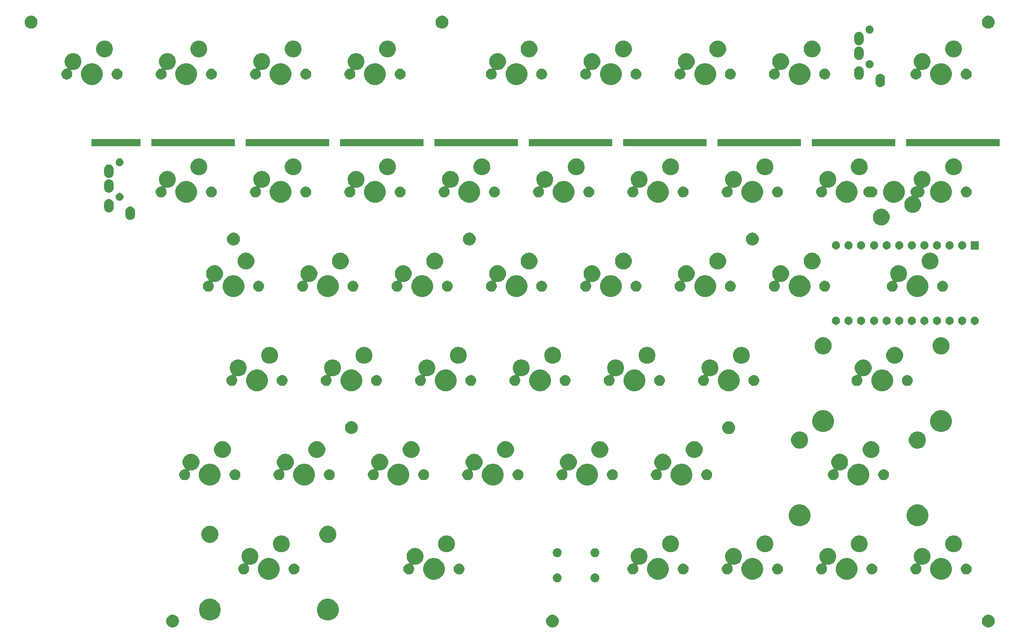
<source format=gts>
G04 #@! TF.GenerationSoftware,KiCad,Pcbnew,(5.0.2)-1*
G04 #@! TF.CreationDate,2019-02-16T22:05:58+09:00*
G04 #@! TF.ProjectId,pakbd,70616b62-642e-46b6-9963-61645f706362,1*
G04 #@! TF.SameCoordinates,Original*
G04 #@! TF.FileFunction,Soldermask,Top*
G04 #@! TF.FilePolarity,Negative*
%FSLAX46Y46*%
G04 Gerber Fmt 4.6, Leading zero omitted, Abs format (unit mm)*
G04 Created by KiCad (PCBNEW (5.0.2)-1) date 2019/02/16 22:05:58*
%MOMM*%
%LPD*%
G01*
G04 APERTURE LIST*
%ADD10C,0.100000*%
G04 APERTURE END LIST*
D10*
G36*
X385079196Y-147769958D02*
X385315780Y-147867954D01*
X385528705Y-148010226D01*
X385709774Y-148191295D01*
X385852046Y-148404220D01*
X385950042Y-148640804D01*
X386000000Y-148891960D01*
X386000000Y-149148040D01*
X385950042Y-149399196D01*
X385852046Y-149635780D01*
X385709774Y-149848705D01*
X385528705Y-150029774D01*
X385315780Y-150172046D01*
X385079196Y-150270042D01*
X384828040Y-150320000D01*
X384571960Y-150320000D01*
X384320804Y-150270042D01*
X384084220Y-150172046D01*
X383871295Y-150029774D01*
X383690226Y-149848705D01*
X383547954Y-149635780D01*
X383449958Y-149399196D01*
X383400000Y-149148040D01*
X383400000Y-148891960D01*
X383449958Y-148640804D01*
X383547954Y-148404220D01*
X383690226Y-148191295D01*
X383871295Y-148010226D01*
X384084220Y-147867954D01*
X384320804Y-147769958D01*
X384571960Y-147720000D01*
X384828040Y-147720000D01*
X385079196Y-147769958D01*
X385079196Y-147769958D01*
G37*
G36*
X220389196Y-147769958D02*
X220625780Y-147867954D01*
X220838705Y-148010226D01*
X221019774Y-148191295D01*
X221162046Y-148404220D01*
X221260042Y-148640804D01*
X221310000Y-148891960D01*
X221310000Y-149148040D01*
X221260042Y-149399196D01*
X221162046Y-149635780D01*
X221019774Y-149848705D01*
X220838705Y-150029774D01*
X220625780Y-150172046D01*
X220389196Y-150270042D01*
X220138040Y-150320000D01*
X219881960Y-150320000D01*
X219630804Y-150270042D01*
X219394220Y-150172046D01*
X219181295Y-150029774D01*
X219000226Y-149848705D01*
X218857954Y-149635780D01*
X218759958Y-149399196D01*
X218710000Y-149148040D01*
X218710000Y-148891960D01*
X218759958Y-148640804D01*
X218857954Y-148404220D01*
X219000226Y-148191295D01*
X219181295Y-148010226D01*
X219394220Y-147867954D01*
X219630804Y-147769958D01*
X219881960Y-147720000D01*
X220138040Y-147720000D01*
X220389196Y-147769958D01*
X220389196Y-147769958D01*
G37*
G36*
X297079196Y-147769958D02*
X297315780Y-147867954D01*
X297528705Y-148010226D01*
X297709774Y-148191295D01*
X297852046Y-148404220D01*
X297950042Y-148640804D01*
X298000000Y-148891960D01*
X298000000Y-149148040D01*
X297950042Y-149399196D01*
X297852046Y-149635780D01*
X297709774Y-149848705D01*
X297528705Y-150029774D01*
X297315780Y-150172046D01*
X297079196Y-150270042D01*
X296828040Y-150320000D01*
X296571960Y-150320000D01*
X296320804Y-150270042D01*
X296084220Y-150172046D01*
X295871295Y-150029774D01*
X295690226Y-149848705D01*
X295547954Y-149635780D01*
X295449958Y-149399196D01*
X295400000Y-149148040D01*
X295400000Y-148891960D01*
X295449958Y-148640804D01*
X295547954Y-148404220D01*
X295690226Y-148191295D01*
X295871295Y-148010226D01*
X296084220Y-147867954D01*
X296320804Y-147769958D01*
X296571960Y-147720000D01*
X296828040Y-147720000D01*
X297079196Y-147769958D01*
X297079196Y-147769958D01*
G37*
G36*
X251969216Y-144614544D02*
X252369590Y-144780384D01*
X252729921Y-145021150D01*
X253036350Y-145327579D01*
X253277116Y-145687910D01*
X253442956Y-146088284D01*
X253527500Y-146513317D01*
X253527500Y-146946683D01*
X253442956Y-147371716D01*
X253277116Y-147772090D01*
X253036350Y-148132421D01*
X252729921Y-148438850D01*
X252369590Y-148679616D01*
X251969216Y-148845456D01*
X251544183Y-148930000D01*
X251110817Y-148930000D01*
X250685784Y-148845456D01*
X250285410Y-148679616D01*
X249925079Y-148438850D01*
X249618650Y-148132421D01*
X249377884Y-147772090D01*
X249212044Y-147371716D01*
X249127500Y-146946683D01*
X249127500Y-146513317D01*
X249212044Y-146088284D01*
X249377884Y-145687910D01*
X249618650Y-145327579D01*
X249925079Y-145021150D01*
X250285410Y-144780384D01*
X250685784Y-144614544D01*
X251110817Y-144530000D01*
X251544183Y-144530000D01*
X251969216Y-144614544D01*
X251969216Y-144614544D01*
G37*
G36*
X228169216Y-144614544D02*
X228569590Y-144780384D01*
X228929921Y-145021150D01*
X229236350Y-145327579D01*
X229477116Y-145687910D01*
X229642956Y-146088284D01*
X229727500Y-146513317D01*
X229727500Y-146946683D01*
X229642956Y-147371716D01*
X229477116Y-147772090D01*
X229236350Y-148132421D01*
X228929921Y-148438850D01*
X228569590Y-148679616D01*
X228169216Y-148845456D01*
X227744183Y-148930000D01*
X227310817Y-148930000D01*
X226885784Y-148845456D01*
X226485410Y-148679616D01*
X226125079Y-148438850D01*
X225818650Y-148132421D01*
X225577884Y-147772090D01*
X225412044Y-147371716D01*
X225327500Y-146946683D01*
X225327500Y-146513317D01*
X225412044Y-146088284D01*
X225577884Y-145687910D01*
X225818650Y-145327579D01*
X226125079Y-145021150D01*
X226485410Y-144780384D01*
X226885784Y-144614544D01*
X227310817Y-144530000D01*
X227744183Y-144530000D01*
X228169216Y-144614544D01*
X228169216Y-144614544D01*
G37*
G36*
X297922083Y-139426029D02*
X298085596Y-139493758D01*
X298085599Y-139493760D01*
X298166368Y-139547728D01*
X298232764Y-139592093D01*
X298357907Y-139717236D01*
X298456242Y-139864404D01*
X298523971Y-140027917D01*
X298558500Y-140201505D01*
X298558500Y-140378495D01*
X298523971Y-140552083D01*
X298456242Y-140715596D01*
X298357907Y-140862764D01*
X298232764Y-140987907D01*
X298085596Y-141086242D01*
X297922083Y-141153971D01*
X297748495Y-141188500D01*
X297571505Y-141188500D01*
X297397917Y-141153971D01*
X297234404Y-141086242D01*
X297087236Y-140987907D01*
X296962093Y-140862764D01*
X296863758Y-140715596D01*
X296796029Y-140552083D01*
X296761500Y-140378495D01*
X296761500Y-140201505D01*
X296796029Y-140027917D01*
X296863758Y-139864404D01*
X296962093Y-139717236D01*
X297087236Y-139592093D01*
X297153633Y-139547728D01*
X297234401Y-139493760D01*
X297234404Y-139493758D01*
X297397917Y-139426029D01*
X297571505Y-139391500D01*
X297748495Y-139391500D01*
X297922083Y-139426029D01*
X297922083Y-139426029D01*
G37*
G36*
X305542083Y-139426029D02*
X305705596Y-139493758D01*
X305705599Y-139493760D01*
X305786368Y-139547728D01*
X305852764Y-139592093D01*
X305977907Y-139717236D01*
X306076242Y-139864404D01*
X306143971Y-140027917D01*
X306178500Y-140201505D01*
X306178500Y-140378495D01*
X306143971Y-140552083D01*
X306076242Y-140715596D01*
X305977907Y-140862764D01*
X305852764Y-140987907D01*
X305705596Y-141086242D01*
X305542083Y-141153971D01*
X305368495Y-141188500D01*
X305191505Y-141188500D01*
X305017917Y-141153971D01*
X304854404Y-141086242D01*
X304707236Y-140987907D01*
X304582093Y-140862764D01*
X304483758Y-140715596D01*
X304416029Y-140552083D01*
X304381500Y-140378495D01*
X304381500Y-140201505D01*
X304416029Y-140027917D01*
X304483758Y-139864404D01*
X304582093Y-139717236D01*
X304707236Y-139592093D01*
X304773633Y-139547728D01*
X304854401Y-139493760D01*
X304854404Y-139493758D01*
X305017917Y-139426029D01*
X305191505Y-139391500D01*
X305368495Y-139391500D01*
X305542083Y-139426029D01*
X305542083Y-139426029D01*
G37*
G36*
X318651716Y-136374544D02*
X319052090Y-136540384D01*
X319412421Y-136781150D01*
X319718850Y-137087579D01*
X319959616Y-137447910D01*
X320125456Y-137848284D01*
X320210000Y-138273317D01*
X320210000Y-138706683D01*
X320125456Y-139131716D01*
X319959616Y-139532090D01*
X319718850Y-139892421D01*
X319412421Y-140198850D01*
X319052090Y-140439616D01*
X318651716Y-140605456D01*
X318226683Y-140690000D01*
X317793317Y-140690000D01*
X317368284Y-140605456D01*
X316967910Y-140439616D01*
X316607579Y-140198850D01*
X316301150Y-139892421D01*
X316060384Y-139532090D01*
X315894544Y-139131716D01*
X315810000Y-138706683D01*
X315810000Y-138273317D01*
X315894544Y-137848284D01*
X316060384Y-137447910D01*
X316301150Y-137087579D01*
X316607579Y-136781150D01*
X316967910Y-136540384D01*
X317368284Y-136374544D01*
X317793317Y-136290000D01*
X318226683Y-136290000D01*
X318651716Y-136374544D01*
X318651716Y-136374544D01*
G37*
G36*
X375801716Y-136374544D02*
X376202090Y-136540384D01*
X376562421Y-136781150D01*
X376868850Y-137087579D01*
X377109616Y-137447910D01*
X377275456Y-137848284D01*
X377360000Y-138273317D01*
X377360000Y-138706683D01*
X377275456Y-139131716D01*
X377109616Y-139532090D01*
X376868850Y-139892421D01*
X376562421Y-140198850D01*
X376202090Y-140439616D01*
X375801716Y-140605456D01*
X375376683Y-140690000D01*
X374943317Y-140690000D01*
X374518284Y-140605456D01*
X374117910Y-140439616D01*
X373757579Y-140198850D01*
X373451150Y-139892421D01*
X373210384Y-139532090D01*
X373044544Y-139131716D01*
X372960000Y-138706683D01*
X372960000Y-138273317D01*
X373044544Y-137848284D01*
X373210384Y-137447910D01*
X373451150Y-137087579D01*
X373757579Y-136781150D01*
X374117910Y-136540384D01*
X374518284Y-136374544D01*
X374943317Y-136290000D01*
X375376683Y-136290000D01*
X375801716Y-136374544D01*
X375801716Y-136374544D01*
G37*
G36*
X240069216Y-136374544D02*
X240469590Y-136540384D01*
X240829921Y-136781150D01*
X241136350Y-137087579D01*
X241377116Y-137447910D01*
X241542956Y-137848284D01*
X241627500Y-138273317D01*
X241627500Y-138706683D01*
X241542956Y-139131716D01*
X241377116Y-139532090D01*
X241136350Y-139892421D01*
X240829921Y-140198850D01*
X240469590Y-140439616D01*
X240069216Y-140605456D01*
X239644183Y-140690000D01*
X239210817Y-140690000D01*
X238785784Y-140605456D01*
X238385410Y-140439616D01*
X238025079Y-140198850D01*
X237718650Y-139892421D01*
X237477884Y-139532090D01*
X237312044Y-139131716D01*
X237227500Y-138706683D01*
X237227500Y-138273317D01*
X237312044Y-137848284D01*
X237477884Y-137447910D01*
X237718650Y-137087579D01*
X238025079Y-136781150D01*
X238385410Y-136540384D01*
X238785784Y-136374544D01*
X239210817Y-136290000D01*
X239644183Y-136290000D01*
X240069216Y-136374544D01*
X240069216Y-136374544D01*
G37*
G36*
X337701716Y-136374544D02*
X338102090Y-136540384D01*
X338462421Y-136781150D01*
X338768850Y-137087579D01*
X339009616Y-137447910D01*
X339175456Y-137848284D01*
X339260000Y-138273317D01*
X339260000Y-138706683D01*
X339175456Y-139131716D01*
X339009616Y-139532090D01*
X338768850Y-139892421D01*
X338462421Y-140198850D01*
X338102090Y-140439616D01*
X337701716Y-140605456D01*
X337276683Y-140690000D01*
X336843317Y-140690000D01*
X336418284Y-140605456D01*
X336017910Y-140439616D01*
X335657579Y-140198850D01*
X335351150Y-139892421D01*
X335110384Y-139532090D01*
X334944544Y-139131716D01*
X334860000Y-138706683D01*
X334860000Y-138273317D01*
X334944544Y-137848284D01*
X335110384Y-137447910D01*
X335351150Y-137087579D01*
X335657579Y-136781150D01*
X336017910Y-136540384D01*
X336418284Y-136374544D01*
X336843317Y-136290000D01*
X337276683Y-136290000D01*
X337701716Y-136374544D01*
X337701716Y-136374544D01*
G37*
G36*
X356751716Y-136374544D02*
X357152090Y-136540384D01*
X357512421Y-136781150D01*
X357818850Y-137087579D01*
X358059616Y-137447910D01*
X358225456Y-137848284D01*
X358310000Y-138273317D01*
X358310000Y-138706683D01*
X358225456Y-139131716D01*
X358059616Y-139532090D01*
X357818850Y-139892421D01*
X357512421Y-140198850D01*
X357152090Y-140439616D01*
X356751716Y-140605456D01*
X356326683Y-140690000D01*
X355893317Y-140690000D01*
X355468284Y-140605456D01*
X355067910Y-140439616D01*
X354707579Y-140198850D01*
X354401150Y-139892421D01*
X354160384Y-139532090D01*
X353994544Y-139131716D01*
X353910000Y-138706683D01*
X353910000Y-138273317D01*
X353994544Y-137848284D01*
X354160384Y-137447910D01*
X354401150Y-137087579D01*
X354707579Y-136781150D01*
X355067910Y-136540384D01*
X355468284Y-136374544D01*
X355893317Y-136290000D01*
X356326683Y-136290000D01*
X356751716Y-136374544D01*
X356751716Y-136374544D01*
G37*
G36*
X273406716Y-136374544D02*
X273807090Y-136540384D01*
X274167421Y-136781150D01*
X274473850Y-137087579D01*
X274714616Y-137447910D01*
X274880456Y-137848284D01*
X274965000Y-138273317D01*
X274965000Y-138706683D01*
X274880456Y-139131716D01*
X274714616Y-139532090D01*
X274473850Y-139892421D01*
X274167421Y-140198850D01*
X273807090Y-140439616D01*
X273406716Y-140605456D01*
X272981683Y-140690000D01*
X272548317Y-140690000D01*
X272123284Y-140605456D01*
X271722910Y-140439616D01*
X271362579Y-140198850D01*
X271056150Y-139892421D01*
X270815384Y-139532090D01*
X270649544Y-139131716D01*
X270565000Y-138706683D01*
X270565000Y-138273317D01*
X270649544Y-137848284D01*
X270815384Y-137447910D01*
X271056150Y-137087579D01*
X271362579Y-136781150D01*
X271722910Y-136540384D01*
X272123284Y-136374544D01*
X272548317Y-136290000D01*
X272981683Y-136290000D01*
X273406716Y-136374544D01*
X273406716Y-136374544D01*
G37*
G36*
X269341393Y-134293553D02*
X269450872Y-134315330D01*
X269760252Y-134443479D01*
X270038687Y-134629523D01*
X270275477Y-134866313D01*
X270461521Y-135144748D01*
X270589670Y-135454128D01*
X270655000Y-135782565D01*
X270655000Y-136117435D01*
X270589670Y-136445872D01*
X270461521Y-136755252D01*
X270275477Y-137033687D01*
X270038687Y-137270477D01*
X269760252Y-137456521D01*
X269450872Y-137584670D01*
X269341393Y-137606447D01*
X269122437Y-137650000D01*
X268787564Y-137650000D01*
X268715061Y-137635578D01*
X268690416Y-137630676D01*
X268666030Y-137628274D01*
X268641644Y-137630676D01*
X268618195Y-137637789D01*
X268596584Y-137649340D01*
X268577642Y-137664886D01*
X268562096Y-137683828D01*
X268550545Y-137705438D01*
X268543432Y-137728887D01*
X268541030Y-137753274D01*
X268543432Y-137777660D01*
X268550545Y-137801109D01*
X268562096Y-137822720D01*
X268659808Y-137968956D01*
X268742728Y-138169143D01*
X268785000Y-138381658D01*
X268785000Y-138598342D01*
X268742728Y-138810857D01*
X268659809Y-139011042D01*
X268539422Y-139191213D01*
X268386213Y-139344422D01*
X268206042Y-139464809D01*
X268005857Y-139547728D01*
X267793342Y-139590000D01*
X267576658Y-139590000D01*
X267364143Y-139547728D01*
X267163958Y-139464809D01*
X266983787Y-139344422D01*
X266830578Y-139191213D01*
X266710191Y-139011042D01*
X266627272Y-138810857D01*
X266585000Y-138598342D01*
X266585000Y-138381658D01*
X266627272Y-138169143D01*
X266710191Y-137968958D01*
X266790823Y-137848284D01*
X266830575Y-137788791D01*
X266830576Y-137788790D01*
X266830578Y-137788787D01*
X266983787Y-137635578D01*
X267163958Y-137515191D01*
X267364143Y-137432272D01*
X267576658Y-137390000D01*
X267689061Y-137390000D01*
X267713447Y-137387598D01*
X267736896Y-137380485D01*
X267758507Y-137368934D01*
X267777449Y-137353388D01*
X267792995Y-137334446D01*
X267804546Y-137312835D01*
X267811659Y-137289386D01*
X267814061Y-137265000D01*
X267811659Y-137240614D01*
X267804546Y-137217165D01*
X267792995Y-137195554D01*
X267777454Y-137176618D01*
X267634523Y-137033687D01*
X267448479Y-136755252D01*
X267320330Y-136445872D01*
X267255000Y-136117435D01*
X267255000Y-135782565D01*
X267320330Y-135454128D01*
X267448479Y-135144748D01*
X267634523Y-134866313D01*
X267871313Y-134629523D01*
X268149748Y-134443479D01*
X268459128Y-134315330D01*
X268568607Y-134293553D01*
X268787563Y-134250000D01*
X269122437Y-134250000D01*
X269341393Y-134293553D01*
X269341393Y-134293553D01*
G37*
G36*
X278165857Y-137432272D02*
X278366042Y-137515191D01*
X278546213Y-137635578D01*
X278699422Y-137788787D01*
X278699424Y-137788790D01*
X278699425Y-137788791D01*
X278739177Y-137848284D01*
X278819809Y-137968958D01*
X278902728Y-138169143D01*
X278945000Y-138381658D01*
X278945000Y-138598342D01*
X278902728Y-138810857D01*
X278819809Y-139011042D01*
X278699422Y-139191213D01*
X278546213Y-139344422D01*
X278366042Y-139464809D01*
X278165857Y-139547728D01*
X277953342Y-139590000D01*
X277736658Y-139590000D01*
X277524143Y-139547728D01*
X277323958Y-139464809D01*
X277143787Y-139344422D01*
X276990578Y-139191213D01*
X276870191Y-139011042D01*
X276787272Y-138810857D01*
X276745000Y-138598342D01*
X276745000Y-138381658D01*
X276787272Y-138169143D01*
X276870191Y-137968958D01*
X276950823Y-137848284D01*
X276990575Y-137788791D01*
X276990576Y-137788790D01*
X276990578Y-137788787D01*
X277143787Y-137635578D01*
X277323958Y-137515191D01*
X277524143Y-137432272D01*
X277736658Y-137390000D01*
X277953342Y-137390000D01*
X278165857Y-137432272D01*
X278165857Y-137432272D01*
G37*
G36*
X342460857Y-137432272D02*
X342661042Y-137515191D01*
X342841213Y-137635578D01*
X342994422Y-137788787D01*
X342994424Y-137788790D01*
X342994425Y-137788791D01*
X343034177Y-137848284D01*
X343114809Y-137968958D01*
X343197728Y-138169143D01*
X343240000Y-138381658D01*
X343240000Y-138598342D01*
X343197728Y-138810857D01*
X343114809Y-139011042D01*
X342994422Y-139191213D01*
X342841213Y-139344422D01*
X342661042Y-139464809D01*
X342460857Y-139547728D01*
X342248342Y-139590000D01*
X342031658Y-139590000D01*
X341819143Y-139547728D01*
X341618958Y-139464809D01*
X341438787Y-139344422D01*
X341285578Y-139191213D01*
X341165191Y-139011042D01*
X341082272Y-138810857D01*
X341040000Y-138598342D01*
X341040000Y-138381658D01*
X341082272Y-138169143D01*
X341165191Y-137968958D01*
X341245823Y-137848284D01*
X341285575Y-137788791D01*
X341285576Y-137788790D01*
X341285578Y-137788787D01*
X341438787Y-137635578D01*
X341618958Y-137515191D01*
X341819143Y-137432272D01*
X342031658Y-137390000D01*
X342248342Y-137390000D01*
X342460857Y-137432272D01*
X342460857Y-137432272D01*
G37*
G36*
X236003893Y-134293553D02*
X236113372Y-134315330D01*
X236422752Y-134443479D01*
X236701187Y-134629523D01*
X236937977Y-134866313D01*
X237124021Y-135144748D01*
X237252170Y-135454128D01*
X237317500Y-135782565D01*
X237317500Y-136117435D01*
X237252170Y-136445872D01*
X237124021Y-136755252D01*
X236937977Y-137033687D01*
X236701187Y-137270477D01*
X236422752Y-137456521D01*
X236113372Y-137584670D01*
X236003893Y-137606447D01*
X235784937Y-137650000D01*
X235450064Y-137650000D01*
X235377561Y-137635578D01*
X235352916Y-137630676D01*
X235328530Y-137628274D01*
X235304144Y-137630676D01*
X235280695Y-137637789D01*
X235259084Y-137649340D01*
X235240142Y-137664886D01*
X235224596Y-137683828D01*
X235213045Y-137705438D01*
X235205932Y-137728887D01*
X235203530Y-137753274D01*
X235205932Y-137777660D01*
X235213045Y-137801109D01*
X235224596Y-137822720D01*
X235322308Y-137968956D01*
X235405228Y-138169143D01*
X235447500Y-138381658D01*
X235447500Y-138598342D01*
X235405228Y-138810857D01*
X235322309Y-139011042D01*
X235201922Y-139191213D01*
X235048713Y-139344422D01*
X234868542Y-139464809D01*
X234668357Y-139547728D01*
X234455842Y-139590000D01*
X234239158Y-139590000D01*
X234026643Y-139547728D01*
X233826458Y-139464809D01*
X233646287Y-139344422D01*
X233493078Y-139191213D01*
X233372691Y-139011042D01*
X233289772Y-138810857D01*
X233247500Y-138598342D01*
X233247500Y-138381658D01*
X233289772Y-138169143D01*
X233372691Y-137968958D01*
X233453323Y-137848284D01*
X233493075Y-137788791D01*
X233493076Y-137788790D01*
X233493078Y-137788787D01*
X233646287Y-137635578D01*
X233826458Y-137515191D01*
X234026643Y-137432272D01*
X234239158Y-137390000D01*
X234351561Y-137390000D01*
X234375947Y-137387598D01*
X234399396Y-137380485D01*
X234421007Y-137368934D01*
X234439949Y-137353388D01*
X234455495Y-137334446D01*
X234467046Y-137312835D01*
X234474159Y-137289386D01*
X234476561Y-137265000D01*
X234474159Y-137240614D01*
X234467046Y-137217165D01*
X234455495Y-137195554D01*
X234439954Y-137176618D01*
X234297023Y-137033687D01*
X234110979Y-136755252D01*
X233982830Y-136445872D01*
X233917500Y-136117435D01*
X233917500Y-135782565D01*
X233982830Y-135454128D01*
X234110979Y-135144748D01*
X234297023Y-134866313D01*
X234533813Y-134629523D01*
X234812248Y-134443479D01*
X235121628Y-134315330D01*
X235231107Y-134293553D01*
X235450063Y-134250000D01*
X235784937Y-134250000D01*
X236003893Y-134293553D01*
X236003893Y-134293553D01*
G37*
G36*
X333636393Y-134293553D02*
X333745872Y-134315330D01*
X334055252Y-134443479D01*
X334333687Y-134629523D01*
X334570477Y-134866313D01*
X334756521Y-135144748D01*
X334884670Y-135454128D01*
X334950000Y-135782565D01*
X334950000Y-136117435D01*
X334884670Y-136445872D01*
X334756521Y-136755252D01*
X334570477Y-137033687D01*
X334333687Y-137270477D01*
X334055252Y-137456521D01*
X333745872Y-137584670D01*
X333636393Y-137606447D01*
X333417437Y-137650000D01*
X333082564Y-137650000D01*
X333010061Y-137635578D01*
X332985416Y-137630676D01*
X332961030Y-137628274D01*
X332936644Y-137630676D01*
X332913195Y-137637789D01*
X332891584Y-137649340D01*
X332872642Y-137664886D01*
X332857096Y-137683828D01*
X332845545Y-137705438D01*
X332838432Y-137728887D01*
X332836030Y-137753274D01*
X332838432Y-137777660D01*
X332845545Y-137801109D01*
X332857096Y-137822720D01*
X332954808Y-137968956D01*
X333037728Y-138169143D01*
X333080000Y-138381658D01*
X333080000Y-138598342D01*
X333037728Y-138810857D01*
X332954809Y-139011042D01*
X332834422Y-139191213D01*
X332681213Y-139344422D01*
X332501042Y-139464809D01*
X332300857Y-139547728D01*
X332088342Y-139590000D01*
X331871658Y-139590000D01*
X331659143Y-139547728D01*
X331458958Y-139464809D01*
X331278787Y-139344422D01*
X331125578Y-139191213D01*
X331005191Y-139011042D01*
X330922272Y-138810857D01*
X330880000Y-138598342D01*
X330880000Y-138381658D01*
X330922272Y-138169143D01*
X331005191Y-137968958D01*
X331085823Y-137848284D01*
X331125575Y-137788791D01*
X331125576Y-137788790D01*
X331125578Y-137788787D01*
X331278787Y-137635578D01*
X331458958Y-137515191D01*
X331659143Y-137432272D01*
X331871658Y-137390000D01*
X331984061Y-137390000D01*
X332008447Y-137387598D01*
X332031896Y-137380485D01*
X332053507Y-137368934D01*
X332072449Y-137353388D01*
X332087995Y-137334446D01*
X332099546Y-137312835D01*
X332106659Y-137289386D01*
X332109061Y-137265000D01*
X332106659Y-137240614D01*
X332099546Y-137217165D01*
X332087995Y-137195554D01*
X332072454Y-137176618D01*
X331929523Y-137033687D01*
X331743479Y-136755252D01*
X331615330Y-136445872D01*
X331550000Y-136117435D01*
X331550000Y-135782565D01*
X331615330Y-135454128D01*
X331743479Y-135144748D01*
X331929523Y-134866313D01*
X332166313Y-134629523D01*
X332444748Y-134443479D01*
X332754128Y-134315330D01*
X332863607Y-134293553D01*
X333082563Y-134250000D01*
X333417437Y-134250000D01*
X333636393Y-134293553D01*
X333636393Y-134293553D01*
G37*
G36*
X352686393Y-134293553D02*
X352795872Y-134315330D01*
X353105252Y-134443479D01*
X353383687Y-134629523D01*
X353620477Y-134866313D01*
X353806521Y-135144748D01*
X353934670Y-135454128D01*
X354000000Y-135782565D01*
X354000000Y-136117435D01*
X353934670Y-136445872D01*
X353806521Y-136755252D01*
X353620477Y-137033687D01*
X353383687Y-137270477D01*
X353105252Y-137456521D01*
X352795872Y-137584670D01*
X352686393Y-137606447D01*
X352467437Y-137650000D01*
X352132564Y-137650000D01*
X352060061Y-137635578D01*
X352035416Y-137630676D01*
X352011030Y-137628274D01*
X351986644Y-137630676D01*
X351963195Y-137637789D01*
X351941584Y-137649340D01*
X351922642Y-137664886D01*
X351907096Y-137683828D01*
X351895545Y-137705438D01*
X351888432Y-137728887D01*
X351886030Y-137753274D01*
X351888432Y-137777660D01*
X351895545Y-137801109D01*
X351907096Y-137822720D01*
X352004808Y-137968956D01*
X352087728Y-138169143D01*
X352130000Y-138381658D01*
X352130000Y-138598342D01*
X352087728Y-138810857D01*
X352004809Y-139011042D01*
X351884422Y-139191213D01*
X351731213Y-139344422D01*
X351551042Y-139464809D01*
X351350857Y-139547728D01*
X351138342Y-139590000D01*
X350921658Y-139590000D01*
X350709143Y-139547728D01*
X350508958Y-139464809D01*
X350328787Y-139344422D01*
X350175578Y-139191213D01*
X350055191Y-139011042D01*
X349972272Y-138810857D01*
X349930000Y-138598342D01*
X349930000Y-138381658D01*
X349972272Y-138169143D01*
X350055191Y-137968958D01*
X350135823Y-137848284D01*
X350175575Y-137788791D01*
X350175576Y-137788790D01*
X350175578Y-137788787D01*
X350328787Y-137635578D01*
X350508958Y-137515191D01*
X350709143Y-137432272D01*
X350921658Y-137390000D01*
X351034061Y-137390000D01*
X351058447Y-137387598D01*
X351081896Y-137380485D01*
X351103507Y-137368934D01*
X351122449Y-137353388D01*
X351137995Y-137334446D01*
X351149546Y-137312835D01*
X351156659Y-137289386D01*
X351159061Y-137265000D01*
X351156659Y-137240614D01*
X351149546Y-137217165D01*
X351137995Y-137195554D01*
X351122454Y-137176618D01*
X350979523Y-137033687D01*
X350793479Y-136755252D01*
X350665330Y-136445872D01*
X350600000Y-136117435D01*
X350600000Y-135782565D01*
X350665330Y-135454128D01*
X350793479Y-135144748D01*
X350979523Y-134866313D01*
X351216313Y-134629523D01*
X351494748Y-134443479D01*
X351804128Y-134315330D01*
X351913607Y-134293553D01*
X352132563Y-134250000D01*
X352467437Y-134250000D01*
X352686393Y-134293553D01*
X352686393Y-134293553D01*
G37*
G36*
X323410857Y-137432272D02*
X323611042Y-137515191D01*
X323791213Y-137635578D01*
X323944422Y-137788787D01*
X323944424Y-137788790D01*
X323944425Y-137788791D01*
X323984177Y-137848284D01*
X324064809Y-137968958D01*
X324147728Y-138169143D01*
X324190000Y-138381658D01*
X324190000Y-138598342D01*
X324147728Y-138810857D01*
X324064809Y-139011042D01*
X323944422Y-139191213D01*
X323791213Y-139344422D01*
X323611042Y-139464809D01*
X323410857Y-139547728D01*
X323198342Y-139590000D01*
X322981658Y-139590000D01*
X322769143Y-139547728D01*
X322568958Y-139464809D01*
X322388787Y-139344422D01*
X322235578Y-139191213D01*
X322115191Y-139011042D01*
X322032272Y-138810857D01*
X321990000Y-138598342D01*
X321990000Y-138381658D01*
X322032272Y-138169143D01*
X322115191Y-137968958D01*
X322195823Y-137848284D01*
X322235575Y-137788791D01*
X322235576Y-137788790D01*
X322235578Y-137788787D01*
X322388787Y-137635578D01*
X322568958Y-137515191D01*
X322769143Y-137432272D01*
X322981658Y-137390000D01*
X323198342Y-137390000D01*
X323410857Y-137432272D01*
X323410857Y-137432272D01*
G37*
G36*
X244828357Y-137432272D02*
X245028542Y-137515191D01*
X245208713Y-137635578D01*
X245361922Y-137788787D01*
X245361924Y-137788790D01*
X245361925Y-137788791D01*
X245401677Y-137848284D01*
X245482309Y-137968958D01*
X245565228Y-138169143D01*
X245607500Y-138381658D01*
X245607500Y-138598342D01*
X245565228Y-138810857D01*
X245482309Y-139011042D01*
X245361922Y-139191213D01*
X245208713Y-139344422D01*
X245028542Y-139464809D01*
X244828357Y-139547728D01*
X244615842Y-139590000D01*
X244399158Y-139590000D01*
X244186643Y-139547728D01*
X243986458Y-139464809D01*
X243806287Y-139344422D01*
X243653078Y-139191213D01*
X243532691Y-139011042D01*
X243449772Y-138810857D01*
X243407500Y-138598342D01*
X243407500Y-138381658D01*
X243449772Y-138169143D01*
X243532691Y-137968958D01*
X243613323Y-137848284D01*
X243653075Y-137788791D01*
X243653076Y-137788790D01*
X243653078Y-137788787D01*
X243806287Y-137635578D01*
X243986458Y-137515191D01*
X244186643Y-137432272D01*
X244399158Y-137390000D01*
X244615842Y-137390000D01*
X244828357Y-137432272D01*
X244828357Y-137432272D01*
G37*
G36*
X314586393Y-134293553D02*
X314695872Y-134315330D01*
X315005252Y-134443479D01*
X315283687Y-134629523D01*
X315520477Y-134866313D01*
X315706521Y-135144748D01*
X315834670Y-135454128D01*
X315900000Y-135782565D01*
X315900000Y-136117435D01*
X315834670Y-136445872D01*
X315706521Y-136755252D01*
X315520477Y-137033687D01*
X315283687Y-137270477D01*
X315005252Y-137456521D01*
X314695872Y-137584670D01*
X314586393Y-137606447D01*
X314367437Y-137650000D01*
X314032564Y-137650000D01*
X313960061Y-137635578D01*
X313935416Y-137630676D01*
X313911030Y-137628274D01*
X313886644Y-137630676D01*
X313863195Y-137637789D01*
X313841584Y-137649340D01*
X313822642Y-137664886D01*
X313807096Y-137683828D01*
X313795545Y-137705438D01*
X313788432Y-137728887D01*
X313786030Y-137753274D01*
X313788432Y-137777660D01*
X313795545Y-137801109D01*
X313807096Y-137822720D01*
X313904808Y-137968956D01*
X313987728Y-138169143D01*
X314030000Y-138381658D01*
X314030000Y-138598342D01*
X313987728Y-138810857D01*
X313904809Y-139011042D01*
X313784422Y-139191213D01*
X313631213Y-139344422D01*
X313451042Y-139464809D01*
X313250857Y-139547728D01*
X313038342Y-139590000D01*
X312821658Y-139590000D01*
X312609143Y-139547728D01*
X312408958Y-139464809D01*
X312228787Y-139344422D01*
X312075578Y-139191213D01*
X311955191Y-139011042D01*
X311872272Y-138810857D01*
X311830000Y-138598342D01*
X311830000Y-138381658D01*
X311872272Y-138169143D01*
X311955191Y-137968958D01*
X312035823Y-137848284D01*
X312075575Y-137788791D01*
X312075576Y-137788790D01*
X312075578Y-137788787D01*
X312228787Y-137635578D01*
X312408958Y-137515191D01*
X312609143Y-137432272D01*
X312821658Y-137390000D01*
X312934061Y-137390000D01*
X312958447Y-137387598D01*
X312981896Y-137380485D01*
X313003507Y-137368934D01*
X313022449Y-137353388D01*
X313037995Y-137334446D01*
X313049546Y-137312835D01*
X313056659Y-137289386D01*
X313059061Y-137265000D01*
X313056659Y-137240614D01*
X313049546Y-137217165D01*
X313037995Y-137195554D01*
X313022454Y-137176618D01*
X312879523Y-137033687D01*
X312693479Y-136755252D01*
X312565330Y-136445872D01*
X312500000Y-136117435D01*
X312500000Y-135782565D01*
X312565330Y-135454128D01*
X312693479Y-135144748D01*
X312879523Y-134866313D01*
X313116313Y-134629523D01*
X313394748Y-134443479D01*
X313704128Y-134315330D01*
X313813607Y-134293553D01*
X314032563Y-134250000D01*
X314367437Y-134250000D01*
X314586393Y-134293553D01*
X314586393Y-134293553D01*
G37*
G36*
X371736393Y-134293553D02*
X371845872Y-134315330D01*
X372155252Y-134443479D01*
X372433687Y-134629523D01*
X372670477Y-134866313D01*
X372856521Y-135144748D01*
X372984670Y-135454128D01*
X373050000Y-135782565D01*
X373050000Y-136117435D01*
X372984670Y-136445872D01*
X372856521Y-136755252D01*
X372670477Y-137033687D01*
X372433687Y-137270477D01*
X372155252Y-137456521D01*
X371845872Y-137584670D01*
X371736393Y-137606447D01*
X371517437Y-137650000D01*
X371182564Y-137650000D01*
X371110061Y-137635578D01*
X371085416Y-137630676D01*
X371061030Y-137628274D01*
X371036644Y-137630676D01*
X371013195Y-137637789D01*
X370991584Y-137649340D01*
X370972642Y-137664886D01*
X370957096Y-137683828D01*
X370945545Y-137705438D01*
X370938432Y-137728887D01*
X370936030Y-137753274D01*
X370938432Y-137777660D01*
X370945545Y-137801109D01*
X370957096Y-137822720D01*
X371054808Y-137968956D01*
X371137728Y-138169143D01*
X371180000Y-138381658D01*
X371180000Y-138598342D01*
X371137728Y-138810857D01*
X371054809Y-139011042D01*
X370934422Y-139191213D01*
X370781213Y-139344422D01*
X370601042Y-139464809D01*
X370400857Y-139547728D01*
X370188342Y-139590000D01*
X369971658Y-139590000D01*
X369759143Y-139547728D01*
X369558958Y-139464809D01*
X369378787Y-139344422D01*
X369225578Y-139191213D01*
X369105191Y-139011042D01*
X369022272Y-138810857D01*
X368980000Y-138598342D01*
X368980000Y-138381658D01*
X369022272Y-138169143D01*
X369105191Y-137968958D01*
X369185823Y-137848284D01*
X369225575Y-137788791D01*
X369225576Y-137788790D01*
X369225578Y-137788787D01*
X369378787Y-137635578D01*
X369558958Y-137515191D01*
X369759143Y-137432272D01*
X369971658Y-137390000D01*
X370084061Y-137390000D01*
X370108447Y-137387598D01*
X370131896Y-137380485D01*
X370153507Y-137368934D01*
X370172449Y-137353388D01*
X370187995Y-137334446D01*
X370199546Y-137312835D01*
X370206659Y-137289386D01*
X370209061Y-137265000D01*
X370206659Y-137240614D01*
X370199546Y-137217165D01*
X370187995Y-137195554D01*
X370172454Y-137176618D01*
X370029523Y-137033687D01*
X369843479Y-136755252D01*
X369715330Y-136445872D01*
X369650000Y-136117435D01*
X369650000Y-135782565D01*
X369715330Y-135454128D01*
X369843479Y-135144748D01*
X370029523Y-134866313D01*
X370266313Y-134629523D01*
X370544748Y-134443479D01*
X370854128Y-134315330D01*
X370963607Y-134293553D01*
X371182563Y-134250000D01*
X371517437Y-134250000D01*
X371736393Y-134293553D01*
X371736393Y-134293553D01*
G37*
G36*
X361510857Y-137432272D02*
X361711042Y-137515191D01*
X361891213Y-137635578D01*
X362044422Y-137788787D01*
X362044424Y-137788790D01*
X362044425Y-137788791D01*
X362084177Y-137848284D01*
X362164809Y-137968958D01*
X362247728Y-138169143D01*
X362290000Y-138381658D01*
X362290000Y-138598342D01*
X362247728Y-138810857D01*
X362164809Y-139011042D01*
X362044422Y-139191213D01*
X361891213Y-139344422D01*
X361711042Y-139464809D01*
X361510857Y-139547728D01*
X361298342Y-139590000D01*
X361081658Y-139590000D01*
X360869143Y-139547728D01*
X360668958Y-139464809D01*
X360488787Y-139344422D01*
X360335578Y-139191213D01*
X360215191Y-139011042D01*
X360132272Y-138810857D01*
X360090000Y-138598342D01*
X360090000Y-138381658D01*
X360132272Y-138169143D01*
X360215191Y-137968958D01*
X360295823Y-137848284D01*
X360335575Y-137788791D01*
X360335576Y-137788790D01*
X360335578Y-137788787D01*
X360488787Y-137635578D01*
X360668958Y-137515191D01*
X360869143Y-137432272D01*
X361081658Y-137390000D01*
X361298342Y-137390000D01*
X361510857Y-137432272D01*
X361510857Y-137432272D01*
G37*
G36*
X380560857Y-137432272D02*
X380761042Y-137515191D01*
X380941213Y-137635578D01*
X381094422Y-137788787D01*
X381094424Y-137788790D01*
X381094425Y-137788791D01*
X381134177Y-137848284D01*
X381214809Y-137968958D01*
X381297728Y-138169143D01*
X381340000Y-138381658D01*
X381340000Y-138598342D01*
X381297728Y-138810857D01*
X381214809Y-139011042D01*
X381094422Y-139191213D01*
X380941213Y-139344422D01*
X380761042Y-139464809D01*
X380560857Y-139547728D01*
X380348342Y-139590000D01*
X380131658Y-139590000D01*
X379919143Y-139547728D01*
X379718958Y-139464809D01*
X379538787Y-139344422D01*
X379385578Y-139191213D01*
X379265191Y-139011042D01*
X379182272Y-138810857D01*
X379140000Y-138598342D01*
X379140000Y-138381658D01*
X379182272Y-138169143D01*
X379265191Y-137968958D01*
X379345823Y-137848284D01*
X379385575Y-137788791D01*
X379385576Y-137788790D01*
X379385578Y-137788787D01*
X379538787Y-137635578D01*
X379718958Y-137515191D01*
X379919143Y-137432272D01*
X380131658Y-137390000D01*
X380348342Y-137390000D01*
X380560857Y-137432272D01*
X380560857Y-137432272D01*
G37*
G36*
X297922083Y-134346029D02*
X298085596Y-134413758D01*
X298085599Y-134413760D01*
X298130077Y-134443479D01*
X298232764Y-134512093D01*
X298357907Y-134637236D01*
X298456242Y-134784404D01*
X298523971Y-134947917D01*
X298558500Y-135121505D01*
X298558500Y-135298495D01*
X298523971Y-135472083D01*
X298456242Y-135635596D01*
X298456240Y-135635599D01*
X298358042Y-135782563D01*
X298357907Y-135782764D01*
X298232764Y-135907907D01*
X298085596Y-136006242D01*
X297922083Y-136073971D01*
X297748495Y-136108500D01*
X297571505Y-136108500D01*
X297397917Y-136073971D01*
X297234404Y-136006242D01*
X297087236Y-135907907D01*
X296962093Y-135782764D01*
X296961959Y-135782563D01*
X296863760Y-135635599D01*
X296863758Y-135635596D01*
X296796029Y-135472083D01*
X296761500Y-135298495D01*
X296761500Y-135121505D01*
X296796029Y-134947917D01*
X296863758Y-134784404D01*
X296962093Y-134637236D01*
X297087236Y-134512093D01*
X297189924Y-134443479D01*
X297234401Y-134413760D01*
X297234404Y-134413758D01*
X297397917Y-134346029D01*
X297571505Y-134311500D01*
X297748495Y-134311500D01*
X297922083Y-134346029D01*
X297922083Y-134346029D01*
G37*
G36*
X305542083Y-134346029D02*
X305705596Y-134413758D01*
X305705599Y-134413760D01*
X305750077Y-134443479D01*
X305852764Y-134512093D01*
X305977907Y-134637236D01*
X306076242Y-134784404D01*
X306143971Y-134947917D01*
X306178500Y-135121505D01*
X306178500Y-135298495D01*
X306143971Y-135472083D01*
X306076242Y-135635596D01*
X306076240Y-135635599D01*
X305978042Y-135782563D01*
X305977907Y-135782764D01*
X305852764Y-135907907D01*
X305705596Y-136006242D01*
X305542083Y-136073971D01*
X305368495Y-136108500D01*
X305191505Y-136108500D01*
X305017917Y-136073971D01*
X304854404Y-136006242D01*
X304707236Y-135907907D01*
X304582093Y-135782764D01*
X304581959Y-135782563D01*
X304483760Y-135635599D01*
X304483758Y-135635596D01*
X304416029Y-135472083D01*
X304381500Y-135298495D01*
X304381500Y-135121505D01*
X304416029Y-134947917D01*
X304483758Y-134784404D01*
X304582093Y-134637236D01*
X304707236Y-134512093D01*
X304809924Y-134443479D01*
X304854401Y-134413760D01*
X304854404Y-134413758D01*
X305017917Y-134346029D01*
X305191505Y-134311500D01*
X305368495Y-134311500D01*
X305542083Y-134346029D01*
X305542083Y-134346029D01*
G37*
G36*
X275691393Y-131753553D02*
X275800872Y-131775330D01*
X276110252Y-131903479D01*
X276388687Y-132089523D01*
X276625477Y-132326313D01*
X276811521Y-132604748D01*
X276939670Y-132914128D01*
X277005000Y-133242565D01*
X277005000Y-133577435D01*
X276939670Y-133905872D01*
X276811521Y-134215252D01*
X276625477Y-134493687D01*
X276388687Y-134730477D01*
X276110252Y-134916521D01*
X275800872Y-135044670D01*
X275691393Y-135066447D01*
X275472437Y-135110000D01*
X275137563Y-135110000D01*
X274918607Y-135066447D01*
X274809128Y-135044670D01*
X274499748Y-134916521D01*
X274221313Y-134730477D01*
X273984523Y-134493687D01*
X273798479Y-134215252D01*
X273670330Y-133905872D01*
X273605000Y-133577435D01*
X273605000Y-133242565D01*
X273670330Y-132914128D01*
X273798479Y-132604748D01*
X273984523Y-132326313D01*
X274221313Y-132089523D01*
X274499748Y-131903479D01*
X274809128Y-131775330D01*
X274918607Y-131753553D01*
X275137563Y-131710000D01*
X275472437Y-131710000D01*
X275691393Y-131753553D01*
X275691393Y-131753553D01*
G37*
G36*
X242353893Y-131753553D02*
X242463372Y-131775330D01*
X242772752Y-131903479D01*
X243051187Y-132089523D01*
X243287977Y-132326313D01*
X243474021Y-132604748D01*
X243602170Y-132914128D01*
X243667500Y-133242565D01*
X243667500Y-133577435D01*
X243602170Y-133905872D01*
X243474021Y-134215252D01*
X243287977Y-134493687D01*
X243051187Y-134730477D01*
X242772752Y-134916521D01*
X242463372Y-135044670D01*
X242353893Y-135066447D01*
X242134937Y-135110000D01*
X241800063Y-135110000D01*
X241581107Y-135066447D01*
X241471628Y-135044670D01*
X241162248Y-134916521D01*
X240883813Y-134730477D01*
X240647023Y-134493687D01*
X240460979Y-134215252D01*
X240332830Y-133905872D01*
X240267500Y-133577435D01*
X240267500Y-133242565D01*
X240332830Y-132914128D01*
X240460979Y-132604748D01*
X240647023Y-132326313D01*
X240883813Y-132089523D01*
X241162248Y-131903479D01*
X241471628Y-131775330D01*
X241581107Y-131753553D01*
X241800063Y-131710000D01*
X242134937Y-131710000D01*
X242353893Y-131753553D01*
X242353893Y-131753553D01*
G37*
G36*
X320936393Y-131753553D02*
X321045872Y-131775330D01*
X321355252Y-131903479D01*
X321633687Y-132089523D01*
X321870477Y-132326313D01*
X322056521Y-132604748D01*
X322184670Y-132914128D01*
X322250000Y-133242565D01*
X322250000Y-133577435D01*
X322184670Y-133905872D01*
X322056521Y-134215252D01*
X321870477Y-134493687D01*
X321633687Y-134730477D01*
X321355252Y-134916521D01*
X321045872Y-135044670D01*
X320936393Y-135066447D01*
X320717437Y-135110000D01*
X320382563Y-135110000D01*
X320163607Y-135066447D01*
X320054128Y-135044670D01*
X319744748Y-134916521D01*
X319466313Y-134730477D01*
X319229523Y-134493687D01*
X319043479Y-134215252D01*
X318915330Y-133905872D01*
X318850000Y-133577435D01*
X318850000Y-133242565D01*
X318915330Y-132914128D01*
X319043479Y-132604748D01*
X319229523Y-132326313D01*
X319466313Y-132089523D01*
X319744748Y-131903479D01*
X320054128Y-131775330D01*
X320163607Y-131753553D01*
X320382563Y-131710000D01*
X320717437Y-131710000D01*
X320936393Y-131753553D01*
X320936393Y-131753553D01*
G37*
G36*
X359036393Y-131753553D02*
X359145872Y-131775330D01*
X359455252Y-131903479D01*
X359733687Y-132089523D01*
X359970477Y-132326313D01*
X360156521Y-132604748D01*
X360284670Y-132914128D01*
X360350000Y-133242565D01*
X360350000Y-133577435D01*
X360284670Y-133905872D01*
X360156521Y-134215252D01*
X359970477Y-134493687D01*
X359733687Y-134730477D01*
X359455252Y-134916521D01*
X359145872Y-135044670D01*
X359036393Y-135066447D01*
X358817437Y-135110000D01*
X358482563Y-135110000D01*
X358263607Y-135066447D01*
X358154128Y-135044670D01*
X357844748Y-134916521D01*
X357566313Y-134730477D01*
X357329523Y-134493687D01*
X357143479Y-134215252D01*
X357015330Y-133905872D01*
X356950000Y-133577435D01*
X356950000Y-133242565D01*
X357015330Y-132914128D01*
X357143479Y-132604748D01*
X357329523Y-132326313D01*
X357566313Y-132089523D01*
X357844748Y-131903479D01*
X358154128Y-131775330D01*
X358263607Y-131753553D01*
X358482563Y-131710000D01*
X358817437Y-131710000D01*
X359036393Y-131753553D01*
X359036393Y-131753553D01*
G37*
G36*
X339986393Y-131753553D02*
X340095872Y-131775330D01*
X340405252Y-131903479D01*
X340683687Y-132089523D01*
X340920477Y-132326313D01*
X341106521Y-132604748D01*
X341234670Y-132914128D01*
X341300000Y-133242565D01*
X341300000Y-133577435D01*
X341234670Y-133905872D01*
X341106521Y-134215252D01*
X340920477Y-134493687D01*
X340683687Y-134730477D01*
X340405252Y-134916521D01*
X340095872Y-135044670D01*
X339986393Y-135066447D01*
X339767437Y-135110000D01*
X339432563Y-135110000D01*
X339213607Y-135066447D01*
X339104128Y-135044670D01*
X338794748Y-134916521D01*
X338516313Y-134730477D01*
X338279523Y-134493687D01*
X338093479Y-134215252D01*
X337965330Y-133905872D01*
X337900000Y-133577435D01*
X337900000Y-133242565D01*
X337965330Y-132914128D01*
X338093479Y-132604748D01*
X338279523Y-132326313D01*
X338516313Y-132089523D01*
X338794748Y-131903479D01*
X339104128Y-131775330D01*
X339213607Y-131753553D01*
X339432563Y-131710000D01*
X339767437Y-131710000D01*
X339986393Y-131753553D01*
X339986393Y-131753553D01*
G37*
G36*
X378086393Y-131753553D02*
X378195872Y-131775330D01*
X378505252Y-131903479D01*
X378783687Y-132089523D01*
X379020477Y-132326313D01*
X379206521Y-132604748D01*
X379334670Y-132914128D01*
X379400000Y-133242565D01*
X379400000Y-133577435D01*
X379334670Y-133905872D01*
X379206521Y-134215252D01*
X379020477Y-134493687D01*
X378783687Y-134730477D01*
X378505252Y-134916521D01*
X378195872Y-135044670D01*
X378086393Y-135066447D01*
X377867437Y-135110000D01*
X377532563Y-135110000D01*
X377313607Y-135066447D01*
X377204128Y-135044670D01*
X376894748Y-134916521D01*
X376616313Y-134730477D01*
X376379523Y-134493687D01*
X376193479Y-134215252D01*
X376065330Y-133905872D01*
X376000000Y-133577435D01*
X376000000Y-133242565D01*
X376065330Y-132914128D01*
X376193479Y-132604748D01*
X376379523Y-132326313D01*
X376616313Y-132089523D01*
X376894748Y-131903479D01*
X377204128Y-131775330D01*
X377313607Y-131753553D01*
X377532563Y-131710000D01*
X377867437Y-131710000D01*
X378086393Y-131753553D01*
X378086393Y-131753553D01*
G37*
G36*
X251534316Y-129772343D02*
X251830664Y-129831290D01*
X252144594Y-129961324D01*
X252427124Y-130150105D01*
X252667395Y-130390376D01*
X252856176Y-130672906D01*
X252986210Y-130986836D01*
X253052500Y-131320102D01*
X253052500Y-131659898D01*
X252986210Y-131993164D01*
X252856176Y-132307094D01*
X252667395Y-132589624D01*
X252427124Y-132829895D01*
X252144594Y-133018676D01*
X251830664Y-133148710D01*
X251534316Y-133207657D01*
X251497399Y-133215000D01*
X251157601Y-133215000D01*
X251120684Y-133207657D01*
X250824336Y-133148710D01*
X250510406Y-133018676D01*
X250227876Y-132829895D01*
X249987605Y-132589624D01*
X249798824Y-132307094D01*
X249668790Y-131993164D01*
X249602500Y-131659898D01*
X249602500Y-131320102D01*
X249668790Y-130986836D01*
X249798824Y-130672906D01*
X249987605Y-130390376D01*
X250227876Y-130150105D01*
X250510406Y-129961324D01*
X250824336Y-129831290D01*
X251120684Y-129772343D01*
X251157601Y-129765000D01*
X251497399Y-129765000D01*
X251534316Y-129772343D01*
X251534316Y-129772343D01*
G37*
G36*
X227734316Y-129772343D02*
X228030664Y-129831290D01*
X228344594Y-129961324D01*
X228627124Y-130150105D01*
X228867395Y-130390376D01*
X229056176Y-130672906D01*
X229186210Y-130986836D01*
X229252500Y-131320102D01*
X229252500Y-131659898D01*
X229186210Y-131993164D01*
X229056176Y-132307094D01*
X228867395Y-132589624D01*
X228627124Y-132829895D01*
X228344594Y-133018676D01*
X228030664Y-133148710D01*
X227734316Y-133207657D01*
X227697399Y-133215000D01*
X227357601Y-133215000D01*
X227320684Y-133207657D01*
X227024336Y-133148710D01*
X226710406Y-133018676D01*
X226427876Y-132829895D01*
X226187605Y-132589624D01*
X225998824Y-132307094D01*
X225868790Y-131993164D01*
X225802500Y-131659898D01*
X225802500Y-131320102D01*
X225868790Y-130986836D01*
X225998824Y-130672906D01*
X226187605Y-130390376D01*
X226427876Y-130150105D01*
X226710406Y-129961324D01*
X227024336Y-129831290D01*
X227320684Y-129772343D01*
X227357601Y-129765000D01*
X227697399Y-129765000D01*
X227734316Y-129772343D01*
X227734316Y-129772343D01*
G37*
G36*
X371034216Y-125564544D02*
X371434590Y-125730384D01*
X371794921Y-125971150D01*
X372101350Y-126277579D01*
X372342116Y-126637910D01*
X372507956Y-127038284D01*
X372592500Y-127463317D01*
X372592500Y-127896683D01*
X372507956Y-128321716D01*
X372342116Y-128722090D01*
X372101350Y-129082421D01*
X371794921Y-129388850D01*
X371434590Y-129629616D01*
X371034216Y-129795456D01*
X370609183Y-129880000D01*
X370175817Y-129880000D01*
X369750784Y-129795456D01*
X369350410Y-129629616D01*
X368990079Y-129388850D01*
X368683650Y-129082421D01*
X368442884Y-128722090D01*
X368277044Y-128321716D01*
X368192500Y-127896683D01*
X368192500Y-127463317D01*
X368277044Y-127038284D01*
X368442884Y-126637910D01*
X368683650Y-126277579D01*
X368990079Y-125971150D01*
X369350410Y-125730384D01*
X369750784Y-125564544D01*
X370175817Y-125480000D01*
X370609183Y-125480000D01*
X371034216Y-125564544D01*
X371034216Y-125564544D01*
G37*
G36*
X347234216Y-125564544D02*
X347634590Y-125730384D01*
X347994921Y-125971150D01*
X348301350Y-126277579D01*
X348542116Y-126637910D01*
X348707956Y-127038284D01*
X348792500Y-127463317D01*
X348792500Y-127896683D01*
X348707956Y-128321716D01*
X348542116Y-128722090D01*
X348301350Y-129082421D01*
X347994921Y-129388850D01*
X347634590Y-129629616D01*
X347234216Y-129795456D01*
X346809183Y-129880000D01*
X346375817Y-129880000D01*
X345950784Y-129795456D01*
X345550410Y-129629616D01*
X345190079Y-129388850D01*
X344883650Y-129082421D01*
X344642884Y-128722090D01*
X344477044Y-128321716D01*
X344392500Y-127896683D01*
X344392500Y-127463317D01*
X344477044Y-127038284D01*
X344642884Y-126637910D01*
X344883650Y-126277579D01*
X345190079Y-125971150D01*
X345550410Y-125730384D01*
X345950784Y-125564544D01*
X346375817Y-125480000D01*
X346809183Y-125480000D01*
X347234216Y-125564544D01*
X347234216Y-125564544D01*
G37*
G36*
X266264216Y-117324544D02*
X266664590Y-117490384D01*
X267024921Y-117731150D01*
X267331350Y-118037579D01*
X267572116Y-118397910D01*
X267737956Y-118798284D01*
X267822500Y-119223317D01*
X267822500Y-119656683D01*
X267737956Y-120081716D01*
X267572116Y-120482090D01*
X267331350Y-120842421D01*
X267024921Y-121148850D01*
X266664590Y-121389616D01*
X266264216Y-121555456D01*
X265839183Y-121640000D01*
X265405817Y-121640000D01*
X264980784Y-121555456D01*
X264580410Y-121389616D01*
X264220079Y-121148850D01*
X263913650Y-120842421D01*
X263672884Y-120482090D01*
X263507044Y-120081716D01*
X263422500Y-119656683D01*
X263422500Y-119223317D01*
X263507044Y-118798284D01*
X263672884Y-118397910D01*
X263913650Y-118037579D01*
X264220079Y-117731150D01*
X264580410Y-117490384D01*
X264980784Y-117324544D01*
X265405817Y-117240000D01*
X265839183Y-117240000D01*
X266264216Y-117324544D01*
X266264216Y-117324544D01*
G37*
G36*
X247214216Y-117324544D02*
X247614590Y-117490384D01*
X247974921Y-117731150D01*
X248281350Y-118037579D01*
X248522116Y-118397910D01*
X248687956Y-118798284D01*
X248772500Y-119223317D01*
X248772500Y-119656683D01*
X248687956Y-120081716D01*
X248522116Y-120482090D01*
X248281350Y-120842421D01*
X247974921Y-121148850D01*
X247614590Y-121389616D01*
X247214216Y-121555456D01*
X246789183Y-121640000D01*
X246355817Y-121640000D01*
X245930784Y-121555456D01*
X245530410Y-121389616D01*
X245170079Y-121148850D01*
X244863650Y-120842421D01*
X244622884Y-120482090D01*
X244457044Y-120081716D01*
X244372500Y-119656683D01*
X244372500Y-119223317D01*
X244457044Y-118798284D01*
X244622884Y-118397910D01*
X244863650Y-118037579D01*
X245170079Y-117731150D01*
X245530410Y-117490384D01*
X245930784Y-117324544D01*
X246355817Y-117240000D01*
X246789183Y-117240000D01*
X247214216Y-117324544D01*
X247214216Y-117324544D01*
G37*
G36*
X359134216Y-117324544D02*
X359534590Y-117490384D01*
X359894921Y-117731150D01*
X360201350Y-118037579D01*
X360442116Y-118397910D01*
X360607956Y-118798284D01*
X360692500Y-119223317D01*
X360692500Y-119656683D01*
X360607956Y-120081716D01*
X360442116Y-120482090D01*
X360201350Y-120842421D01*
X359894921Y-121148850D01*
X359534590Y-121389616D01*
X359134216Y-121555456D01*
X358709183Y-121640000D01*
X358275817Y-121640000D01*
X357850784Y-121555456D01*
X357450410Y-121389616D01*
X357090079Y-121148850D01*
X356783650Y-120842421D01*
X356542884Y-120482090D01*
X356377044Y-120081716D01*
X356292500Y-119656683D01*
X356292500Y-119223317D01*
X356377044Y-118798284D01*
X356542884Y-118397910D01*
X356783650Y-118037579D01*
X357090079Y-117731150D01*
X357450410Y-117490384D01*
X357850784Y-117324544D01*
X358275817Y-117240000D01*
X358709183Y-117240000D01*
X359134216Y-117324544D01*
X359134216Y-117324544D01*
G37*
G36*
X285314216Y-117324544D02*
X285714590Y-117490384D01*
X286074921Y-117731150D01*
X286381350Y-118037579D01*
X286622116Y-118397910D01*
X286787956Y-118798284D01*
X286872500Y-119223317D01*
X286872500Y-119656683D01*
X286787956Y-120081716D01*
X286622116Y-120482090D01*
X286381350Y-120842421D01*
X286074921Y-121148850D01*
X285714590Y-121389616D01*
X285314216Y-121555456D01*
X284889183Y-121640000D01*
X284455817Y-121640000D01*
X284030784Y-121555456D01*
X283630410Y-121389616D01*
X283270079Y-121148850D01*
X282963650Y-120842421D01*
X282722884Y-120482090D01*
X282557044Y-120081716D01*
X282472500Y-119656683D01*
X282472500Y-119223317D01*
X282557044Y-118798284D01*
X282722884Y-118397910D01*
X282963650Y-118037579D01*
X283270079Y-117731150D01*
X283630410Y-117490384D01*
X284030784Y-117324544D01*
X284455817Y-117240000D01*
X284889183Y-117240000D01*
X285314216Y-117324544D01*
X285314216Y-117324544D01*
G37*
G36*
X228164216Y-117324544D02*
X228564590Y-117490384D01*
X228924921Y-117731150D01*
X229231350Y-118037579D01*
X229472116Y-118397910D01*
X229637956Y-118798284D01*
X229722500Y-119223317D01*
X229722500Y-119656683D01*
X229637956Y-120081716D01*
X229472116Y-120482090D01*
X229231350Y-120842421D01*
X228924921Y-121148850D01*
X228564590Y-121389616D01*
X228164216Y-121555456D01*
X227739183Y-121640000D01*
X227305817Y-121640000D01*
X226880784Y-121555456D01*
X226480410Y-121389616D01*
X226120079Y-121148850D01*
X225813650Y-120842421D01*
X225572884Y-120482090D01*
X225407044Y-120081716D01*
X225322500Y-119656683D01*
X225322500Y-119223317D01*
X225407044Y-118798284D01*
X225572884Y-118397910D01*
X225813650Y-118037579D01*
X226120079Y-117731150D01*
X226480410Y-117490384D01*
X226880784Y-117324544D01*
X227305817Y-117240000D01*
X227739183Y-117240000D01*
X228164216Y-117324544D01*
X228164216Y-117324544D01*
G37*
G36*
X304364216Y-117324544D02*
X304764590Y-117490384D01*
X305124921Y-117731150D01*
X305431350Y-118037579D01*
X305672116Y-118397910D01*
X305837956Y-118798284D01*
X305922500Y-119223317D01*
X305922500Y-119656683D01*
X305837956Y-120081716D01*
X305672116Y-120482090D01*
X305431350Y-120842421D01*
X305124921Y-121148850D01*
X304764590Y-121389616D01*
X304364216Y-121555456D01*
X303939183Y-121640000D01*
X303505817Y-121640000D01*
X303080784Y-121555456D01*
X302680410Y-121389616D01*
X302320079Y-121148850D01*
X302013650Y-120842421D01*
X301772884Y-120482090D01*
X301607044Y-120081716D01*
X301522500Y-119656683D01*
X301522500Y-119223317D01*
X301607044Y-118798284D01*
X301772884Y-118397910D01*
X302013650Y-118037579D01*
X302320079Y-117731150D01*
X302680410Y-117490384D01*
X303080784Y-117324544D01*
X303505817Y-117240000D01*
X303939183Y-117240000D01*
X304364216Y-117324544D01*
X304364216Y-117324544D01*
G37*
G36*
X323414216Y-117324544D02*
X323814590Y-117490384D01*
X324174921Y-117731150D01*
X324481350Y-118037579D01*
X324722116Y-118397910D01*
X324887956Y-118798284D01*
X324972500Y-119223317D01*
X324972500Y-119656683D01*
X324887956Y-120081716D01*
X324722116Y-120482090D01*
X324481350Y-120842421D01*
X324174921Y-121148850D01*
X323814590Y-121389616D01*
X323414216Y-121555456D01*
X322989183Y-121640000D01*
X322555817Y-121640000D01*
X322130784Y-121555456D01*
X321730410Y-121389616D01*
X321370079Y-121148850D01*
X321063650Y-120842421D01*
X320822884Y-120482090D01*
X320657044Y-120081716D01*
X320572500Y-119656683D01*
X320572500Y-119223317D01*
X320657044Y-118798284D01*
X320822884Y-118397910D01*
X321063650Y-118037579D01*
X321370079Y-117731150D01*
X321730410Y-117490384D01*
X322130784Y-117324544D01*
X322555817Y-117240000D01*
X322989183Y-117240000D01*
X323414216Y-117324544D01*
X323414216Y-117324544D01*
G37*
G36*
X262198893Y-115243553D02*
X262308372Y-115265330D01*
X262617752Y-115393479D01*
X262896187Y-115579523D01*
X263132977Y-115816313D01*
X263319021Y-116094748D01*
X263447170Y-116404128D01*
X263512500Y-116732565D01*
X263512500Y-117067435D01*
X263447170Y-117395872D01*
X263319021Y-117705252D01*
X263132977Y-117983687D01*
X262896187Y-118220477D01*
X262617752Y-118406521D01*
X262308372Y-118534670D01*
X262198893Y-118556447D01*
X261979937Y-118600000D01*
X261645064Y-118600000D01*
X261572561Y-118585578D01*
X261547916Y-118580676D01*
X261523530Y-118578274D01*
X261499144Y-118580676D01*
X261475695Y-118587789D01*
X261454084Y-118599340D01*
X261435142Y-118614886D01*
X261419596Y-118633828D01*
X261408045Y-118655438D01*
X261400932Y-118678887D01*
X261398530Y-118703274D01*
X261400932Y-118727660D01*
X261408045Y-118751109D01*
X261419596Y-118772720D01*
X261517308Y-118918956D01*
X261600228Y-119119143D01*
X261642500Y-119331658D01*
X261642500Y-119548342D01*
X261600228Y-119760857D01*
X261517309Y-119961042D01*
X261396922Y-120141213D01*
X261243713Y-120294422D01*
X261063542Y-120414809D01*
X260863357Y-120497728D01*
X260650842Y-120540000D01*
X260434158Y-120540000D01*
X260221643Y-120497728D01*
X260021458Y-120414809D01*
X259841287Y-120294422D01*
X259688078Y-120141213D01*
X259567691Y-119961042D01*
X259484772Y-119760857D01*
X259442500Y-119548342D01*
X259442500Y-119331658D01*
X259484772Y-119119143D01*
X259567691Y-118918958D01*
X259648323Y-118798284D01*
X259688075Y-118738791D01*
X259688076Y-118738790D01*
X259688078Y-118738787D01*
X259841287Y-118585578D01*
X260021458Y-118465191D01*
X260221643Y-118382272D01*
X260434158Y-118340000D01*
X260546561Y-118340000D01*
X260570947Y-118337598D01*
X260594396Y-118330485D01*
X260616007Y-118318934D01*
X260634949Y-118303388D01*
X260650495Y-118284446D01*
X260662046Y-118262835D01*
X260669159Y-118239386D01*
X260671561Y-118215000D01*
X260669159Y-118190614D01*
X260662046Y-118167165D01*
X260650495Y-118145554D01*
X260634954Y-118126618D01*
X260492023Y-117983687D01*
X260305979Y-117705252D01*
X260177830Y-117395872D01*
X260112500Y-117067435D01*
X260112500Y-116732565D01*
X260177830Y-116404128D01*
X260305979Y-116094748D01*
X260492023Y-115816313D01*
X260728813Y-115579523D01*
X261007248Y-115393479D01*
X261316628Y-115265330D01*
X261426107Y-115243553D01*
X261645063Y-115200000D01*
X261979937Y-115200000D01*
X262198893Y-115243553D01*
X262198893Y-115243553D01*
G37*
G36*
X355068893Y-115243553D02*
X355178372Y-115265330D01*
X355487752Y-115393479D01*
X355766187Y-115579523D01*
X356002977Y-115816313D01*
X356189021Y-116094748D01*
X356317170Y-116404128D01*
X356382500Y-116732565D01*
X356382500Y-117067435D01*
X356317170Y-117395872D01*
X356189021Y-117705252D01*
X356002977Y-117983687D01*
X355766187Y-118220477D01*
X355487752Y-118406521D01*
X355178372Y-118534670D01*
X355068893Y-118556447D01*
X354849937Y-118600000D01*
X354515064Y-118600000D01*
X354442561Y-118585578D01*
X354417916Y-118580676D01*
X354393530Y-118578274D01*
X354369144Y-118580676D01*
X354345695Y-118587789D01*
X354324084Y-118599340D01*
X354305142Y-118614886D01*
X354289596Y-118633828D01*
X354278045Y-118655438D01*
X354270932Y-118678887D01*
X354268530Y-118703274D01*
X354270932Y-118727660D01*
X354278045Y-118751109D01*
X354289596Y-118772720D01*
X354387308Y-118918956D01*
X354470228Y-119119143D01*
X354512500Y-119331658D01*
X354512500Y-119548342D01*
X354470228Y-119760857D01*
X354387309Y-119961042D01*
X354266922Y-120141213D01*
X354113713Y-120294422D01*
X353933542Y-120414809D01*
X353733357Y-120497728D01*
X353520842Y-120540000D01*
X353304158Y-120540000D01*
X353091643Y-120497728D01*
X352891458Y-120414809D01*
X352711287Y-120294422D01*
X352558078Y-120141213D01*
X352437691Y-119961042D01*
X352354772Y-119760857D01*
X352312500Y-119548342D01*
X352312500Y-119331658D01*
X352354772Y-119119143D01*
X352437691Y-118918958D01*
X352518323Y-118798284D01*
X352558075Y-118738791D01*
X352558076Y-118738790D01*
X352558078Y-118738787D01*
X352711287Y-118585578D01*
X352891458Y-118465191D01*
X353091643Y-118382272D01*
X353304158Y-118340000D01*
X353416561Y-118340000D01*
X353440947Y-118337598D01*
X353464396Y-118330485D01*
X353486007Y-118318934D01*
X353504949Y-118303388D01*
X353520495Y-118284446D01*
X353532046Y-118262835D01*
X353539159Y-118239386D01*
X353541561Y-118215000D01*
X353539159Y-118190614D01*
X353532046Y-118167165D01*
X353520495Y-118145554D01*
X353504954Y-118126618D01*
X353362023Y-117983687D01*
X353175979Y-117705252D01*
X353047830Y-117395872D01*
X352982500Y-117067435D01*
X352982500Y-116732565D01*
X353047830Y-116404128D01*
X353175979Y-116094748D01*
X353362023Y-115816313D01*
X353598813Y-115579523D01*
X353877248Y-115393479D01*
X354186628Y-115265330D01*
X354296107Y-115243553D01*
X354515063Y-115200000D01*
X354849937Y-115200000D01*
X355068893Y-115243553D01*
X355068893Y-115243553D01*
G37*
G36*
X363893357Y-118382272D02*
X364093542Y-118465191D01*
X364273713Y-118585578D01*
X364426922Y-118738787D01*
X364426924Y-118738790D01*
X364426925Y-118738791D01*
X364466677Y-118798284D01*
X364547309Y-118918958D01*
X364630228Y-119119143D01*
X364672500Y-119331658D01*
X364672500Y-119548342D01*
X364630228Y-119760857D01*
X364547309Y-119961042D01*
X364426922Y-120141213D01*
X364273713Y-120294422D01*
X364093542Y-120414809D01*
X363893357Y-120497728D01*
X363680842Y-120540000D01*
X363464158Y-120540000D01*
X363251643Y-120497728D01*
X363051458Y-120414809D01*
X362871287Y-120294422D01*
X362718078Y-120141213D01*
X362597691Y-119961042D01*
X362514772Y-119760857D01*
X362472500Y-119548342D01*
X362472500Y-119331658D01*
X362514772Y-119119143D01*
X362597691Y-118918958D01*
X362678323Y-118798284D01*
X362718075Y-118738791D01*
X362718076Y-118738790D01*
X362718078Y-118738787D01*
X362871287Y-118585578D01*
X363051458Y-118465191D01*
X363251643Y-118382272D01*
X363464158Y-118340000D01*
X363680842Y-118340000D01*
X363893357Y-118382272D01*
X363893357Y-118382272D01*
G37*
G36*
X319348893Y-115243553D02*
X319458372Y-115265330D01*
X319767752Y-115393479D01*
X320046187Y-115579523D01*
X320282977Y-115816313D01*
X320469021Y-116094748D01*
X320597170Y-116404128D01*
X320662500Y-116732565D01*
X320662500Y-117067435D01*
X320597170Y-117395872D01*
X320469021Y-117705252D01*
X320282977Y-117983687D01*
X320046187Y-118220477D01*
X319767752Y-118406521D01*
X319458372Y-118534670D01*
X319348893Y-118556447D01*
X319129937Y-118600000D01*
X318795064Y-118600000D01*
X318722561Y-118585578D01*
X318697916Y-118580676D01*
X318673530Y-118578274D01*
X318649144Y-118580676D01*
X318625695Y-118587789D01*
X318604084Y-118599340D01*
X318585142Y-118614886D01*
X318569596Y-118633828D01*
X318558045Y-118655438D01*
X318550932Y-118678887D01*
X318548530Y-118703274D01*
X318550932Y-118727660D01*
X318558045Y-118751109D01*
X318569596Y-118772720D01*
X318667308Y-118918956D01*
X318750228Y-119119143D01*
X318792500Y-119331658D01*
X318792500Y-119548342D01*
X318750228Y-119760857D01*
X318667309Y-119961042D01*
X318546922Y-120141213D01*
X318393713Y-120294422D01*
X318213542Y-120414809D01*
X318013357Y-120497728D01*
X317800842Y-120540000D01*
X317584158Y-120540000D01*
X317371643Y-120497728D01*
X317171458Y-120414809D01*
X316991287Y-120294422D01*
X316838078Y-120141213D01*
X316717691Y-119961042D01*
X316634772Y-119760857D01*
X316592500Y-119548342D01*
X316592500Y-119331658D01*
X316634772Y-119119143D01*
X316717691Y-118918958D01*
X316798323Y-118798284D01*
X316838075Y-118738791D01*
X316838076Y-118738790D01*
X316838078Y-118738787D01*
X316991287Y-118585578D01*
X317171458Y-118465191D01*
X317371643Y-118382272D01*
X317584158Y-118340000D01*
X317696561Y-118340000D01*
X317720947Y-118337598D01*
X317744396Y-118330485D01*
X317766007Y-118318934D01*
X317784949Y-118303388D01*
X317800495Y-118284446D01*
X317812046Y-118262835D01*
X317819159Y-118239386D01*
X317821561Y-118215000D01*
X317819159Y-118190614D01*
X317812046Y-118167165D01*
X317800495Y-118145554D01*
X317784954Y-118126618D01*
X317642023Y-117983687D01*
X317455979Y-117705252D01*
X317327830Y-117395872D01*
X317262500Y-117067435D01*
X317262500Y-116732565D01*
X317327830Y-116404128D01*
X317455979Y-116094748D01*
X317642023Y-115816313D01*
X317878813Y-115579523D01*
X318157248Y-115393479D01*
X318466628Y-115265330D01*
X318576107Y-115243553D01*
X318795063Y-115200000D01*
X319129937Y-115200000D01*
X319348893Y-115243553D01*
X319348893Y-115243553D01*
G37*
G36*
X328173357Y-118382272D02*
X328373542Y-118465191D01*
X328553713Y-118585578D01*
X328706922Y-118738787D01*
X328706924Y-118738790D01*
X328706925Y-118738791D01*
X328746677Y-118798284D01*
X328827309Y-118918958D01*
X328910228Y-119119143D01*
X328952500Y-119331658D01*
X328952500Y-119548342D01*
X328910228Y-119760857D01*
X328827309Y-119961042D01*
X328706922Y-120141213D01*
X328553713Y-120294422D01*
X328373542Y-120414809D01*
X328173357Y-120497728D01*
X327960842Y-120540000D01*
X327744158Y-120540000D01*
X327531643Y-120497728D01*
X327331458Y-120414809D01*
X327151287Y-120294422D01*
X326998078Y-120141213D01*
X326877691Y-119961042D01*
X326794772Y-119760857D01*
X326752500Y-119548342D01*
X326752500Y-119331658D01*
X326794772Y-119119143D01*
X326877691Y-118918958D01*
X326958323Y-118798284D01*
X326998075Y-118738791D01*
X326998076Y-118738790D01*
X326998078Y-118738787D01*
X327151287Y-118585578D01*
X327331458Y-118465191D01*
X327531643Y-118382272D01*
X327744158Y-118340000D01*
X327960842Y-118340000D01*
X328173357Y-118382272D01*
X328173357Y-118382272D01*
G37*
G36*
X309123357Y-118382272D02*
X309323542Y-118465191D01*
X309503713Y-118585578D01*
X309656922Y-118738787D01*
X309656924Y-118738790D01*
X309656925Y-118738791D01*
X309696677Y-118798284D01*
X309777309Y-118918958D01*
X309860228Y-119119143D01*
X309902500Y-119331658D01*
X309902500Y-119548342D01*
X309860228Y-119760857D01*
X309777309Y-119961042D01*
X309656922Y-120141213D01*
X309503713Y-120294422D01*
X309323542Y-120414809D01*
X309123357Y-120497728D01*
X308910842Y-120540000D01*
X308694158Y-120540000D01*
X308481643Y-120497728D01*
X308281458Y-120414809D01*
X308101287Y-120294422D01*
X307948078Y-120141213D01*
X307827691Y-119961042D01*
X307744772Y-119760857D01*
X307702500Y-119548342D01*
X307702500Y-119331658D01*
X307744772Y-119119143D01*
X307827691Y-118918958D01*
X307908323Y-118798284D01*
X307948075Y-118738791D01*
X307948076Y-118738790D01*
X307948078Y-118738787D01*
X308101287Y-118585578D01*
X308281458Y-118465191D01*
X308481643Y-118382272D01*
X308694158Y-118340000D01*
X308910842Y-118340000D01*
X309123357Y-118382272D01*
X309123357Y-118382272D01*
G37*
G36*
X271023357Y-118382272D02*
X271223542Y-118465191D01*
X271403713Y-118585578D01*
X271556922Y-118738787D01*
X271556924Y-118738790D01*
X271556925Y-118738791D01*
X271596677Y-118798284D01*
X271677309Y-118918958D01*
X271760228Y-119119143D01*
X271802500Y-119331658D01*
X271802500Y-119548342D01*
X271760228Y-119760857D01*
X271677309Y-119961042D01*
X271556922Y-120141213D01*
X271403713Y-120294422D01*
X271223542Y-120414809D01*
X271023357Y-120497728D01*
X270810842Y-120540000D01*
X270594158Y-120540000D01*
X270381643Y-120497728D01*
X270181458Y-120414809D01*
X270001287Y-120294422D01*
X269848078Y-120141213D01*
X269727691Y-119961042D01*
X269644772Y-119760857D01*
X269602500Y-119548342D01*
X269602500Y-119331658D01*
X269644772Y-119119143D01*
X269727691Y-118918958D01*
X269808323Y-118798284D01*
X269848075Y-118738791D01*
X269848076Y-118738790D01*
X269848078Y-118738787D01*
X270001287Y-118585578D01*
X270181458Y-118465191D01*
X270381643Y-118382272D01*
X270594158Y-118340000D01*
X270810842Y-118340000D01*
X271023357Y-118382272D01*
X271023357Y-118382272D01*
G37*
G36*
X251973357Y-118382272D02*
X252173542Y-118465191D01*
X252353713Y-118585578D01*
X252506922Y-118738787D01*
X252506924Y-118738790D01*
X252506925Y-118738791D01*
X252546677Y-118798284D01*
X252627309Y-118918958D01*
X252710228Y-119119143D01*
X252752500Y-119331658D01*
X252752500Y-119548342D01*
X252710228Y-119760857D01*
X252627309Y-119961042D01*
X252506922Y-120141213D01*
X252353713Y-120294422D01*
X252173542Y-120414809D01*
X251973357Y-120497728D01*
X251760842Y-120540000D01*
X251544158Y-120540000D01*
X251331643Y-120497728D01*
X251131458Y-120414809D01*
X250951287Y-120294422D01*
X250798078Y-120141213D01*
X250677691Y-119961042D01*
X250594772Y-119760857D01*
X250552500Y-119548342D01*
X250552500Y-119331658D01*
X250594772Y-119119143D01*
X250677691Y-118918958D01*
X250758323Y-118798284D01*
X250798075Y-118738791D01*
X250798076Y-118738790D01*
X250798078Y-118738787D01*
X250951287Y-118585578D01*
X251131458Y-118465191D01*
X251331643Y-118382272D01*
X251544158Y-118340000D01*
X251760842Y-118340000D01*
X251973357Y-118382272D01*
X251973357Y-118382272D01*
G37*
G36*
X224098893Y-115243553D02*
X224208372Y-115265330D01*
X224517752Y-115393479D01*
X224796187Y-115579523D01*
X225032977Y-115816313D01*
X225219021Y-116094748D01*
X225347170Y-116404128D01*
X225412500Y-116732565D01*
X225412500Y-117067435D01*
X225347170Y-117395872D01*
X225219021Y-117705252D01*
X225032977Y-117983687D01*
X224796187Y-118220477D01*
X224517752Y-118406521D01*
X224208372Y-118534670D01*
X224098893Y-118556447D01*
X223879937Y-118600000D01*
X223545064Y-118600000D01*
X223472561Y-118585578D01*
X223447916Y-118580676D01*
X223423530Y-118578274D01*
X223399144Y-118580676D01*
X223375695Y-118587789D01*
X223354084Y-118599340D01*
X223335142Y-118614886D01*
X223319596Y-118633828D01*
X223308045Y-118655438D01*
X223300932Y-118678887D01*
X223298530Y-118703274D01*
X223300932Y-118727660D01*
X223308045Y-118751109D01*
X223319596Y-118772720D01*
X223417308Y-118918956D01*
X223500228Y-119119143D01*
X223542500Y-119331658D01*
X223542500Y-119548342D01*
X223500228Y-119760857D01*
X223417309Y-119961042D01*
X223296922Y-120141213D01*
X223143713Y-120294422D01*
X222963542Y-120414809D01*
X222763357Y-120497728D01*
X222550842Y-120540000D01*
X222334158Y-120540000D01*
X222121643Y-120497728D01*
X221921458Y-120414809D01*
X221741287Y-120294422D01*
X221588078Y-120141213D01*
X221467691Y-119961042D01*
X221384772Y-119760857D01*
X221342500Y-119548342D01*
X221342500Y-119331658D01*
X221384772Y-119119143D01*
X221467691Y-118918958D01*
X221548323Y-118798284D01*
X221588075Y-118738791D01*
X221588076Y-118738790D01*
X221588078Y-118738787D01*
X221741287Y-118585578D01*
X221921458Y-118465191D01*
X222121643Y-118382272D01*
X222334158Y-118340000D01*
X222446561Y-118340000D01*
X222470947Y-118337598D01*
X222494396Y-118330485D01*
X222516007Y-118318934D01*
X222534949Y-118303388D01*
X222550495Y-118284446D01*
X222562046Y-118262835D01*
X222569159Y-118239386D01*
X222571561Y-118215000D01*
X222569159Y-118190614D01*
X222562046Y-118167165D01*
X222550495Y-118145554D01*
X222534954Y-118126618D01*
X222392023Y-117983687D01*
X222205979Y-117705252D01*
X222077830Y-117395872D01*
X222012500Y-117067435D01*
X222012500Y-116732565D01*
X222077830Y-116404128D01*
X222205979Y-116094748D01*
X222392023Y-115816313D01*
X222628813Y-115579523D01*
X222907248Y-115393479D01*
X223216628Y-115265330D01*
X223326107Y-115243553D01*
X223545063Y-115200000D01*
X223879937Y-115200000D01*
X224098893Y-115243553D01*
X224098893Y-115243553D01*
G37*
G36*
X243148893Y-115243553D02*
X243258372Y-115265330D01*
X243567752Y-115393479D01*
X243846187Y-115579523D01*
X244082977Y-115816313D01*
X244269021Y-116094748D01*
X244397170Y-116404128D01*
X244462500Y-116732565D01*
X244462500Y-117067435D01*
X244397170Y-117395872D01*
X244269021Y-117705252D01*
X244082977Y-117983687D01*
X243846187Y-118220477D01*
X243567752Y-118406521D01*
X243258372Y-118534670D01*
X243148893Y-118556447D01*
X242929937Y-118600000D01*
X242595064Y-118600000D01*
X242522561Y-118585578D01*
X242497916Y-118580676D01*
X242473530Y-118578274D01*
X242449144Y-118580676D01*
X242425695Y-118587789D01*
X242404084Y-118599340D01*
X242385142Y-118614886D01*
X242369596Y-118633828D01*
X242358045Y-118655438D01*
X242350932Y-118678887D01*
X242348530Y-118703274D01*
X242350932Y-118727660D01*
X242358045Y-118751109D01*
X242369596Y-118772720D01*
X242467308Y-118918956D01*
X242550228Y-119119143D01*
X242592500Y-119331658D01*
X242592500Y-119548342D01*
X242550228Y-119760857D01*
X242467309Y-119961042D01*
X242346922Y-120141213D01*
X242193713Y-120294422D01*
X242013542Y-120414809D01*
X241813357Y-120497728D01*
X241600842Y-120540000D01*
X241384158Y-120540000D01*
X241171643Y-120497728D01*
X240971458Y-120414809D01*
X240791287Y-120294422D01*
X240638078Y-120141213D01*
X240517691Y-119961042D01*
X240434772Y-119760857D01*
X240392500Y-119548342D01*
X240392500Y-119331658D01*
X240434772Y-119119143D01*
X240517691Y-118918958D01*
X240598323Y-118798284D01*
X240638075Y-118738791D01*
X240638076Y-118738790D01*
X240638078Y-118738787D01*
X240791287Y-118585578D01*
X240971458Y-118465191D01*
X241171643Y-118382272D01*
X241384158Y-118340000D01*
X241496561Y-118340000D01*
X241520947Y-118337598D01*
X241544396Y-118330485D01*
X241566007Y-118318934D01*
X241584949Y-118303388D01*
X241600495Y-118284446D01*
X241612046Y-118262835D01*
X241619159Y-118239386D01*
X241621561Y-118215000D01*
X241619159Y-118190614D01*
X241612046Y-118167165D01*
X241600495Y-118145554D01*
X241584954Y-118126618D01*
X241442023Y-117983687D01*
X241255979Y-117705252D01*
X241127830Y-117395872D01*
X241062500Y-117067435D01*
X241062500Y-116732565D01*
X241127830Y-116404128D01*
X241255979Y-116094748D01*
X241442023Y-115816313D01*
X241678813Y-115579523D01*
X241957248Y-115393479D01*
X242266628Y-115265330D01*
X242376107Y-115243553D01*
X242595063Y-115200000D01*
X242929937Y-115200000D01*
X243148893Y-115243553D01*
X243148893Y-115243553D01*
G37*
G36*
X232923357Y-118382272D02*
X233123542Y-118465191D01*
X233303713Y-118585578D01*
X233456922Y-118738787D01*
X233456924Y-118738790D01*
X233456925Y-118738791D01*
X233496677Y-118798284D01*
X233577309Y-118918958D01*
X233660228Y-119119143D01*
X233702500Y-119331658D01*
X233702500Y-119548342D01*
X233660228Y-119760857D01*
X233577309Y-119961042D01*
X233456922Y-120141213D01*
X233303713Y-120294422D01*
X233123542Y-120414809D01*
X232923357Y-120497728D01*
X232710842Y-120540000D01*
X232494158Y-120540000D01*
X232281643Y-120497728D01*
X232081458Y-120414809D01*
X231901287Y-120294422D01*
X231748078Y-120141213D01*
X231627691Y-119961042D01*
X231544772Y-119760857D01*
X231502500Y-119548342D01*
X231502500Y-119331658D01*
X231544772Y-119119143D01*
X231627691Y-118918958D01*
X231708323Y-118798284D01*
X231748075Y-118738791D01*
X231748076Y-118738790D01*
X231748078Y-118738787D01*
X231901287Y-118585578D01*
X232081458Y-118465191D01*
X232281643Y-118382272D01*
X232494158Y-118340000D01*
X232710842Y-118340000D01*
X232923357Y-118382272D01*
X232923357Y-118382272D01*
G37*
G36*
X300298893Y-115243553D02*
X300408372Y-115265330D01*
X300717752Y-115393479D01*
X300996187Y-115579523D01*
X301232977Y-115816313D01*
X301419021Y-116094748D01*
X301547170Y-116404128D01*
X301612500Y-116732565D01*
X301612500Y-117067435D01*
X301547170Y-117395872D01*
X301419021Y-117705252D01*
X301232977Y-117983687D01*
X300996187Y-118220477D01*
X300717752Y-118406521D01*
X300408372Y-118534670D01*
X300298893Y-118556447D01*
X300079937Y-118600000D01*
X299745064Y-118600000D01*
X299672561Y-118585578D01*
X299647916Y-118580676D01*
X299623530Y-118578274D01*
X299599144Y-118580676D01*
X299575695Y-118587789D01*
X299554084Y-118599340D01*
X299535142Y-118614886D01*
X299519596Y-118633828D01*
X299508045Y-118655438D01*
X299500932Y-118678887D01*
X299498530Y-118703274D01*
X299500932Y-118727660D01*
X299508045Y-118751109D01*
X299519596Y-118772720D01*
X299617308Y-118918956D01*
X299700228Y-119119143D01*
X299742500Y-119331658D01*
X299742500Y-119548342D01*
X299700228Y-119760857D01*
X299617309Y-119961042D01*
X299496922Y-120141213D01*
X299343713Y-120294422D01*
X299163542Y-120414809D01*
X298963357Y-120497728D01*
X298750842Y-120540000D01*
X298534158Y-120540000D01*
X298321643Y-120497728D01*
X298121458Y-120414809D01*
X297941287Y-120294422D01*
X297788078Y-120141213D01*
X297667691Y-119961042D01*
X297584772Y-119760857D01*
X297542500Y-119548342D01*
X297542500Y-119331658D01*
X297584772Y-119119143D01*
X297667691Y-118918958D01*
X297748323Y-118798284D01*
X297788075Y-118738791D01*
X297788076Y-118738790D01*
X297788078Y-118738787D01*
X297941287Y-118585578D01*
X298121458Y-118465191D01*
X298321643Y-118382272D01*
X298534158Y-118340000D01*
X298646561Y-118340000D01*
X298670947Y-118337598D01*
X298694396Y-118330485D01*
X298716007Y-118318934D01*
X298734949Y-118303388D01*
X298750495Y-118284446D01*
X298762046Y-118262835D01*
X298769159Y-118239386D01*
X298771561Y-118215000D01*
X298769159Y-118190614D01*
X298762046Y-118167165D01*
X298750495Y-118145554D01*
X298734954Y-118126618D01*
X298592023Y-117983687D01*
X298405979Y-117705252D01*
X298277830Y-117395872D01*
X298212500Y-117067435D01*
X298212500Y-116732565D01*
X298277830Y-116404128D01*
X298405979Y-116094748D01*
X298592023Y-115816313D01*
X298828813Y-115579523D01*
X299107248Y-115393479D01*
X299416628Y-115265330D01*
X299526107Y-115243553D01*
X299745063Y-115200000D01*
X300079937Y-115200000D01*
X300298893Y-115243553D01*
X300298893Y-115243553D01*
G37*
G36*
X281248893Y-115243553D02*
X281358372Y-115265330D01*
X281667752Y-115393479D01*
X281946187Y-115579523D01*
X282182977Y-115816313D01*
X282369021Y-116094748D01*
X282497170Y-116404128D01*
X282562500Y-116732565D01*
X282562500Y-117067435D01*
X282497170Y-117395872D01*
X282369021Y-117705252D01*
X282182977Y-117983687D01*
X281946187Y-118220477D01*
X281667752Y-118406521D01*
X281358372Y-118534670D01*
X281248893Y-118556447D01*
X281029937Y-118600000D01*
X280695064Y-118600000D01*
X280622561Y-118585578D01*
X280597916Y-118580676D01*
X280573530Y-118578274D01*
X280549144Y-118580676D01*
X280525695Y-118587789D01*
X280504084Y-118599340D01*
X280485142Y-118614886D01*
X280469596Y-118633828D01*
X280458045Y-118655438D01*
X280450932Y-118678887D01*
X280448530Y-118703274D01*
X280450932Y-118727660D01*
X280458045Y-118751109D01*
X280469596Y-118772720D01*
X280567308Y-118918956D01*
X280650228Y-119119143D01*
X280692500Y-119331658D01*
X280692500Y-119548342D01*
X280650228Y-119760857D01*
X280567309Y-119961042D01*
X280446922Y-120141213D01*
X280293713Y-120294422D01*
X280113542Y-120414809D01*
X279913357Y-120497728D01*
X279700842Y-120540000D01*
X279484158Y-120540000D01*
X279271643Y-120497728D01*
X279071458Y-120414809D01*
X278891287Y-120294422D01*
X278738078Y-120141213D01*
X278617691Y-119961042D01*
X278534772Y-119760857D01*
X278492500Y-119548342D01*
X278492500Y-119331658D01*
X278534772Y-119119143D01*
X278617691Y-118918958D01*
X278698323Y-118798284D01*
X278738075Y-118738791D01*
X278738076Y-118738790D01*
X278738078Y-118738787D01*
X278891287Y-118585578D01*
X279071458Y-118465191D01*
X279271643Y-118382272D01*
X279484158Y-118340000D01*
X279596561Y-118340000D01*
X279620947Y-118337598D01*
X279644396Y-118330485D01*
X279666007Y-118318934D01*
X279684949Y-118303388D01*
X279700495Y-118284446D01*
X279712046Y-118262835D01*
X279719159Y-118239386D01*
X279721561Y-118215000D01*
X279719159Y-118190614D01*
X279712046Y-118167165D01*
X279700495Y-118145554D01*
X279684954Y-118126618D01*
X279542023Y-117983687D01*
X279355979Y-117705252D01*
X279227830Y-117395872D01*
X279162500Y-117067435D01*
X279162500Y-116732565D01*
X279227830Y-116404128D01*
X279355979Y-116094748D01*
X279542023Y-115816313D01*
X279778813Y-115579523D01*
X280057248Y-115393479D01*
X280366628Y-115265330D01*
X280476107Y-115243553D01*
X280695063Y-115200000D01*
X281029937Y-115200000D01*
X281248893Y-115243553D01*
X281248893Y-115243553D01*
G37*
G36*
X290073357Y-118382272D02*
X290273542Y-118465191D01*
X290453713Y-118585578D01*
X290606922Y-118738787D01*
X290606924Y-118738790D01*
X290606925Y-118738791D01*
X290646677Y-118798284D01*
X290727309Y-118918958D01*
X290810228Y-119119143D01*
X290852500Y-119331658D01*
X290852500Y-119548342D01*
X290810228Y-119760857D01*
X290727309Y-119961042D01*
X290606922Y-120141213D01*
X290453713Y-120294422D01*
X290273542Y-120414809D01*
X290073357Y-120497728D01*
X289860842Y-120540000D01*
X289644158Y-120540000D01*
X289431643Y-120497728D01*
X289231458Y-120414809D01*
X289051287Y-120294422D01*
X288898078Y-120141213D01*
X288777691Y-119961042D01*
X288694772Y-119760857D01*
X288652500Y-119548342D01*
X288652500Y-119331658D01*
X288694772Y-119119143D01*
X288777691Y-118918958D01*
X288858323Y-118798284D01*
X288898075Y-118738791D01*
X288898076Y-118738790D01*
X288898078Y-118738787D01*
X289051287Y-118585578D01*
X289231458Y-118465191D01*
X289431643Y-118382272D01*
X289644158Y-118340000D01*
X289860842Y-118340000D01*
X290073357Y-118382272D01*
X290073357Y-118382272D01*
G37*
G36*
X268548893Y-112703553D02*
X268658372Y-112725330D01*
X268967752Y-112853479D01*
X269246187Y-113039523D01*
X269482977Y-113276313D01*
X269669021Y-113554748D01*
X269797170Y-113864128D01*
X269862500Y-114192565D01*
X269862500Y-114527435D01*
X269797170Y-114855872D01*
X269669021Y-115165252D01*
X269482977Y-115443687D01*
X269246187Y-115680477D01*
X268967752Y-115866521D01*
X268658372Y-115994670D01*
X268548893Y-116016447D01*
X268329937Y-116060000D01*
X267995063Y-116060000D01*
X267776107Y-116016447D01*
X267666628Y-115994670D01*
X267357248Y-115866521D01*
X267078813Y-115680477D01*
X266842023Y-115443687D01*
X266655979Y-115165252D01*
X266527830Y-114855872D01*
X266462500Y-114527435D01*
X266462500Y-114192565D01*
X266527830Y-113864128D01*
X266655979Y-113554748D01*
X266842023Y-113276313D01*
X267078813Y-113039523D01*
X267357248Y-112853479D01*
X267666628Y-112725330D01*
X267776107Y-112703553D01*
X267995063Y-112660000D01*
X268329937Y-112660000D01*
X268548893Y-112703553D01*
X268548893Y-112703553D01*
G37*
G36*
X361418893Y-112703553D02*
X361528372Y-112725330D01*
X361837752Y-112853479D01*
X362116187Y-113039523D01*
X362352977Y-113276313D01*
X362539021Y-113554748D01*
X362667170Y-113864128D01*
X362732500Y-114192565D01*
X362732500Y-114527435D01*
X362667170Y-114855872D01*
X362539021Y-115165252D01*
X362352977Y-115443687D01*
X362116187Y-115680477D01*
X361837752Y-115866521D01*
X361528372Y-115994670D01*
X361418893Y-116016447D01*
X361199937Y-116060000D01*
X360865063Y-116060000D01*
X360646107Y-116016447D01*
X360536628Y-115994670D01*
X360227248Y-115866521D01*
X359948813Y-115680477D01*
X359712023Y-115443687D01*
X359525979Y-115165252D01*
X359397830Y-114855872D01*
X359332500Y-114527435D01*
X359332500Y-114192565D01*
X359397830Y-113864128D01*
X359525979Y-113554748D01*
X359712023Y-113276313D01*
X359948813Y-113039523D01*
X360227248Y-112853479D01*
X360536628Y-112725330D01*
X360646107Y-112703553D01*
X360865063Y-112660000D01*
X361199937Y-112660000D01*
X361418893Y-112703553D01*
X361418893Y-112703553D01*
G37*
G36*
X230448893Y-112703553D02*
X230558372Y-112725330D01*
X230867752Y-112853479D01*
X231146187Y-113039523D01*
X231382977Y-113276313D01*
X231569021Y-113554748D01*
X231697170Y-113864128D01*
X231762500Y-114192565D01*
X231762500Y-114527435D01*
X231697170Y-114855872D01*
X231569021Y-115165252D01*
X231382977Y-115443687D01*
X231146187Y-115680477D01*
X230867752Y-115866521D01*
X230558372Y-115994670D01*
X230448893Y-116016447D01*
X230229937Y-116060000D01*
X229895063Y-116060000D01*
X229676107Y-116016447D01*
X229566628Y-115994670D01*
X229257248Y-115866521D01*
X228978813Y-115680477D01*
X228742023Y-115443687D01*
X228555979Y-115165252D01*
X228427830Y-114855872D01*
X228362500Y-114527435D01*
X228362500Y-114192565D01*
X228427830Y-113864128D01*
X228555979Y-113554748D01*
X228742023Y-113276313D01*
X228978813Y-113039523D01*
X229257248Y-112853479D01*
X229566628Y-112725330D01*
X229676107Y-112703553D01*
X229895063Y-112660000D01*
X230229937Y-112660000D01*
X230448893Y-112703553D01*
X230448893Y-112703553D01*
G37*
G36*
X287598893Y-112703553D02*
X287708372Y-112725330D01*
X288017752Y-112853479D01*
X288296187Y-113039523D01*
X288532977Y-113276313D01*
X288719021Y-113554748D01*
X288847170Y-113864128D01*
X288912500Y-114192565D01*
X288912500Y-114527435D01*
X288847170Y-114855872D01*
X288719021Y-115165252D01*
X288532977Y-115443687D01*
X288296187Y-115680477D01*
X288017752Y-115866521D01*
X287708372Y-115994670D01*
X287598893Y-116016447D01*
X287379937Y-116060000D01*
X287045063Y-116060000D01*
X286826107Y-116016447D01*
X286716628Y-115994670D01*
X286407248Y-115866521D01*
X286128813Y-115680477D01*
X285892023Y-115443687D01*
X285705979Y-115165252D01*
X285577830Y-114855872D01*
X285512500Y-114527435D01*
X285512500Y-114192565D01*
X285577830Y-113864128D01*
X285705979Y-113554748D01*
X285892023Y-113276313D01*
X286128813Y-113039523D01*
X286407248Y-112853479D01*
X286716628Y-112725330D01*
X286826107Y-112703553D01*
X287045063Y-112660000D01*
X287379937Y-112660000D01*
X287598893Y-112703553D01*
X287598893Y-112703553D01*
G37*
G36*
X306648893Y-112703553D02*
X306758372Y-112725330D01*
X307067752Y-112853479D01*
X307346187Y-113039523D01*
X307582977Y-113276313D01*
X307769021Y-113554748D01*
X307897170Y-113864128D01*
X307962500Y-114192565D01*
X307962500Y-114527435D01*
X307897170Y-114855872D01*
X307769021Y-115165252D01*
X307582977Y-115443687D01*
X307346187Y-115680477D01*
X307067752Y-115866521D01*
X306758372Y-115994670D01*
X306648893Y-116016447D01*
X306429937Y-116060000D01*
X306095063Y-116060000D01*
X305876107Y-116016447D01*
X305766628Y-115994670D01*
X305457248Y-115866521D01*
X305178813Y-115680477D01*
X304942023Y-115443687D01*
X304755979Y-115165252D01*
X304627830Y-114855872D01*
X304562500Y-114527435D01*
X304562500Y-114192565D01*
X304627830Y-113864128D01*
X304755979Y-113554748D01*
X304942023Y-113276313D01*
X305178813Y-113039523D01*
X305457248Y-112853479D01*
X305766628Y-112725330D01*
X305876107Y-112703553D01*
X306095063Y-112660000D01*
X306429937Y-112660000D01*
X306648893Y-112703553D01*
X306648893Y-112703553D01*
G37*
G36*
X325698893Y-112703553D02*
X325808372Y-112725330D01*
X326117752Y-112853479D01*
X326396187Y-113039523D01*
X326632977Y-113276313D01*
X326819021Y-113554748D01*
X326947170Y-113864128D01*
X327012500Y-114192565D01*
X327012500Y-114527435D01*
X326947170Y-114855872D01*
X326819021Y-115165252D01*
X326632977Y-115443687D01*
X326396187Y-115680477D01*
X326117752Y-115866521D01*
X325808372Y-115994670D01*
X325698893Y-116016447D01*
X325479937Y-116060000D01*
X325145063Y-116060000D01*
X324926107Y-116016447D01*
X324816628Y-115994670D01*
X324507248Y-115866521D01*
X324228813Y-115680477D01*
X323992023Y-115443687D01*
X323805979Y-115165252D01*
X323677830Y-114855872D01*
X323612500Y-114527435D01*
X323612500Y-114192565D01*
X323677830Y-113864128D01*
X323805979Y-113554748D01*
X323992023Y-113276313D01*
X324228813Y-113039523D01*
X324507248Y-112853479D01*
X324816628Y-112725330D01*
X324926107Y-112703553D01*
X325145063Y-112660000D01*
X325479937Y-112660000D01*
X325698893Y-112703553D01*
X325698893Y-112703553D01*
G37*
G36*
X249498893Y-112703553D02*
X249608372Y-112725330D01*
X249917752Y-112853479D01*
X250196187Y-113039523D01*
X250432977Y-113276313D01*
X250619021Y-113554748D01*
X250747170Y-113864128D01*
X250812500Y-114192565D01*
X250812500Y-114527435D01*
X250747170Y-114855872D01*
X250619021Y-115165252D01*
X250432977Y-115443687D01*
X250196187Y-115680477D01*
X249917752Y-115866521D01*
X249608372Y-115994670D01*
X249498893Y-116016447D01*
X249279937Y-116060000D01*
X248945063Y-116060000D01*
X248726107Y-116016447D01*
X248616628Y-115994670D01*
X248307248Y-115866521D01*
X248028813Y-115680477D01*
X247792023Y-115443687D01*
X247605979Y-115165252D01*
X247477830Y-114855872D01*
X247412500Y-114527435D01*
X247412500Y-114192565D01*
X247477830Y-113864128D01*
X247605979Y-113554748D01*
X247792023Y-113276313D01*
X248028813Y-113039523D01*
X248307248Y-112853479D01*
X248616628Y-112725330D01*
X248726107Y-112703553D01*
X248945063Y-112660000D01*
X249279937Y-112660000D01*
X249498893Y-112703553D01*
X249498893Y-112703553D01*
G37*
G36*
X346799316Y-110722343D02*
X347095664Y-110781290D01*
X347409594Y-110911324D01*
X347692124Y-111100105D01*
X347932395Y-111340376D01*
X348121176Y-111622906D01*
X348251210Y-111936836D01*
X348317500Y-112270102D01*
X348317500Y-112609898D01*
X348251210Y-112943164D01*
X348121176Y-113257094D01*
X347932395Y-113539624D01*
X347692124Y-113779895D01*
X347409594Y-113968676D01*
X347095664Y-114098710D01*
X346799316Y-114157657D01*
X346762399Y-114165000D01*
X346422601Y-114165000D01*
X346385684Y-114157657D01*
X346089336Y-114098710D01*
X345775406Y-113968676D01*
X345492876Y-113779895D01*
X345252605Y-113539624D01*
X345063824Y-113257094D01*
X344933790Y-112943164D01*
X344867500Y-112609898D01*
X344867500Y-112270102D01*
X344933790Y-111936836D01*
X345063824Y-111622906D01*
X345252605Y-111340376D01*
X345492876Y-111100105D01*
X345775406Y-110911324D01*
X346089336Y-110781290D01*
X346385684Y-110722343D01*
X346422601Y-110715000D01*
X346762399Y-110715000D01*
X346799316Y-110722343D01*
X346799316Y-110722343D01*
G37*
G36*
X370599316Y-110722343D02*
X370895664Y-110781290D01*
X371209594Y-110911324D01*
X371492124Y-111100105D01*
X371732395Y-111340376D01*
X371921176Y-111622906D01*
X372051210Y-111936836D01*
X372117500Y-112270102D01*
X372117500Y-112609898D01*
X372051210Y-112943164D01*
X371921176Y-113257094D01*
X371732395Y-113539624D01*
X371492124Y-113779895D01*
X371209594Y-113968676D01*
X370895664Y-114098710D01*
X370599316Y-114157657D01*
X370562399Y-114165000D01*
X370222601Y-114165000D01*
X370185684Y-114157657D01*
X369889336Y-114098710D01*
X369575406Y-113968676D01*
X369292876Y-113779895D01*
X369052605Y-113539624D01*
X368863824Y-113257094D01*
X368733790Y-112943164D01*
X368667500Y-112609898D01*
X368667500Y-112270102D01*
X368733790Y-111936836D01*
X368863824Y-111622906D01*
X369052605Y-111340376D01*
X369292876Y-111100105D01*
X369575406Y-110911324D01*
X369889336Y-110781290D01*
X370185684Y-110722343D01*
X370222601Y-110715000D01*
X370562399Y-110715000D01*
X370599316Y-110722343D01*
X370599316Y-110722343D01*
G37*
G36*
X332669196Y-108689958D02*
X332905780Y-108787954D01*
X333118705Y-108930226D01*
X333299774Y-109111295D01*
X333442046Y-109324220D01*
X333540042Y-109560804D01*
X333590000Y-109811960D01*
X333590000Y-110068040D01*
X333540042Y-110319196D01*
X333442046Y-110555780D01*
X333299774Y-110768705D01*
X333118705Y-110949774D01*
X332905780Y-111092046D01*
X332669196Y-111190042D01*
X332418040Y-111240000D01*
X332161960Y-111240000D01*
X331910804Y-111190042D01*
X331674220Y-111092046D01*
X331461295Y-110949774D01*
X331280226Y-110768705D01*
X331137954Y-110555780D01*
X331039958Y-110319196D01*
X330990000Y-110068040D01*
X330990000Y-109811960D01*
X331039958Y-109560804D01*
X331137954Y-109324220D01*
X331280226Y-109111295D01*
X331461295Y-108930226D01*
X331674220Y-108787954D01*
X331910804Y-108689958D01*
X332161960Y-108640000D01*
X332418040Y-108640000D01*
X332669196Y-108689958D01*
X332669196Y-108689958D01*
G37*
G36*
X256479196Y-108669958D02*
X256715780Y-108767954D01*
X256928705Y-108910226D01*
X257109774Y-109091295D01*
X257252046Y-109304220D01*
X257350042Y-109540804D01*
X257400000Y-109791960D01*
X257400000Y-110048040D01*
X257350042Y-110299196D01*
X257252046Y-110535780D01*
X257109774Y-110748705D01*
X256928705Y-110929774D01*
X256715780Y-111072046D01*
X256479196Y-111170042D01*
X256228040Y-111220000D01*
X255971960Y-111220000D01*
X255720804Y-111170042D01*
X255484220Y-111072046D01*
X255271295Y-110929774D01*
X255090226Y-110748705D01*
X254947954Y-110535780D01*
X254849958Y-110299196D01*
X254800000Y-110048040D01*
X254800000Y-109791960D01*
X254849958Y-109540804D01*
X254947954Y-109304220D01*
X255090226Y-109091295D01*
X255271295Y-108910226D01*
X255484220Y-108767954D01*
X255720804Y-108669958D01*
X255971960Y-108620000D01*
X256228040Y-108620000D01*
X256479196Y-108669958D01*
X256479196Y-108669958D01*
G37*
G36*
X375795616Y-106514544D02*
X376195990Y-106680384D01*
X376556321Y-106921150D01*
X376862750Y-107227579D01*
X377103516Y-107587910D01*
X377269356Y-107988284D01*
X377353900Y-108413317D01*
X377353900Y-108846683D01*
X377269356Y-109271716D01*
X377103516Y-109672090D01*
X376862750Y-110032421D01*
X376556321Y-110338850D01*
X376195990Y-110579616D01*
X375795616Y-110745456D01*
X375370583Y-110830000D01*
X374937217Y-110830000D01*
X374512184Y-110745456D01*
X374111810Y-110579616D01*
X373751479Y-110338850D01*
X373445050Y-110032421D01*
X373204284Y-109672090D01*
X373038444Y-109271716D01*
X372953900Y-108846683D01*
X372953900Y-108413317D01*
X373038444Y-107988284D01*
X373204284Y-107587910D01*
X373445050Y-107227579D01*
X373751479Y-106921150D01*
X374111810Y-106680384D01*
X374512184Y-106514544D01*
X374937217Y-106430000D01*
X375370583Y-106430000D01*
X375795616Y-106514544D01*
X375795616Y-106514544D01*
G37*
G36*
X351995616Y-106514544D02*
X352395990Y-106680384D01*
X352756321Y-106921150D01*
X353062750Y-107227579D01*
X353303516Y-107587910D01*
X353469356Y-107988284D01*
X353553900Y-108413317D01*
X353553900Y-108846683D01*
X353469356Y-109271716D01*
X353303516Y-109672090D01*
X353062750Y-110032421D01*
X352756321Y-110338850D01*
X352395990Y-110579616D01*
X351995616Y-110745456D01*
X351570583Y-110830000D01*
X351137217Y-110830000D01*
X350712184Y-110745456D01*
X350311810Y-110579616D01*
X349951479Y-110338850D01*
X349645050Y-110032421D01*
X349404284Y-109672090D01*
X349238444Y-109271716D01*
X349153900Y-108846683D01*
X349153900Y-108413317D01*
X349238444Y-107988284D01*
X349404284Y-107587910D01*
X349645050Y-107227579D01*
X349951479Y-106921150D01*
X350311810Y-106680384D01*
X350712184Y-106514544D01*
X351137217Y-106430000D01*
X351570583Y-106430000D01*
X351995616Y-106514544D01*
X351995616Y-106514544D01*
G37*
G36*
X237689216Y-98274544D02*
X238089590Y-98440384D01*
X238449921Y-98681150D01*
X238756350Y-98987579D01*
X238997116Y-99347910D01*
X239162956Y-99748284D01*
X239247500Y-100173317D01*
X239247500Y-100606683D01*
X239162956Y-101031716D01*
X238997116Y-101432090D01*
X238756350Y-101792421D01*
X238449921Y-102098850D01*
X238089590Y-102339616D01*
X237689216Y-102505456D01*
X237264183Y-102590000D01*
X236830817Y-102590000D01*
X236405784Y-102505456D01*
X236005410Y-102339616D01*
X235645079Y-102098850D01*
X235338650Y-101792421D01*
X235097884Y-101432090D01*
X234932044Y-101031716D01*
X234847500Y-100606683D01*
X234847500Y-100173317D01*
X234932044Y-99748284D01*
X235097884Y-99347910D01*
X235338650Y-98987579D01*
X235645079Y-98681150D01*
X236005410Y-98440384D01*
X236405784Y-98274544D01*
X236830817Y-98190000D01*
X237264183Y-98190000D01*
X237689216Y-98274544D01*
X237689216Y-98274544D01*
G37*
G36*
X294839216Y-98274544D02*
X295239590Y-98440384D01*
X295599921Y-98681150D01*
X295906350Y-98987579D01*
X296147116Y-99347910D01*
X296312956Y-99748284D01*
X296397500Y-100173317D01*
X296397500Y-100606683D01*
X296312956Y-101031716D01*
X296147116Y-101432090D01*
X295906350Y-101792421D01*
X295599921Y-102098850D01*
X295239590Y-102339616D01*
X294839216Y-102505456D01*
X294414183Y-102590000D01*
X293980817Y-102590000D01*
X293555784Y-102505456D01*
X293155410Y-102339616D01*
X292795079Y-102098850D01*
X292488650Y-101792421D01*
X292247884Y-101432090D01*
X292082044Y-101031716D01*
X291997500Y-100606683D01*
X291997500Y-100173317D01*
X292082044Y-99748284D01*
X292247884Y-99347910D01*
X292488650Y-98987579D01*
X292795079Y-98681150D01*
X293155410Y-98440384D01*
X293555784Y-98274544D01*
X293980817Y-98190000D01*
X294414183Y-98190000D01*
X294839216Y-98274544D01*
X294839216Y-98274544D01*
G37*
G36*
X275789216Y-98274544D02*
X276189590Y-98440384D01*
X276549921Y-98681150D01*
X276856350Y-98987579D01*
X277097116Y-99347910D01*
X277262956Y-99748284D01*
X277347500Y-100173317D01*
X277347500Y-100606683D01*
X277262956Y-101031716D01*
X277097116Y-101432090D01*
X276856350Y-101792421D01*
X276549921Y-102098850D01*
X276189590Y-102339616D01*
X275789216Y-102505456D01*
X275364183Y-102590000D01*
X274930817Y-102590000D01*
X274505784Y-102505456D01*
X274105410Y-102339616D01*
X273745079Y-102098850D01*
X273438650Y-101792421D01*
X273197884Y-101432090D01*
X273032044Y-101031716D01*
X272947500Y-100606683D01*
X272947500Y-100173317D01*
X273032044Y-99748284D01*
X273197884Y-99347910D01*
X273438650Y-98987579D01*
X273745079Y-98681150D01*
X274105410Y-98440384D01*
X274505784Y-98274544D01*
X274930817Y-98190000D01*
X275364183Y-98190000D01*
X275789216Y-98274544D01*
X275789216Y-98274544D01*
G37*
G36*
X313889216Y-98274544D02*
X314289590Y-98440384D01*
X314649921Y-98681150D01*
X314956350Y-98987579D01*
X315197116Y-99347910D01*
X315362956Y-99748284D01*
X315447500Y-100173317D01*
X315447500Y-100606683D01*
X315362956Y-101031716D01*
X315197116Y-101432090D01*
X314956350Y-101792421D01*
X314649921Y-102098850D01*
X314289590Y-102339616D01*
X313889216Y-102505456D01*
X313464183Y-102590000D01*
X313030817Y-102590000D01*
X312605784Y-102505456D01*
X312205410Y-102339616D01*
X311845079Y-102098850D01*
X311538650Y-101792421D01*
X311297884Y-101432090D01*
X311132044Y-101031716D01*
X311047500Y-100606683D01*
X311047500Y-100173317D01*
X311132044Y-99748284D01*
X311297884Y-99347910D01*
X311538650Y-98987579D01*
X311845079Y-98681150D01*
X312205410Y-98440384D01*
X312605784Y-98274544D01*
X313030817Y-98190000D01*
X313464183Y-98190000D01*
X313889216Y-98274544D01*
X313889216Y-98274544D01*
G37*
G36*
X256739216Y-98274544D02*
X257139590Y-98440384D01*
X257499921Y-98681150D01*
X257806350Y-98987579D01*
X258047116Y-99347910D01*
X258212956Y-99748284D01*
X258297500Y-100173317D01*
X258297500Y-100606683D01*
X258212956Y-101031716D01*
X258047116Y-101432090D01*
X257806350Y-101792421D01*
X257499921Y-102098850D01*
X257139590Y-102339616D01*
X256739216Y-102505456D01*
X256314183Y-102590000D01*
X255880817Y-102590000D01*
X255455784Y-102505456D01*
X255055410Y-102339616D01*
X254695079Y-102098850D01*
X254388650Y-101792421D01*
X254147884Y-101432090D01*
X253982044Y-101031716D01*
X253897500Y-100606683D01*
X253897500Y-100173317D01*
X253982044Y-99748284D01*
X254147884Y-99347910D01*
X254388650Y-98987579D01*
X254695079Y-98681150D01*
X255055410Y-98440384D01*
X255455784Y-98274544D01*
X255880817Y-98190000D01*
X256314183Y-98190000D01*
X256739216Y-98274544D01*
X256739216Y-98274544D01*
G37*
G36*
X363895616Y-98274544D02*
X364295990Y-98440384D01*
X364656321Y-98681150D01*
X364962750Y-98987579D01*
X365203516Y-99347910D01*
X365369356Y-99748284D01*
X365453900Y-100173317D01*
X365453900Y-100606683D01*
X365369356Y-101031716D01*
X365203516Y-101432090D01*
X364962750Y-101792421D01*
X364656321Y-102098850D01*
X364295990Y-102339616D01*
X363895616Y-102505456D01*
X363470583Y-102590000D01*
X363037217Y-102590000D01*
X362612184Y-102505456D01*
X362211810Y-102339616D01*
X361851479Y-102098850D01*
X361545050Y-101792421D01*
X361304284Y-101432090D01*
X361138444Y-101031716D01*
X361053900Y-100606683D01*
X361053900Y-100173317D01*
X361138444Y-99748284D01*
X361304284Y-99347910D01*
X361545050Y-98987579D01*
X361851479Y-98681150D01*
X362211810Y-98440384D01*
X362612184Y-98274544D01*
X363037217Y-98190000D01*
X363470583Y-98190000D01*
X363895616Y-98274544D01*
X363895616Y-98274544D01*
G37*
G36*
X332939216Y-98274544D02*
X333339590Y-98440384D01*
X333699921Y-98681150D01*
X334006350Y-98987579D01*
X334247116Y-99347910D01*
X334412956Y-99748284D01*
X334497500Y-100173317D01*
X334497500Y-100606683D01*
X334412956Y-101031716D01*
X334247116Y-101432090D01*
X334006350Y-101792421D01*
X333699921Y-102098850D01*
X333339590Y-102339616D01*
X332939216Y-102505456D01*
X332514183Y-102590000D01*
X332080817Y-102590000D01*
X331655784Y-102505456D01*
X331255410Y-102339616D01*
X330895079Y-102098850D01*
X330588650Y-101792421D01*
X330347884Y-101432090D01*
X330182044Y-101031716D01*
X330097500Y-100606683D01*
X330097500Y-100173317D01*
X330182044Y-99748284D01*
X330347884Y-99347910D01*
X330588650Y-98987579D01*
X330895079Y-98681150D01*
X331255410Y-98440384D01*
X331655784Y-98274544D01*
X332080817Y-98190000D01*
X332514183Y-98190000D01*
X332939216Y-98274544D01*
X332939216Y-98274544D01*
G37*
G36*
X252673893Y-96193553D02*
X252783372Y-96215330D01*
X253092752Y-96343479D01*
X253371187Y-96529523D01*
X253607977Y-96766313D01*
X253794021Y-97044748D01*
X253922170Y-97354128D01*
X253987500Y-97682565D01*
X253987500Y-98017435D01*
X253922170Y-98345872D01*
X253794021Y-98655252D01*
X253607977Y-98933687D01*
X253371187Y-99170477D01*
X253092752Y-99356521D01*
X252783372Y-99484670D01*
X252673893Y-99506447D01*
X252454937Y-99550000D01*
X252120064Y-99550000D01*
X252047561Y-99535578D01*
X252022916Y-99530676D01*
X251998530Y-99528274D01*
X251974144Y-99530676D01*
X251950695Y-99537789D01*
X251929084Y-99549340D01*
X251910142Y-99564886D01*
X251894596Y-99583828D01*
X251883045Y-99605438D01*
X251875932Y-99628887D01*
X251873530Y-99653274D01*
X251875932Y-99677660D01*
X251883045Y-99701109D01*
X251894596Y-99722720D01*
X251992308Y-99868956D01*
X252075228Y-100069143D01*
X252117500Y-100281658D01*
X252117500Y-100498342D01*
X252075228Y-100710857D01*
X251992309Y-100911042D01*
X251871922Y-101091213D01*
X251718713Y-101244422D01*
X251538542Y-101364809D01*
X251338357Y-101447728D01*
X251125842Y-101490000D01*
X250909158Y-101490000D01*
X250696643Y-101447728D01*
X250496458Y-101364809D01*
X250316287Y-101244422D01*
X250163078Y-101091213D01*
X250042691Y-100911042D01*
X249959772Y-100710857D01*
X249917500Y-100498342D01*
X249917500Y-100281658D01*
X249959772Y-100069143D01*
X250042691Y-99868958D01*
X250123323Y-99748284D01*
X250163075Y-99688791D01*
X250163076Y-99688790D01*
X250163078Y-99688787D01*
X250316287Y-99535578D01*
X250496458Y-99415191D01*
X250696643Y-99332272D01*
X250909158Y-99290000D01*
X251021561Y-99290000D01*
X251045947Y-99287598D01*
X251069396Y-99280485D01*
X251091007Y-99268934D01*
X251109949Y-99253388D01*
X251125495Y-99234446D01*
X251137046Y-99212835D01*
X251144159Y-99189386D01*
X251146561Y-99165000D01*
X251144159Y-99140614D01*
X251137046Y-99117165D01*
X251125495Y-99095554D01*
X251109954Y-99076618D01*
X250967023Y-98933687D01*
X250780979Y-98655252D01*
X250652830Y-98345872D01*
X250587500Y-98017435D01*
X250587500Y-97682565D01*
X250652830Y-97354128D01*
X250780979Y-97044748D01*
X250967023Y-96766313D01*
X251203813Y-96529523D01*
X251482248Y-96343479D01*
X251791628Y-96215330D01*
X251901107Y-96193553D01*
X252120063Y-96150000D01*
X252454937Y-96150000D01*
X252673893Y-96193553D01*
X252673893Y-96193553D01*
G37*
G36*
X261498357Y-99332272D02*
X261698542Y-99415191D01*
X261878713Y-99535578D01*
X262031922Y-99688787D01*
X262031924Y-99688790D01*
X262031925Y-99688791D01*
X262071677Y-99748284D01*
X262152309Y-99868958D01*
X262235228Y-100069143D01*
X262277500Y-100281658D01*
X262277500Y-100498342D01*
X262235228Y-100710857D01*
X262152309Y-100911042D01*
X262031922Y-101091213D01*
X261878713Y-101244422D01*
X261698542Y-101364809D01*
X261498357Y-101447728D01*
X261285842Y-101490000D01*
X261069158Y-101490000D01*
X260856643Y-101447728D01*
X260656458Y-101364809D01*
X260476287Y-101244422D01*
X260323078Y-101091213D01*
X260202691Y-100911042D01*
X260119772Y-100710857D01*
X260077500Y-100498342D01*
X260077500Y-100281658D01*
X260119772Y-100069143D01*
X260202691Y-99868958D01*
X260283323Y-99748284D01*
X260323075Y-99688791D01*
X260323076Y-99688790D01*
X260323078Y-99688787D01*
X260476287Y-99535578D01*
X260656458Y-99415191D01*
X260856643Y-99332272D01*
X261069158Y-99290000D01*
X261285842Y-99290000D01*
X261498357Y-99332272D01*
X261498357Y-99332272D01*
G37*
G36*
X328873893Y-96193553D02*
X328983372Y-96215330D01*
X329292752Y-96343479D01*
X329571187Y-96529523D01*
X329807977Y-96766313D01*
X329994021Y-97044748D01*
X330122170Y-97354128D01*
X330187500Y-97682565D01*
X330187500Y-98017435D01*
X330122170Y-98345872D01*
X329994021Y-98655252D01*
X329807977Y-98933687D01*
X329571187Y-99170477D01*
X329292752Y-99356521D01*
X328983372Y-99484670D01*
X328873893Y-99506447D01*
X328654937Y-99550000D01*
X328320064Y-99550000D01*
X328247561Y-99535578D01*
X328222916Y-99530676D01*
X328198530Y-99528274D01*
X328174144Y-99530676D01*
X328150695Y-99537789D01*
X328129084Y-99549340D01*
X328110142Y-99564886D01*
X328094596Y-99583828D01*
X328083045Y-99605438D01*
X328075932Y-99628887D01*
X328073530Y-99653274D01*
X328075932Y-99677660D01*
X328083045Y-99701109D01*
X328094596Y-99722720D01*
X328192308Y-99868956D01*
X328275228Y-100069143D01*
X328317500Y-100281658D01*
X328317500Y-100498342D01*
X328275228Y-100710857D01*
X328192309Y-100911042D01*
X328071922Y-101091213D01*
X327918713Y-101244422D01*
X327738542Y-101364809D01*
X327538357Y-101447728D01*
X327325842Y-101490000D01*
X327109158Y-101490000D01*
X326896643Y-101447728D01*
X326696458Y-101364809D01*
X326516287Y-101244422D01*
X326363078Y-101091213D01*
X326242691Y-100911042D01*
X326159772Y-100710857D01*
X326117500Y-100498342D01*
X326117500Y-100281658D01*
X326159772Y-100069143D01*
X326242691Y-99868958D01*
X326323323Y-99748284D01*
X326363075Y-99688791D01*
X326363076Y-99688790D01*
X326363078Y-99688787D01*
X326516287Y-99535578D01*
X326696458Y-99415191D01*
X326896643Y-99332272D01*
X327109158Y-99290000D01*
X327221561Y-99290000D01*
X327245947Y-99287598D01*
X327269396Y-99280485D01*
X327291007Y-99268934D01*
X327309949Y-99253388D01*
X327325495Y-99234446D01*
X327337046Y-99212835D01*
X327344159Y-99189386D01*
X327346561Y-99165000D01*
X327344159Y-99140614D01*
X327337046Y-99117165D01*
X327325495Y-99095554D01*
X327309954Y-99076618D01*
X327167023Y-98933687D01*
X326980979Y-98655252D01*
X326852830Y-98345872D01*
X326787500Y-98017435D01*
X326787500Y-97682565D01*
X326852830Y-97354128D01*
X326980979Y-97044748D01*
X327167023Y-96766313D01*
X327403813Y-96529523D01*
X327682248Y-96343479D01*
X327991628Y-96215330D01*
X328101107Y-96193553D01*
X328320063Y-96150000D01*
X328654937Y-96150000D01*
X328873893Y-96193553D01*
X328873893Y-96193553D01*
G37*
G36*
X309823893Y-96193553D02*
X309933372Y-96215330D01*
X310242752Y-96343479D01*
X310521187Y-96529523D01*
X310757977Y-96766313D01*
X310944021Y-97044748D01*
X311072170Y-97354128D01*
X311137500Y-97682565D01*
X311137500Y-98017435D01*
X311072170Y-98345872D01*
X310944021Y-98655252D01*
X310757977Y-98933687D01*
X310521187Y-99170477D01*
X310242752Y-99356521D01*
X309933372Y-99484670D01*
X309823893Y-99506447D01*
X309604937Y-99550000D01*
X309270064Y-99550000D01*
X309197561Y-99535578D01*
X309172916Y-99530676D01*
X309148530Y-99528274D01*
X309124144Y-99530676D01*
X309100695Y-99537789D01*
X309079084Y-99549340D01*
X309060142Y-99564886D01*
X309044596Y-99583828D01*
X309033045Y-99605438D01*
X309025932Y-99628887D01*
X309023530Y-99653274D01*
X309025932Y-99677660D01*
X309033045Y-99701109D01*
X309044596Y-99722720D01*
X309142308Y-99868956D01*
X309225228Y-100069143D01*
X309267500Y-100281658D01*
X309267500Y-100498342D01*
X309225228Y-100710857D01*
X309142309Y-100911042D01*
X309021922Y-101091213D01*
X308868713Y-101244422D01*
X308688542Y-101364809D01*
X308488357Y-101447728D01*
X308275842Y-101490000D01*
X308059158Y-101490000D01*
X307846643Y-101447728D01*
X307646458Y-101364809D01*
X307466287Y-101244422D01*
X307313078Y-101091213D01*
X307192691Y-100911042D01*
X307109772Y-100710857D01*
X307067500Y-100498342D01*
X307067500Y-100281658D01*
X307109772Y-100069143D01*
X307192691Y-99868958D01*
X307273323Y-99748284D01*
X307313075Y-99688791D01*
X307313076Y-99688790D01*
X307313078Y-99688787D01*
X307466287Y-99535578D01*
X307646458Y-99415191D01*
X307846643Y-99332272D01*
X308059158Y-99290000D01*
X308171561Y-99290000D01*
X308195947Y-99287598D01*
X308219396Y-99280485D01*
X308241007Y-99268934D01*
X308259949Y-99253388D01*
X308275495Y-99234446D01*
X308287046Y-99212835D01*
X308294159Y-99189386D01*
X308296561Y-99165000D01*
X308294159Y-99140614D01*
X308287046Y-99117165D01*
X308275495Y-99095554D01*
X308259954Y-99076618D01*
X308117023Y-98933687D01*
X307930979Y-98655252D01*
X307802830Y-98345872D01*
X307737500Y-98017435D01*
X307737500Y-97682565D01*
X307802830Y-97354128D01*
X307930979Y-97044748D01*
X308117023Y-96766313D01*
X308353813Y-96529523D01*
X308632248Y-96343479D01*
X308941628Y-96215330D01*
X309051107Y-96193553D01*
X309270063Y-96150000D01*
X309604937Y-96150000D01*
X309823893Y-96193553D01*
X309823893Y-96193553D01*
G37*
G36*
X233623893Y-96193553D02*
X233733372Y-96215330D01*
X234042752Y-96343479D01*
X234321187Y-96529523D01*
X234557977Y-96766313D01*
X234744021Y-97044748D01*
X234872170Y-97354128D01*
X234937500Y-97682565D01*
X234937500Y-98017435D01*
X234872170Y-98345872D01*
X234744021Y-98655252D01*
X234557977Y-98933687D01*
X234321187Y-99170477D01*
X234042752Y-99356521D01*
X233733372Y-99484670D01*
X233623893Y-99506447D01*
X233404937Y-99550000D01*
X233070064Y-99550000D01*
X232997561Y-99535578D01*
X232972916Y-99530676D01*
X232948530Y-99528274D01*
X232924144Y-99530676D01*
X232900695Y-99537789D01*
X232879084Y-99549340D01*
X232860142Y-99564886D01*
X232844596Y-99583828D01*
X232833045Y-99605438D01*
X232825932Y-99628887D01*
X232823530Y-99653274D01*
X232825932Y-99677660D01*
X232833045Y-99701109D01*
X232844596Y-99722720D01*
X232942308Y-99868956D01*
X233025228Y-100069143D01*
X233067500Y-100281658D01*
X233067500Y-100498342D01*
X233025228Y-100710857D01*
X232942309Y-100911042D01*
X232821922Y-101091213D01*
X232668713Y-101244422D01*
X232488542Y-101364809D01*
X232288357Y-101447728D01*
X232075842Y-101490000D01*
X231859158Y-101490000D01*
X231646643Y-101447728D01*
X231446458Y-101364809D01*
X231266287Y-101244422D01*
X231113078Y-101091213D01*
X230992691Y-100911042D01*
X230909772Y-100710857D01*
X230867500Y-100498342D01*
X230867500Y-100281658D01*
X230909772Y-100069143D01*
X230992691Y-99868958D01*
X231073323Y-99748284D01*
X231113075Y-99688791D01*
X231113076Y-99688790D01*
X231113078Y-99688787D01*
X231266287Y-99535578D01*
X231446458Y-99415191D01*
X231646643Y-99332272D01*
X231859158Y-99290000D01*
X231971561Y-99290000D01*
X231995947Y-99287598D01*
X232019396Y-99280485D01*
X232041007Y-99268934D01*
X232059949Y-99253388D01*
X232075495Y-99234446D01*
X232087046Y-99212835D01*
X232094159Y-99189386D01*
X232096561Y-99165000D01*
X232094159Y-99140614D01*
X232087046Y-99117165D01*
X232075495Y-99095554D01*
X232059954Y-99076618D01*
X231917023Y-98933687D01*
X231730979Y-98655252D01*
X231602830Y-98345872D01*
X231537500Y-98017435D01*
X231537500Y-97682565D01*
X231602830Y-97354128D01*
X231730979Y-97044748D01*
X231917023Y-96766313D01*
X232153813Y-96529523D01*
X232432248Y-96343479D01*
X232741628Y-96215330D01*
X232851107Y-96193553D01*
X233070063Y-96150000D01*
X233404937Y-96150000D01*
X233623893Y-96193553D01*
X233623893Y-96193553D01*
G37*
G36*
X242448357Y-99332272D02*
X242648542Y-99415191D01*
X242828713Y-99535578D01*
X242981922Y-99688787D01*
X242981924Y-99688790D01*
X242981925Y-99688791D01*
X243021677Y-99748284D01*
X243102309Y-99868958D01*
X243185228Y-100069143D01*
X243227500Y-100281658D01*
X243227500Y-100498342D01*
X243185228Y-100710857D01*
X243102309Y-100911042D01*
X242981922Y-101091213D01*
X242828713Y-101244422D01*
X242648542Y-101364809D01*
X242448357Y-101447728D01*
X242235842Y-101490000D01*
X242019158Y-101490000D01*
X241806643Y-101447728D01*
X241606458Y-101364809D01*
X241426287Y-101244422D01*
X241273078Y-101091213D01*
X241152691Y-100911042D01*
X241069772Y-100710857D01*
X241027500Y-100498342D01*
X241027500Y-100281658D01*
X241069772Y-100069143D01*
X241152691Y-99868958D01*
X241233323Y-99748284D01*
X241273075Y-99688791D01*
X241273076Y-99688790D01*
X241273078Y-99688787D01*
X241426287Y-99535578D01*
X241606458Y-99415191D01*
X241806643Y-99332272D01*
X242019158Y-99290000D01*
X242235842Y-99290000D01*
X242448357Y-99332272D01*
X242448357Y-99332272D01*
G37*
G36*
X318648357Y-99332272D02*
X318848542Y-99415191D01*
X319028713Y-99535578D01*
X319181922Y-99688787D01*
X319181924Y-99688790D01*
X319181925Y-99688791D01*
X319221677Y-99748284D01*
X319302309Y-99868958D01*
X319385228Y-100069143D01*
X319427500Y-100281658D01*
X319427500Y-100498342D01*
X319385228Y-100710857D01*
X319302309Y-100911042D01*
X319181922Y-101091213D01*
X319028713Y-101244422D01*
X318848542Y-101364809D01*
X318648357Y-101447728D01*
X318435842Y-101490000D01*
X318219158Y-101490000D01*
X318006643Y-101447728D01*
X317806458Y-101364809D01*
X317626287Y-101244422D01*
X317473078Y-101091213D01*
X317352691Y-100911042D01*
X317269772Y-100710857D01*
X317227500Y-100498342D01*
X317227500Y-100281658D01*
X317269772Y-100069143D01*
X317352691Y-99868958D01*
X317433323Y-99748284D01*
X317473075Y-99688791D01*
X317473076Y-99688790D01*
X317473078Y-99688787D01*
X317626287Y-99535578D01*
X317806458Y-99415191D01*
X318006643Y-99332272D01*
X318219158Y-99290000D01*
X318435842Y-99290000D01*
X318648357Y-99332272D01*
X318648357Y-99332272D01*
G37*
G36*
X271723893Y-96193553D02*
X271833372Y-96215330D01*
X272142752Y-96343479D01*
X272421187Y-96529523D01*
X272657977Y-96766313D01*
X272844021Y-97044748D01*
X272972170Y-97354128D01*
X273037500Y-97682565D01*
X273037500Y-98017435D01*
X272972170Y-98345872D01*
X272844021Y-98655252D01*
X272657977Y-98933687D01*
X272421187Y-99170477D01*
X272142752Y-99356521D01*
X271833372Y-99484670D01*
X271723893Y-99506447D01*
X271504937Y-99550000D01*
X271170064Y-99550000D01*
X271097561Y-99535578D01*
X271072916Y-99530676D01*
X271048530Y-99528274D01*
X271024144Y-99530676D01*
X271000695Y-99537789D01*
X270979084Y-99549340D01*
X270960142Y-99564886D01*
X270944596Y-99583828D01*
X270933045Y-99605438D01*
X270925932Y-99628887D01*
X270923530Y-99653274D01*
X270925932Y-99677660D01*
X270933045Y-99701109D01*
X270944596Y-99722720D01*
X271042308Y-99868956D01*
X271125228Y-100069143D01*
X271167500Y-100281658D01*
X271167500Y-100498342D01*
X271125228Y-100710857D01*
X271042309Y-100911042D01*
X270921922Y-101091213D01*
X270768713Y-101244422D01*
X270588542Y-101364809D01*
X270388357Y-101447728D01*
X270175842Y-101490000D01*
X269959158Y-101490000D01*
X269746643Y-101447728D01*
X269546458Y-101364809D01*
X269366287Y-101244422D01*
X269213078Y-101091213D01*
X269092691Y-100911042D01*
X269009772Y-100710857D01*
X268967500Y-100498342D01*
X268967500Y-100281658D01*
X269009772Y-100069143D01*
X269092691Y-99868958D01*
X269173323Y-99748284D01*
X269213075Y-99688791D01*
X269213076Y-99688790D01*
X269213078Y-99688787D01*
X269366287Y-99535578D01*
X269546458Y-99415191D01*
X269746643Y-99332272D01*
X269959158Y-99290000D01*
X270071561Y-99290000D01*
X270095947Y-99287598D01*
X270119396Y-99280485D01*
X270141007Y-99268934D01*
X270159949Y-99253388D01*
X270175495Y-99234446D01*
X270187046Y-99212835D01*
X270194159Y-99189386D01*
X270196561Y-99165000D01*
X270194159Y-99140614D01*
X270187046Y-99117165D01*
X270175495Y-99095554D01*
X270159954Y-99076618D01*
X270017023Y-98933687D01*
X269830979Y-98655252D01*
X269702830Y-98345872D01*
X269637500Y-98017435D01*
X269637500Y-97682565D01*
X269702830Y-97354128D01*
X269830979Y-97044748D01*
X270017023Y-96766313D01*
X270253813Y-96529523D01*
X270532248Y-96343479D01*
X270841628Y-96215330D01*
X270951107Y-96193553D01*
X271170063Y-96150000D01*
X271504937Y-96150000D01*
X271723893Y-96193553D01*
X271723893Y-96193553D01*
G37*
G36*
X280548357Y-99332272D02*
X280748542Y-99415191D01*
X280928713Y-99535578D01*
X281081922Y-99688787D01*
X281081924Y-99688790D01*
X281081925Y-99688791D01*
X281121677Y-99748284D01*
X281202309Y-99868958D01*
X281285228Y-100069143D01*
X281327500Y-100281658D01*
X281327500Y-100498342D01*
X281285228Y-100710857D01*
X281202309Y-100911042D01*
X281081922Y-101091213D01*
X280928713Y-101244422D01*
X280748542Y-101364809D01*
X280548357Y-101447728D01*
X280335842Y-101490000D01*
X280119158Y-101490000D01*
X279906643Y-101447728D01*
X279706458Y-101364809D01*
X279526287Y-101244422D01*
X279373078Y-101091213D01*
X279252691Y-100911042D01*
X279169772Y-100710857D01*
X279127500Y-100498342D01*
X279127500Y-100281658D01*
X279169772Y-100069143D01*
X279252691Y-99868958D01*
X279333323Y-99748284D01*
X279373075Y-99688791D01*
X279373076Y-99688790D01*
X279373078Y-99688787D01*
X279526287Y-99535578D01*
X279706458Y-99415191D01*
X279906643Y-99332272D01*
X280119158Y-99290000D01*
X280335842Y-99290000D01*
X280548357Y-99332272D01*
X280548357Y-99332272D01*
G37*
G36*
X337698357Y-99332272D02*
X337898542Y-99415191D01*
X338078713Y-99535578D01*
X338231922Y-99688787D01*
X338231924Y-99688790D01*
X338231925Y-99688791D01*
X338271677Y-99748284D01*
X338352309Y-99868958D01*
X338435228Y-100069143D01*
X338477500Y-100281658D01*
X338477500Y-100498342D01*
X338435228Y-100710857D01*
X338352309Y-100911042D01*
X338231922Y-101091213D01*
X338078713Y-101244422D01*
X337898542Y-101364809D01*
X337698357Y-101447728D01*
X337485842Y-101490000D01*
X337269158Y-101490000D01*
X337056643Y-101447728D01*
X336856458Y-101364809D01*
X336676287Y-101244422D01*
X336523078Y-101091213D01*
X336402691Y-100911042D01*
X336319772Y-100710857D01*
X336277500Y-100498342D01*
X336277500Y-100281658D01*
X336319772Y-100069143D01*
X336402691Y-99868958D01*
X336483323Y-99748284D01*
X336523075Y-99688791D01*
X336523076Y-99688790D01*
X336523078Y-99688787D01*
X336676287Y-99535578D01*
X336856458Y-99415191D01*
X337056643Y-99332272D01*
X337269158Y-99290000D01*
X337485842Y-99290000D01*
X337698357Y-99332272D01*
X337698357Y-99332272D01*
G37*
G36*
X290773893Y-96193553D02*
X290883372Y-96215330D01*
X291192752Y-96343479D01*
X291471187Y-96529523D01*
X291707977Y-96766313D01*
X291894021Y-97044748D01*
X292022170Y-97354128D01*
X292087500Y-97682565D01*
X292087500Y-98017435D01*
X292022170Y-98345872D01*
X291894021Y-98655252D01*
X291707977Y-98933687D01*
X291471187Y-99170477D01*
X291192752Y-99356521D01*
X290883372Y-99484670D01*
X290773893Y-99506447D01*
X290554937Y-99550000D01*
X290220064Y-99550000D01*
X290147561Y-99535578D01*
X290122916Y-99530676D01*
X290098530Y-99528274D01*
X290074144Y-99530676D01*
X290050695Y-99537789D01*
X290029084Y-99549340D01*
X290010142Y-99564886D01*
X289994596Y-99583828D01*
X289983045Y-99605438D01*
X289975932Y-99628887D01*
X289973530Y-99653274D01*
X289975932Y-99677660D01*
X289983045Y-99701109D01*
X289994596Y-99722720D01*
X290092308Y-99868956D01*
X290175228Y-100069143D01*
X290217500Y-100281658D01*
X290217500Y-100498342D01*
X290175228Y-100710857D01*
X290092309Y-100911042D01*
X289971922Y-101091213D01*
X289818713Y-101244422D01*
X289638542Y-101364809D01*
X289438357Y-101447728D01*
X289225842Y-101490000D01*
X289009158Y-101490000D01*
X288796643Y-101447728D01*
X288596458Y-101364809D01*
X288416287Y-101244422D01*
X288263078Y-101091213D01*
X288142691Y-100911042D01*
X288059772Y-100710857D01*
X288017500Y-100498342D01*
X288017500Y-100281658D01*
X288059772Y-100069143D01*
X288142691Y-99868958D01*
X288223323Y-99748284D01*
X288263075Y-99688791D01*
X288263076Y-99688790D01*
X288263078Y-99688787D01*
X288416287Y-99535578D01*
X288596458Y-99415191D01*
X288796643Y-99332272D01*
X289009158Y-99290000D01*
X289121561Y-99290000D01*
X289145947Y-99287598D01*
X289169396Y-99280485D01*
X289191007Y-99268934D01*
X289209949Y-99253388D01*
X289225495Y-99234446D01*
X289237046Y-99212835D01*
X289244159Y-99189386D01*
X289246561Y-99165000D01*
X289244159Y-99140614D01*
X289237046Y-99117165D01*
X289225495Y-99095554D01*
X289209954Y-99076618D01*
X289067023Y-98933687D01*
X288880979Y-98655252D01*
X288752830Y-98345872D01*
X288687500Y-98017435D01*
X288687500Y-97682565D01*
X288752830Y-97354128D01*
X288880979Y-97044748D01*
X289067023Y-96766313D01*
X289303813Y-96529523D01*
X289582248Y-96343479D01*
X289891628Y-96215330D01*
X290001107Y-96193553D01*
X290220063Y-96150000D01*
X290554937Y-96150000D01*
X290773893Y-96193553D01*
X290773893Y-96193553D01*
G37*
G36*
X359830293Y-96193553D02*
X359939772Y-96215330D01*
X360249152Y-96343479D01*
X360527587Y-96529523D01*
X360764377Y-96766313D01*
X360950421Y-97044748D01*
X361078570Y-97354128D01*
X361143900Y-97682565D01*
X361143900Y-98017435D01*
X361078570Y-98345872D01*
X360950421Y-98655252D01*
X360764377Y-98933687D01*
X360527587Y-99170477D01*
X360249152Y-99356521D01*
X359939772Y-99484670D01*
X359830293Y-99506447D01*
X359611337Y-99550000D01*
X359276464Y-99550000D01*
X359203961Y-99535578D01*
X359179316Y-99530676D01*
X359154930Y-99528274D01*
X359130544Y-99530676D01*
X359107095Y-99537789D01*
X359085484Y-99549340D01*
X359066542Y-99564886D01*
X359050996Y-99583828D01*
X359039445Y-99605438D01*
X359032332Y-99628887D01*
X359029930Y-99653274D01*
X359032332Y-99677660D01*
X359039445Y-99701109D01*
X359050996Y-99722720D01*
X359148708Y-99868956D01*
X359231628Y-100069143D01*
X359273900Y-100281658D01*
X359273900Y-100498342D01*
X359231628Y-100710857D01*
X359148709Y-100911042D01*
X359028322Y-101091213D01*
X358875113Y-101244422D01*
X358694942Y-101364809D01*
X358494757Y-101447728D01*
X358282242Y-101490000D01*
X358065558Y-101490000D01*
X357853043Y-101447728D01*
X357652858Y-101364809D01*
X357472687Y-101244422D01*
X357319478Y-101091213D01*
X357199091Y-100911042D01*
X357116172Y-100710857D01*
X357073900Y-100498342D01*
X357073900Y-100281658D01*
X357116172Y-100069143D01*
X357199091Y-99868958D01*
X357279723Y-99748284D01*
X357319475Y-99688791D01*
X357319476Y-99688790D01*
X357319478Y-99688787D01*
X357472687Y-99535578D01*
X357652858Y-99415191D01*
X357853043Y-99332272D01*
X358065558Y-99290000D01*
X358177961Y-99290000D01*
X358202347Y-99287598D01*
X358225796Y-99280485D01*
X358247407Y-99268934D01*
X358266349Y-99253388D01*
X358281895Y-99234446D01*
X358293446Y-99212835D01*
X358300559Y-99189386D01*
X358302961Y-99165000D01*
X358300559Y-99140614D01*
X358293446Y-99117165D01*
X358281895Y-99095554D01*
X358266354Y-99076618D01*
X358123423Y-98933687D01*
X357937379Y-98655252D01*
X357809230Y-98345872D01*
X357743900Y-98017435D01*
X357743900Y-97682565D01*
X357809230Y-97354128D01*
X357937379Y-97044748D01*
X358123423Y-96766313D01*
X358360213Y-96529523D01*
X358638648Y-96343479D01*
X358948028Y-96215330D01*
X359057507Y-96193553D01*
X359276463Y-96150000D01*
X359611337Y-96150000D01*
X359830293Y-96193553D01*
X359830293Y-96193553D01*
G37*
G36*
X368654757Y-99332272D02*
X368854942Y-99415191D01*
X369035113Y-99535578D01*
X369188322Y-99688787D01*
X369188324Y-99688790D01*
X369188325Y-99688791D01*
X369228077Y-99748284D01*
X369308709Y-99868958D01*
X369391628Y-100069143D01*
X369433900Y-100281658D01*
X369433900Y-100498342D01*
X369391628Y-100710857D01*
X369308709Y-100911042D01*
X369188322Y-101091213D01*
X369035113Y-101244422D01*
X368854942Y-101364809D01*
X368654757Y-101447728D01*
X368442242Y-101490000D01*
X368225558Y-101490000D01*
X368013043Y-101447728D01*
X367812858Y-101364809D01*
X367632687Y-101244422D01*
X367479478Y-101091213D01*
X367359091Y-100911042D01*
X367276172Y-100710857D01*
X367233900Y-100498342D01*
X367233900Y-100281658D01*
X367276172Y-100069143D01*
X367359091Y-99868958D01*
X367439723Y-99748284D01*
X367479475Y-99688791D01*
X367479476Y-99688790D01*
X367479478Y-99688787D01*
X367632687Y-99535578D01*
X367812858Y-99415191D01*
X368013043Y-99332272D01*
X368225558Y-99290000D01*
X368442242Y-99290000D01*
X368654757Y-99332272D01*
X368654757Y-99332272D01*
G37*
G36*
X299598357Y-99332272D02*
X299798542Y-99415191D01*
X299978713Y-99535578D01*
X300131922Y-99688787D01*
X300131924Y-99688790D01*
X300131925Y-99688791D01*
X300171677Y-99748284D01*
X300252309Y-99868958D01*
X300335228Y-100069143D01*
X300377500Y-100281658D01*
X300377500Y-100498342D01*
X300335228Y-100710857D01*
X300252309Y-100911042D01*
X300131922Y-101091213D01*
X299978713Y-101244422D01*
X299798542Y-101364809D01*
X299598357Y-101447728D01*
X299385842Y-101490000D01*
X299169158Y-101490000D01*
X298956643Y-101447728D01*
X298756458Y-101364809D01*
X298576287Y-101244422D01*
X298423078Y-101091213D01*
X298302691Y-100911042D01*
X298219772Y-100710857D01*
X298177500Y-100498342D01*
X298177500Y-100281658D01*
X298219772Y-100069143D01*
X298302691Y-99868958D01*
X298383323Y-99748284D01*
X298423075Y-99688791D01*
X298423076Y-99688790D01*
X298423078Y-99688787D01*
X298576287Y-99535578D01*
X298756458Y-99415191D01*
X298956643Y-99332272D01*
X299169158Y-99290000D01*
X299385842Y-99290000D01*
X299598357Y-99332272D01*
X299598357Y-99332272D01*
G37*
G36*
X278073893Y-93653553D02*
X278183372Y-93675330D01*
X278492752Y-93803479D01*
X278771187Y-93989523D01*
X279007977Y-94226313D01*
X279194021Y-94504748D01*
X279322170Y-94814128D01*
X279387500Y-95142565D01*
X279387500Y-95477435D01*
X279322170Y-95805872D01*
X279194021Y-96115252D01*
X279007977Y-96393687D01*
X278771187Y-96630477D01*
X278492752Y-96816521D01*
X278183372Y-96944670D01*
X278073893Y-96966447D01*
X277854937Y-97010000D01*
X277520063Y-97010000D01*
X277301107Y-96966447D01*
X277191628Y-96944670D01*
X276882248Y-96816521D01*
X276603813Y-96630477D01*
X276367023Y-96393687D01*
X276180979Y-96115252D01*
X276052830Y-95805872D01*
X275987500Y-95477435D01*
X275987500Y-95142565D01*
X276052830Y-94814128D01*
X276180979Y-94504748D01*
X276367023Y-94226313D01*
X276603813Y-93989523D01*
X276882248Y-93803479D01*
X277191628Y-93675330D01*
X277301107Y-93653553D01*
X277520063Y-93610000D01*
X277854937Y-93610000D01*
X278073893Y-93653553D01*
X278073893Y-93653553D01*
G37*
G36*
X316173893Y-93653553D02*
X316283372Y-93675330D01*
X316592752Y-93803479D01*
X316871187Y-93989523D01*
X317107977Y-94226313D01*
X317294021Y-94504748D01*
X317422170Y-94814128D01*
X317487500Y-95142565D01*
X317487500Y-95477435D01*
X317422170Y-95805872D01*
X317294021Y-96115252D01*
X317107977Y-96393687D01*
X316871187Y-96630477D01*
X316592752Y-96816521D01*
X316283372Y-96944670D01*
X316173893Y-96966447D01*
X315954937Y-97010000D01*
X315620063Y-97010000D01*
X315401107Y-96966447D01*
X315291628Y-96944670D01*
X314982248Y-96816521D01*
X314703813Y-96630477D01*
X314467023Y-96393687D01*
X314280979Y-96115252D01*
X314152830Y-95805872D01*
X314087500Y-95477435D01*
X314087500Y-95142565D01*
X314152830Y-94814128D01*
X314280979Y-94504748D01*
X314467023Y-94226313D01*
X314703813Y-93989523D01*
X314982248Y-93803479D01*
X315291628Y-93675330D01*
X315401107Y-93653553D01*
X315620063Y-93610000D01*
X315954937Y-93610000D01*
X316173893Y-93653553D01*
X316173893Y-93653553D01*
G37*
G36*
X297123893Y-93653553D02*
X297233372Y-93675330D01*
X297542752Y-93803479D01*
X297821187Y-93989523D01*
X298057977Y-94226313D01*
X298244021Y-94504748D01*
X298372170Y-94814128D01*
X298437500Y-95142565D01*
X298437500Y-95477435D01*
X298372170Y-95805872D01*
X298244021Y-96115252D01*
X298057977Y-96393687D01*
X297821187Y-96630477D01*
X297542752Y-96816521D01*
X297233372Y-96944670D01*
X297123893Y-96966447D01*
X296904937Y-97010000D01*
X296570063Y-97010000D01*
X296351107Y-96966447D01*
X296241628Y-96944670D01*
X295932248Y-96816521D01*
X295653813Y-96630477D01*
X295417023Y-96393687D01*
X295230979Y-96115252D01*
X295102830Y-95805872D01*
X295037500Y-95477435D01*
X295037500Y-95142565D01*
X295102830Y-94814128D01*
X295230979Y-94504748D01*
X295417023Y-94226313D01*
X295653813Y-93989523D01*
X295932248Y-93803479D01*
X296241628Y-93675330D01*
X296351107Y-93653553D01*
X296570063Y-93610000D01*
X296904937Y-93610000D01*
X297123893Y-93653553D01*
X297123893Y-93653553D01*
G37*
G36*
X239973893Y-93653553D02*
X240083372Y-93675330D01*
X240392752Y-93803479D01*
X240671187Y-93989523D01*
X240907977Y-94226313D01*
X241094021Y-94504748D01*
X241222170Y-94814128D01*
X241287500Y-95142565D01*
X241287500Y-95477435D01*
X241222170Y-95805872D01*
X241094021Y-96115252D01*
X240907977Y-96393687D01*
X240671187Y-96630477D01*
X240392752Y-96816521D01*
X240083372Y-96944670D01*
X239973893Y-96966447D01*
X239754937Y-97010000D01*
X239420063Y-97010000D01*
X239201107Y-96966447D01*
X239091628Y-96944670D01*
X238782248Y-96816521D01*
X238503813Y-96630477D01*
X238267023Y-96393687D01*
X238080979Y-96115252D01*
X237952830Y-95805872D01*
X237887500Y-95477435D01*
X237887500Y-95142565D01*
X237952830Y-94814128D01*
X238080979Y-94504748D01*
X238267023Y-94226313D01*
X238503813Y-93989523D01*
X238782248Y-93803479D01*
X239091628Y-93675330D01*
X239201107Y-93653553D01*
X239420063Y-93610000D01*
X239754937Y-93610000D01*
X239973893Y-93653553D01*
X239973893Y-93653553D01*
G37*
G36*
X259023893Y-93653553D02*
X259133372Y-93675330D01*
X259442752Y-93803479D01*
X259721187Y-93989523D01*
X259957977Y-94226313D01*
X260144021Y-94504748D01*
X260272170Y-94814128D01*
X260337500Y-95142565D01*
X260337500Y-95477435D01*
X260272170Y-95805872D01*
X260144021Y-96115252D01*
X259957977Y-96393687D01*
X259721187Y-96630477D01*
X259442752Y-96816521D01*
X259133372Y-96944670D01*
X259023893Y-96966447D01*
X258804937Y-97010000D01*
X258470063Y-97010000D01*
X258251107Y-96966447D01*
X258141628Y-96944670D01*
X257832248Y-96816521D01*
X257553813Y-96630477D01*
X257317023Y-96393687D01*
X257130979Y-96115252D01*
X257002830Y-95805872D01*
X256937500Y-95477435D01*
X256937500Y-95142565D01*
X257002830Y-94814128D01*
X257130979Y-94504748D01*
X257317023Y-94226313D01*
X257553813Y-93989523D01*
X257832248Y-93803479D01*
X258141628Y-93675330D01*
X258251107Y-93653553D01*
X258470063Y-93610000D01*
X258804937Y-93610000D01*
X259023893Y-93653553D01*
X259023893Y-93653553D01*
G37*
G36*
X335223893Y-93653553D02*
X335333372Y-93675330D01*
X335642752Y-93803479D01*
X335921187Y-93989523D01*
X336157977Y-94226313D01*
X336344021Y-94504748D01*
X336472170Y-94814128D01*
X336537500Y-95142565D01*
X336537500Y-95477435D01*
X336472170Y-95805872D01*
X336344021Y-96115252D01*
X336157977Y-96393687D01*
X335921187Y-96630477D01*
X335642752Y-96816521D01*
X335333372Y-96944670D01*
X335223893Y-96966447D01*
X335004937Y-97010000D01*
X334670063Y-97010000D01*
X334451107Y-96966447D01*
X334341628Y-96944670D01*
X334032248Y-96816521D01*
X333753813Y-96630477D01*
X333517023Y-96393687D01*
X333330979Y-96115252D01*
X333202830Y-95805872D01*
X333137500Y-95477435D01*
X333137500Y-95142565D01*
X333202830Y-94814128D01*
X333330979Y-94504748D01*
X333517023Y-94226313D01*
X333753813Y-93989523D01*
X334032248Y-93803479D01*
X334341628Y-93675330D01*
X334451107Y-93653553D01*
X334670063Y-93610000D01*
X335004937Y-93610000D01*
X335223893Y-93653553D01*
X335223893Y-93653553D01*
G37*
G36*
X366180293Y-93653553D02*
X366289772Y-93675330D01*
X366599152Y-93803479D01*
X366877587Y-93989523D01*
X367114377Y-94226313D01*
X367300421Y-94504748D01*
X367428570Y-94814128D01*
X367493900Y-95142565D01*
X367493900Y-95477435D01*
X367428570Y-95805872D01*
X367300421Y-96115252D01*
X367114377Y-96393687D01*
X366877587Y-96630477D01*
X366599152Y-96816521D01*
X366289772Y-96944670D01*
X366180293Y-96966447D01*
X365961337Y-97010000D01*
X365626463Y-97010000D01*
X365407507Y-96966447D01*
X365298028Y-96944670D01*
X364988648Y-96816521D01*
X364710213Y-96630477D01*
X364473423Y-96393687D01*
X364287379Y-96115252D01*
X364159230Y-95805872D01*
X364093900Y-95477435D01*
X364093900Y-95142565D01*
X364159230Y-94814128D01*
X364287379Y-94504748D01*
X364473423Y-94226313D01*
X364710213Y-93989523D01*
X364988648Y-93803479D01*
X365298028Y-93675330D01*
X365407507Y-93653553D01*
X365626463Y-93610000D01*
X365961337Y-93610000D01*
X366180293Y-93653553D01*
X366180293Y-93653553D01*
G37*
G36*
X375360716Y-91672343D02*
X375657064Y-91731290D01*
X375970994Y-91861324D01*
X376253524Y-92050105D01*
X376493795Y-92290376D01*
X376682576Y-92572906D01*
X376812610Y-92886836D01*
X376878900Y-93220102D01*
X376878900Y-93559898D01*
X376812610Y-93893164D01*
X376682576Y-94207094D01*
X376493795Y-94489624D01*
X376253524Y-94729895D01*
X375970994Y-94918676D01*
X375657064Y-95048710D01*
X375360716Y-95107657D01*
X375323799Y-95115000D01*
X374984001Y-95115000D01*
X374947084Y-95107657D01*
X374650736Y-95048710D01*
X374336806Y-94918676D01*
X374054276Y-94729895D01*
X373814005Y-94489624D01*
X373625224Y-94207094D01*
X373495190Y-93893164D01*
X373428900Y-93559898D01*
X373428900Y-93220102D01*
X373495190Y-92886836D01*
X373625224Y-92572906D01*
X373814005Y-92290376D01*
X374054276Y-92050105D01*
X374336806Y-91861324D01*
X374650736Y-91731290D01*
X374947084Y-91672343D01*
X374984001Y-91665000D01*
X375323799Y-91665000D01*
X375360716Y-91672343D01*
X375360716Y-91672343D01*
G37*
G36*
X351560716Y-91672343D02*
X351857064Y-91731290D01*
X352170994Y-91861324D01*
X352453524Y-92050105D01*
X352693795Y-92290376D01*
X352882576Y-92572906D01*
X353012610Y-92886836D01*
X353078900Y-93220102D01*
X353078900Y-93559898D01*
X353012610Y-93893164D01*
X352882576Y-94207094D01*
X352693795Y-94489624D01*
X352453524Y-94729895D01*
X352170994Y-94918676D01*
X351857064Y-95048710D01*
X351560716Y-95107657D01*
X351523799Y-95115000D01*
X351184001Y-95115000D01*
X351147084Y-95107657D01*
X350850736Y-95048710D01*
X350536806Y-94918676D01*
X350254276Y-94729895D01*
X350014005Y-94489624D01*
X349825224Y-94207094D01*
X349695190Y-93893164D01*
X349628900Y-93559898D01*
X349628900Y-93220102D01*
X349695190Y-92886836D01*
X349825224Y-92572906D01*
X350014005Y-92290376D01*
X350254276Y-92050105D01*
X350536806Y-91861324D01*
X350850736Y-91731290D01*
X351147084Y-91672343D01*
X351184001Y-91665000D01*
X351523799Y-91665000D01*
X351560716Y-91672343D01*
X351560716Y-91672343D01*
G37*
G36*
X356723558Y-87527088D02*
X356875522Y-87590033D01*
X357012284Y-87681415D01*
X357128585Y-87797716D01*
X357219967Y-87934478D01*
X357282912Y-88086442D01*
X357315000Y-88247758D01*
X357315000Y-88412242D01*
X357282912Y-88573558D01*
X357219967Y-88725522D01*
X357128585Y-88862284D01*
X357012284Y-88978585D01*
X356875522Y-89069967D01*
X356723558Y-89132912D01*
X356562242Y-89165000D01*
X356397758Y-89165000D01*
X356236442Y-89132912D01*
X356084478Y-89069967D01*
X355947716Y-88978585D01*
X355831415Y-88862284D01*
X355740033Y-88725522D01*
X355677088Y-88573558D01*
X355645000Y-88412242D01*
X355645000Y-88247758D01*
X355677088Y-88086442D01*
X355740033Y-87934478D01*
X355831415Y-87797716D01*
X355947716Y-87681415D01*
X356084478Y-87590033D01*
X356236442Y-87527088D01*
X356397758Y-87495000D01*
X356562242Y-87495000D01*
X356723558Y-87527088D01*
X356723558Y-87527088D01*
G37*
G36*
X379653558Y-87527088D02*
X379805522Y-87590033D01*
X379942284Y-87681415D01*
X380058585Y-87797716D01*
X380149967Y-87934478D01*
X380212912Y-88086442D01*
X380245000Y-88247758D01*
X380245000Y-88412242D01*
X380212912Y-88573558D01*
X380149967Y-88725522D01*
X380058585Y-88862284D01*
X379942284Y-88978585D01*
X379805522Y-89069967D01*
X379653558Y-89132912D01*
X379492242Y-89165000D01*
X379327758Y-89165000D01*
X379166442Y-89132912D01*
X379014478Y-89069967D01*
X378877716Y-88978585D01*
X378761415Y-88862284D01*
X378670033Y-88725522D01*
X378607088Y-88573558D01*
X378575000Y-88412242D01*
X378575000Y-88247758D01*
X378607088Y-88086442D01*
X378670033Y-87934478D01*
X378761415Y-87797716D01*
X378877716Y-87681415D01*
X379014478Y-87590033D01*
X379166442Y-87527088D01*
X379327758Y-87495000D01*
X379492242Y-87495000D01*
X379653558Y-87527088D01*
X379653558Y-87527088D01*
G37*
G36*
X377113558Y-87527088D02*
X377265522Y-87590033D01*
X377402284Y-87681415D01*
X377518585Y-87797716D01*
X377609967Y-87934478D01*
X377672912Y-88086442D01*
X377705000Y-88247758D01*
X377705000Y-88412242D01*
X377672912Y-88573558D01*
X377609967Y-88725522D01*
X377518585Y-88862284D01*
X377402284Y-88978585D01*
X377265522Y-89069967D01*
X377113558Y-89132912D01*
X376952242Y-89165000D01*
X376787758Y-89165000D01*
X376626442Y-89132912D01*
X376474478Y-89069967D01*
X376337716Y-88978585D01*
X376221415Y-88862284D01*
X376130033Y-88725522D01*
X376067088Y-88573558D01*
X376035000Y-88412242D01*
X376035000Y-88247758D01*
X376067088Y-88086442D01*
X376130033Y-87934478D01*
X376221415Y-87797716D01*
X376337716Y-87681415D01*
X376474478Y-87590033D01*
X376626442Y-87527088D01*
X376787758Y-87495000D01*
X376952242Y-87495000D01*
X377113558Y-87527088D01*
X377113558Y-87527088D01*
G37*
G36*
X382193558Y-87527088D02*
X382345522Y-87590033D01*
X382482284Y-87681415D01*
X382598585Y-87797716D01*
X382689967Y-87934478D01*
X382752912Y-88086442D01*
X382785000Y-88247758D01*
X382785000Y-88412242D01*
X382752912Y-88573558D01*
X382689967Y-88725522D01*
X382598585Y-88862284D01*
X382482284Y-88978585D01*
X382345522Y-89069967D01*
X382193558Y-89132912D01*
X382032242Y-89165000D01*
X381867758Y-89165000D01*
X381706442Y-89132912D01*
X381554478Y-89069967D01*
X381417716Y-88978585D01*
X381301415Y-88862284D01*
X381210033Y-88725522D01*
X381147088Y-88573558D01*
X381115000Y-88412242D01*
X381115000Y-88247758D01*
X381147088Y-88086442D01*
X381210033Y-87934478D01*
X381301415Y-87797716D01*
X381417716Y-87681415D01*
X381554478Y-87590033D01*
X381706442Y-87527088D01*
X381867758Y-87495000D01*
X382032242Y-87495000D01*
X382193558Y-87527088D01*
X382193558Y-87527088D01*
G37*
G36*
X374573558Y-87527088D02*
X374725522Y-87590033D01*
X374862284Y-87681415D01*
X374978585Y-87797716D01*
X375069967Y-87934478D01*
X375132912Y-88086442D01*
X375165000Y-88247758D01*
X375165000Y-88412242D01*
X375132912Y-88573558D01*
X375069967Y-88725522D01*
X374978585Y-88862284D01*
X374862284Y-88978585D01*
X374725522Y-89069967D01*
X374573558Y-89132912D01*
X374412242Y-89165000D01*
X374247758Y-89165000D01*
X374086442Y-89132912D01*
X373934478Y-89069967D01*
X373797716Y-88978585D01*
X373681415Y-88862284D01*
X373590033Y-88725522D01*
X373527088Y-88573558D01*
X373495000Y-88412242D01*
X373495000Y-88247758D01*
X373527088Y-88086442D01*
X373590033Y-87934478D01*
X373681415Y-87797716D01*
X373797716Y-87681415D01*
X373934478Y-87590033D01*
X374086442Y-87527088D01*
X374247758Y-87495000D01*
X374412242Y-87495000D01*
X374573558Y-87527088D01*
X374573558Y-87527088D01*
G37*
G36*
X366953558Y-87527088D02*
X367105522Y-87590033D01*
X367242284Y-87681415D01*
X367358585Y-87797716D01*
X367449967Y-87934478D01*
X367512912Y-88086442D01*
X367545000Y-88247758D01*
X367545000Y-88412242D01*
X367512912Y-88573558D01*
X367449967Y-88725522D01*
X367358585Y-88862284D01*
X367242284Y-88978585D01*
X367105522Y-89069967D01*
X366953558Y-89132912D01*
X366792242Y-89165000D01*
X366627758Y-89165000D01*
X366466442Y-89132912D01*
X366314478Y-89069967D01*
X366177716Y-88978585D01*
X366061415Y-88862284D01*
X365970033Y-88725522D01*
X365907088Y-88573558D01*
X365875000Y-88412242D01*
X365875000Y-88247758D01*
X365907088Y-88086442D01*
X365970033Y-87934478D01*
X366061415Y-87797716D01*
X366177716Y-87681415D01*
X366314478Y-87590033D01*
X366466442Y-87527088D01*
X366627758Y-87495000D01*
X366792242Y-87495000D01*
X366953558Y-87527088D01*
X366953558Y-87527088D01*
G37*
G36*
X364413558Y-87527088D02*
X364565522Y-87590033D01*
X364702284Y-87681415D01*
X364818585Y-87797716D01*
X364909967Y-87934478D01*
X364972912Y-88086442D01*
X365005000Y-88247758D01*
X365005000Y-88412242D01*
X364972912Y-88573558D01*
X364909967Y-88725522D01*
X364818585Y-88862284D01*
X364702284Y-88978585D01*
X364565522Y-89069967D01*
X364413558Y-89132912D01*
X364252242Y-89165000D01*
X364087758Y-89165000D01*
X363926442Y-89132912D01*
X363774478Y-89069967D01*
X363637716Y-88978585D01*
X363521415Y-88862284D01*
X363430033Y-88725522D01*
X363367088Y-88573558D01*
X363335000Y-88412242D01*
X363335000Y-88247758D01*
X363367088Y-88086442D01*
X363430033Y-87934478D01*
X363521415Y-87797716D01*
X363637716Y-87681415D01*
X363774478Y-87590033D01*
X363926442Y-87527088D01*
X364087758Y-87495000D01*
X364252242Y-87495000D01*
X364413558Y-87527088D01*
X364413558Y-87527088D01*
G37*
G36*
X359263558Y-87527088D02*
X359415522Y-87590033D01*
X359552284Y-87681415D01*
X359668585Y-87797716D01*
X359759967Y-87934478D01*
X359822912Y-88086442D01*
X359855000Y-88247758D01*
X359855000Y-88412242D01*
X359822912Y-88573558D01*
X359759967Y-88725522D01*
X359668585Y-88862284D01*
X359552284Y-88978585D01*
X359415522Y-89069967D01*
X359263558Y-89132912D01*
X359102242Y-89165000D01*
X358937758Y-89165000D01*
X358776442Y-89132912D01*
X358624478Y-89069967D01*
X358487716Y-88978585D01*
X358371415Y-88862284D01*
X358280033Y-88725522D01*
X358217088Y-88573558D01*
X358185000Y-88412242D01*
X358185000Y-88247758D01*
X358217088Y-88086442D01*
X358280033Y-87934478D01*
X358371415Y-87797716D01*
X358487716Y-87681415D01*
X358624478Y-87590033D01*
X358776442Y-87527088D01*
X358937758Y-87495000D01*
X359102242Y-87495000D01*
X359263558Y-87527088D01*
X359263558Y-87527088D01*
G37*
G36*
X361873558Y-87527088D02*
X362025522Y-87590033D01*
X362162284Y-87681415D01*
X362278585Y-87797716D01*
X362369967Y-87934478D01*
X362432912Y-88086442D01*
X362465000Y-88247758D01*
X362465000Y-88412242D01*
X362432912Y-88573558D01*
X362369967Y-88725522D01*
X362278585Y-88862284D01*
X362162284Y-88978585D01*
X362025522Y-89069967D01*
X361873558Y-89132912D01*
X361712242Y-89165000D01*
X361547758Y-89165000D01*
X361386442Y-89132912D01*
X361234478Y-89069967D01*
X361097716Y-88978585D01*
X360981415Y-88862284D01*
X360890033Y-88725522D01*
X360827088Y-88573558D01*
X360795000Y-88412242D01*
X360795000Y-88247758D01*
X360827088Y-88086442D01*
X360890033Y-87934478D01*
X360981415Y-87797716D01*
X361097716Y-87681415D01*
X361234478Y-87590033D01*
X361386442Y-87527088D01*
X361547758Y-87495000D01*
X361712242Y-87495000D01*
X361873558Y-87527088D01*
X361873558Y-87527088D01*
G37*
G36*
X372033558Y-87527088D02*
X372185522Y-87590033D01*
X372322284Y-87681415D01*
X372438585Y-87797716D01*
X372529967Y-87934478D01*
X372592912Y-88086442D01*
X372625000Y-88247758D01*
X372625000Y-88412242D01*
X372592912Y-88573558D01*
X372529967Y-88725522D01*
X372438585Y-88862284D01*
X372322284Y-88978585D01*
X372185522Y-89069967D01*
X372033558Y-89132912D01*
X371872242Y-89165000D01*
X371707758Y-89165000D01*
X371546442Y-89132912D01*
X371394478Y-89069967D01*
X371257716Y-88978585D01*
X371141415Y-88862284D01*
X371050033Y-88725522D01*
X370987088Y-88573558D01*
X370955000Y-88412242D01*
X370955000Y-88247758D01*
X370987088Y-88086442D01*
X371050033Y-87934478D01*
X371141415Y-87797716D01*
X371257716Y-87681415D01*
X371394478Y-87590033D01*
X371546442Y-87527088D01*
X371707758Y-87495000D01*
X371872242Y-87495000D01*
X372033558Y-87527088D01*
X372033558Y-87527088D01*
G37*
G36*
X369493558Y-87527088D02*
X369645522Y-87590033D01*
X369782284Y-87681415D01*
X369898585Y-87797716D01*
X369989967Y-87934478D01*
X370052912Y-88086442D01*
X370085000Y-88247758D01*
X370085000Y-88412242D01*
X370052912Y-88573558D01*
X369989967Y-88725522D01*
X369898585Y-88862284D01*
X369782284Y-88978585D01*
X369645522Y-89069967D01*
X369493558Y-89132912D01*
X369332242Y-89165000D01*
X369167758Y-89165000D01*
X369006442Y-89132912D01*
X368854478Y-89069967D01*
X368717716Y-88978585D01*
X368601415Y-88862284D01*
X368510033Y-88725522D01*
X368447088Y-88573558D01*
X368415000Y-88412242D01*
X368415000Y-88247758D01*
X368447088Y-88086442D01*
X368510033Y-87934478D01*
X368601415Y-87797716D01*
X368717716Y-87681415D01*
X368854478Y-87590033D01*
X369006442Y-87527088D01*
X369167758Y-87495000D01*
X369332242Y-87495000D01*
X369493558Y-87527088D01*
X369493558Y-87527088D01*
G37*
G36*
X354183558Y-87527088D02*
X354335522Y-87590033D01*
X354472284Y-87681415D01*
X354588585Y-87797716D01*
X354679967Y-87934478D01*
X354742912Y-88086442D01*
X354775000Y-88247758D01*
X354775000Y-88412242D01*
X354742912Y-88573558D01*
X354679967Y-88725522D01*
X354588585Y-88862284D01*
X354472284Y-88978585D01*
X354335522Y-89069967D01*
X354183558Y-89132912D01*
X354022242Y-89165000D01*
X353857758Y-89165000D01*
X353696442Y-89132912D01*
X353544478Y-89069967D01*
X353407716Y-88978585D01*
X353291415Y-88862284D01*
X353200033Y-88725522D01*
X353137088Y-88573558D01*
X353105000Y-88412242D01*
X353105000Y-88247758D01*
X353137088Y-88086442D01*
X353200033Y-87934478D01*
X353291415Y-87797716D01*
X353407716Y-87681415D01*
X353544478Y-87590033D01*
X353696442Y-87527088D01*
X353857758Y-87495000D01*
X354022242Y-87495000D01*
X354183558Y-87527088D01*
X354183558Y-87527088D01*
G37*
G36*
X232926716Y-79224544D02*
X233327090Y-79390384D01*
X233687421Y-79631150D01*
X233993850Y-79937579D01*
X234234616Y-80297910D01*
X234400456Y-80698284D01*
X234485000Y-81123317D01*
X234485000Y-81556683D01*
X234400456Y-81981716D01*
X234234616Y-82382090D01*
X233993850Y-82742421D01*
X233687421Y-83048850D01*
X233327090Y-83289616D01*
X232926716Y-83455456D01*
X232501683Y-83540000D01*
X232068317Y-83540000D01*
X231643284Y-83455456D01*
X231242910Y-83289616D01*
X230882579Y-83048850D01*
X230576150Y-82742421D01*
X230335384Y-82382090D01*
X230169544Y-81981716D01*
X230085000Y-81556683D01*
X230085000Y-81123317D01*
X230169544Y-80698284D01*
X230335384Y-80297910D01*
X230576150Y-79937579D01*
X230882579Y-79631150D01*
X231242910Y-79390384D01*
X231643284Y-79224544D01*
X232068317Y-79140000D01*
X232501683Y-79140000D01*
X232926716Y-79224544D01*
X232926716Y-79224544D01*
G37*
G36*
X251976716Y-79224544D02*
X252377090Y-79390384D01*
X252737421Y-79631150D01*
X253043850Y-79937579D01*
X253284616Y-80297910D01*
X253450456Y-80698284D01*
X253535000Y-81123317D01*
X253535000Y-81556683D01*
X253450456Y-81981716D01*
X253284616Y-82382090D01*
X253043850Y-82742421D01*
X252737421Y-83048850D01*
X252377090Y-83289616D01*
X251976716Y-83455456D01*
X251551683Y-83540000D01*
X251118317Y-83540000D01*
X250693284Y-83455456D01*
X250292910Y-83289616D01*
X249932579Y-83048850D01*
X249626150Y-82742421D01*
X249385384Y-82382090D01*
X249219544Y-81981716D01*
X249135000Y-81556683D01*
X249135000Y-81123317D01*
X249219544Y-80698284D01*
X249385384Y-80297910D01*
X249626150Y-79937579D01*
X249932579Y-79631150D01*
X250292910Y-79390384D01*
X250693284Y-79224544D01*
X251118317Y-79140000D01*
X251551683Y-79140000D01*
X251976716Y-79224544D01*
X251976716Y-79224544D01*
G37*
G36*
X271026716Y-79224544D02*
X271427090Y-79390384D01*
X271787421Y-79631150D01*
X272093850Y-79937579D01*
X272334616Y-80297910D01*
X272500456Y-80698284D01*
X272585000Y-81123317D01*
X272585000Y-81556683D01*
X272500456Y-81981716D01*
X272334616Y-82382090D01*
X272093850Y-82742421D01*
X271787421Y-83048850D01*
X271427090Y-83289616D01*
X271026716Y-83455456D01*
X270601683Y-83540000D01*
X270168317Y-83540000D01*
X269743284Y-83455456D01*
X269342910Y-83289616D01*
X268982579Y-83048850D01*
X268676150Y-82742421D01*
X268435384Y-82382090D01*
X268269544Y-81981716D01*
X268185000Y-81556683D01*
X268185000Y-81123317D01*
X268269544Y-80698284D01*
X268435384Y-80297910D01*
X268676150Y-79937579D01*
X268982579Y-79631150D01*
X269342910Y-79390384D01*
X269743284Y-79224544D01*
X270168317Y-79140000D01*
X270601683Y-79140000D01*
X271026716Y-79224544D01*
X271026716Y-79224544D01*
G37*
G36*
X290076716Y-79224544D02*
X290477090Y-79390384D01*
X290837421Y-79631150D01*
X291143850Y-79937579D01*
X291384616Y-80297910D01*
X291550456Y-80698284D01*
X291635000Y-81123317D01*
X291635000Y-81556683D01*
X291550456Y-81981716D01*
X291384616Y-82382090D01*
X291143850Y-82742421D01*
X290837421Y-83048850D01*
X290477090Y-83289616D01*
X290076716Y-83455456D01*
X289651683Y-83540000D01*
X289218317Y-83540000D01*
X288793284Y-83455456D01*
X288392910Y-83289616D01*
X288032579Y-83048850D01*
X287726150Y-82742421D01*
X287485384Y-82382090D01*
X287319544Y-81981716D01*
X287235000Y-81556683D01*
X287235000Y-81123317D01*
X287319544Y-80698284D01*
X287485384Y-80297910D01*
X287726150Y-79937579D01*
X288032579Y-79631150D01*
X288392910Y-79390384D01*
X288793284Y-79224544D01*
X289218317Y-79140000D01*
X289651683Y-79140000D01*
X290076716Y-79224544D01*
X290076716Y-79224544D01*
G37*
G36*
X328176716Y-79224544D02*
X328577090Y-79390384D01*
X328937421Y-79631150D01*
X329243850Y-79937579D01*
X329484616Y-80297910D01*
X329650456Y-80698284D01*
X329735000Y-81123317D01*
X329735000Y-81556683D01*
X329650456Y-81981716D01*
X329484616Y-82382090D01*
X329243850Y-82742421D01*
X328937421Y-83048850D01*
X328577090Y-83289616D01*
X328176716Y-83455456D01*
X327751683Y-83540000D01*
X327318317Y-83540000D01*
X326893284Y-83455456D01*
X326492910Y-83289616D01*
X326132579Y-83048850D01*
X325826150Y-82742421D01*
X325585384Y-82382090D01*
X325419544Y-81981716D01*
X325335000Y-81556683D01*
X325335000Y-81123317D01*
X325419544Y-80698284D01*
X325585384Y-80297910D01*
X325826150Y-79937579D01*
X326132579Y-79631150D01*
X326492910Y-79390384D01*
X326893284Y-79224544D01*
X327318317Y-79140000D01*
X327751683Y-79140000D01*
X328176716Y-79224544D01*
X328176716Y-79224544D01*
G37*
G36*
X347226716Y-79224544D02*
X347627090Y-79390384D01*
X347987421Y-79631150D01*
X348293850Y-79937579D01*
X348534616Y-80297910D01*
X348700456Y-80698284D01*
X348785000Y-81123317D01*
X348785000Y-81556683D01*
X348700456Y-81981716D01*
X348534616Y-82382090D01*
X348293850Y-82742421D01*
X347987421Y-83048850D01*
X347627090Y-83289616D01*
X347226716Y-83455456D01*
X346801683Y-83540000D01*
X346368317Y-83540000D01*
X345943284Y-83455456D01*
X345542910Y-83289616D01*
X345182579Y-83048850D01*
X344876150Y-82742421D01*
X344635384Y-82382090D01*
X344469544Y-81981716D01*
X344385000Y-81556683D01*
X344385000Y-81123317D01*
X344469544Y-80698284D01*
X344635384Y-80297910D01*
X344876150Y-79937579D01*
X345182579Y-79631150D01*
X345542910Y-79390384D01*
X345943284Y-79224544D01*
X346368317Y-79140000D01*
X346801683Y-79140000D01*
X347226716Y-79224544D01*
X347226716Y-79224544D01*
G37*
G36*
X309126716Y-79224544D02*
X309527090Y-79390384D01*
X309887421Y-79631150D01*
X310193850Y-79937579D01*
X310434616Y-80297910D01*
X310600456Y-80698284D01*
X310685000Y-81123317D01*
X310685000Y-81556683D01*
X310600456Y-81981716D01*
X310434616Y-82382090D01*
X310193850Y-82742421D01*
X309887421Y-83048850D01*
X309527090Y-83289616D01*
X309126716Y-83455456D01*
X308701683Y-83540000D01*
X308268317Y-83540000D01*
X307843284Y-83455456D01*
X307442910Y-83289616D01*
X307082579Y-83048850D01*
X306776150Y-82742421D01*
X306535384Y-82382090D01*
X306369544Y-81981716D01*
X306285000Y-81556683D01*
X306285000Y-81123317D01*
X306369544Y-80698284D01*
X306535384Y-80297910D01*
X306776150Y-79937579D01*
X307082579Y-79631150D01*
X307442910Y-79390384D01*
X307843284Y-79224544D01*
X308268317Y-79140000D01*
X308701683Y-79140000D01*
X309126716Y-79224544D01*
X309126716Y-79224544D01*
G37*
G36*
X371039216Y-79224544D02*
X371439590Y-79390384D01*
X371799921Y-79631150D01*
X372106350Y-79937579D01*
X372347116Y-80297910D01*
X372512956Y-80698284D01*
X372597500Y-81123317D01*
X372597500Y-81556683D01*
X372512956Y-81981716D01*
X372347116Y-82382090D01*
X372106350Y-82742421D01*
X371799921Y-83048850D01*
X371439590Y-83289616D01*
X371039216Y-83455456D01*
X370614183Y-83540000D01*
X370180817Y-83540000D01*
X369755784Y-83455456D01*
X369355410Y-83289616D01*
X368995079Y-83048850D01*
X368688650Y-82742421D01*
X368447884Y-82382090D01*
X368282044Y-81981716D01*
X368197500Y-81556683D01*
X368197500Y-81123317D01*
X368282044Y-80698284D01*
X368447884Y-80297910D01*
X368688650Y-79937579D01*
X368995079Y-79631150D01*
X369355410Y-79390384D01*
X369755784Y-79224544D01*
X370180817Y-79140000D01*
X370614183Y-79140000D01*
X371039216Y-79224544D01*
X371039216Y-79224544D01*
G37*
G36*
X343161393Y-77143553D02*
X343270872Y-77165330D01*
X343580252Y-77293479D01*
X343858687Y-77479523D01*
X344095477Y-77716313D01*
X344281521Y-77994748D01*
X344409670Y-78304128D01*
X344475000Y-78632565D01*
X344475000Y-78967435D01*
X344409670Y-79295872D01*
X344281521Y-79605252D01*
X344095477Y-79883687D01*
X343858687Y-80120477D01*
X343580252Y-80306521D01*
X343270872Y-80434670D01*
X343161393Y-80456447D01*
X342942437Y-80500000D01*
X342607564Y-80500000D01*
X342535061Y-80485578D01*
X342510416Y-80480676D01*
X342486030Y-80478274D01*
X342461644Y-80480676D01*
X342438195Y-80487789D01*
X342416584Y-80499340D01*
X342397642Y-80514886D01*
X342382096Y-80533828D01*
X342370545Y-80555438D01*
X342363432Y-80578887D01*
X342361030Y-80603274D01*
X342363432Y-80627660D01*
X342370545Y-80651109D01*
X342382096Y-80672720D01*
X342479808Y-80818956D01*
X342562728Y-81019143D01*
X342605000Y-81231658D01*
X342605000Y-81448342D01*
X342562728Y-81660857D01*
X342479809Y-81861042D01*
X342359422Y-82041213D01*
X342206213Y-82194422D01*
X342026042Y-82314809D01*
X341825857Y-82397728D01*
X341613342Y-82440000D01*
X341396658Y-82440000D01*
X341184143Y-82397728D01*
X340983958Y-82314809D01*
X340803787Y-82194422D01*
X340650578Y-82041213D01*
X340530191Y-81861042D01*
X340447272Y-81660857D01*
X340405000Y-81448342D01*
X340405000Y-81231658D01*
X340447272Y-81019143D01*
X340530191Y-80818958D01*
X340610823Y-80698284D01*
X340650575Y-80638791D01*
X340650576Y-80638790D01*
X340650578Y-80638787D01*
X340803787Y-80485578D01*
X340983958Y-80365191D01*
X341184143Y-80282272D01*
X341396658Y-80240000D01*
X341509061Y-80240000D01*
X341533447Y-80237598D01*
X341556896Y-80230485D01*
X341578507Y-80218934D01*
X341597449Y-80203388D01*
X341612995Y-80184446D01*
X341624546Y-80162835D01*
X341631659Y-80139386D01*
X341634061Y-80115000D01*
X341631659Y-80090614D01*
X341624546Y-80067165D01*
X341612995Y-80045554D01*
X341597454Y-80026618D01*
X341454523Y-79883687D01*
X341268479Y-79605252D01*
X341140330Y-79295872D01*
X341075000Y-78967435D01*
X341075000Y-78632565D01*
X341140330Y-78304128D01*
X341268479Y-77994748D01*
X341454523Y-77716313D01*
X341691313Y-77479523D01*
X341969748Y-77293479D01*
X342279128Y-77165330D01*
X342388607Y-77143553D01*
X342607563Y-77100000D01*
X342942437Y-77100000D01*
X343161393Y-77143553D01*
X343161393Y-77143553D01*
G37*
G36*
X324111393Y-77143553D02*
X324220872Y-77165330D01*
X324530252Y-77293479D01*
X324808687Y-77479523D01*
X325045477Y-77716313D01*
X325231521Y-77994748D01*
X325359670Y-78304128D01*
X325425000Y-78632565D01*
X325425000Y-78967435D01*
X325359670Y-79295872D01*
X325231521Y-79605252D01*
X325045477Y-79883687D01*
X324808687Y-80120477D01*
X324530252Y-80306521D01*
X324220872Y-80434670D01*
X324111393Y-80456447D01*
X323892437Y-80500000D01*
X323557564Y-80500000D01*
X323485061Y-80485578D01*
X323460416Y-80480676D01*
X323436030Y-80478274D01*
X323411644Y-80480676D01*
X323388195Y-80487789D01*
X323366584Y-80499340D01*
X323347642Y-80514886D01*
X323332096Y-80533828D01*
X323320545Y-80555438D01*
X323313432Y-80578887D01*
X323311030Y-80603274D01*
X323313432Y-80627660D01*
X323320545Y-80651109D01*
X323332096Y-80672720D01*
X323429808Y-80818956D01*
X323512728Y-81019143D01*
X323555000Y-81231658D01*
X323555000Y-81448342D01*
X323512728Y-81660857D01*
X323429809Y-81861042D01*
X323309422Y-82041213D01*
X323156213Y-82194422D01*
X322976042Y-82314809D01*
X322775857Y-82397728D01*
X322563342Y-82440000D01*
X322346658Y-82440000D01*
X322134143Y-82397728D01*
X321933958Y-82314809D01*
X321753787Y-82194422D01*
X321600578Y-82041213D01*
X321480191Y-81861042D01*
X321397272Y-81660857D01*
X321355000Y-81448342D01*
X321355000Y-81231658D01*
X321397272Y-81019143D01*
X321480191Y-80818958D01*
X321560823Y-80698284D01*
X321600575Y-80638791D01*
X321600576Y-80638790D01*
X321600578Y-80638787D01*
X321753787Y-80485578D01*
X321933958Y-80365191D01*
X322134143Y-80282272D01*
X322346658Y-80240000D01*
X322459061Y-80240000D01*
X322483447Y-80237598D01*
X322506896Y-80230485D01*
X322528507Y-80218934D01*
X322547449Y-80203388D01*
X322562995Y-80184446D01*
X322574546Y-80162835D01*
X322581659Y-80139386D01*
X322584061Y-80115000D01*
X322581659Y-80090614D01*
X322574546Y-80067165D01*
X322562995Y-80045554D01*
X322547454Y-80026618D01*
X322404523Y-79883687D01*
X322218479Y-79605252D01*
X322090330Y-79295872D01*
X322025000Y-78967435D01*
X322025000Y-78632565D01*
X322090330Y-78304128D01*
X322218479Y-77994748D01*
X322404523Y-77716313D01*
X322641313Y-77479523D01*
X322919748Y-77293479D01*
X323229128Y-77165330D01*
X323338607Y-77143553D01*
X323557563Y-77100000D01*
X323892437Y-77100000D01*
X324111393Y-77143553D01*
X324111393Y-77143553D01*
G37*
G36*
X313885857Y-80282272D02*
X314086042Y-80365191D01*
X314266213Y-80485578D01*
X314419422Y-80638787D01*
X314419424Y-80638790D01*
X314419425Y-80638791D01*
X314459177Y-80698284D01*
X314539809Y-80818958D01*
X314622728Y-81019143D01*
X314665000Y-81231658D01*
X314665000Y-81448342D01*
X314622728Y-81660857D01*
X314539809Y-81861042D01*
X314419422Y-82041213D01*
X314266213Y-82194422D01*
X314086042Y-82314809D01*
X313885857Y-82397728D01*
X313673342Y-82440000D01*
X313456658Y-82440000D01*
X313244143Y-82397728D01*
X313043958Y-82314809D01*
X312863787Y-82194422D01*
X312710578Y-82041213D01*
X312590191Y-81861042D01*
X312507272Y-81660857D01*
X312465000Y-81448342D01*
X312465000Y-81231658D01*
X312507272Y-81019143D01*
X312590191Y-80818958D01*
X312670823Y-80698284D01*
X312710575Y-80638791D01*
X312710576Y-80638790D01*
X312710578Y-80638787D01*
X312863787Y-80485578D01*
X313043958Y-80365191D01*
X313244143Y-80282272D01*
X313456658Y-80240000D01*
X313673342Y-80240000D01*
X313885857Y-80282272D01*
X313885857Y-80282272D01*
G37*
G36*
X366973893Y-77143553D02*
X367083372Y-77165330D01*
X367392752Y-77293479D01*
X367671187Y-77479523D01*
X367907977Y-77716313D01*
X368094021Y-77994748D01*
X368222170Y-78304128D01*
X368287500Y-78632565D01*
X368287500Y-78967435D01*
X368222170Y-79295872D01*
X368094021Y-79605252D01*
X367907977Y-79883687D01*
X367671187Y-80120477D01*
X367392752Y-80306521D01*
X367083372Y-80434670D01*
X366973893Y-80456447D01*
X366754937Y-80500000D01*
X366420064Y-80500000D01*
X366347561Y-80485578D01*
X366322916Y-80480676D01*
X366298530Y-80478274D01*
X366274144Y-80480676D01*
X366250695Y-80487789D01*
X366229084Y-80499340D01*
X366210142Y-80514886D01*
X366194596Y-80533828D01*
X366183045Y-80555438D01*
X366175932Y-80578887D01*
X366173530Y-80603274D01*
X366175932Y-80627660D01*
X366183045Y-80651109D01*
X366194596Y-80672720D01*
X366292308Y-80818956D01*
X366375228Y-81019143D01*
X366417500Y-81231658D01*
X366417500Y-81448342D01*
X366375228Y-81660857D01*
X366292309Y-81861042D01*
X366171922Y-82041213D01*
X366018713Y-82194422D01*
X365838542Y-82314809D01*
X365638357Y-82397728D01*
X365425842Y-82440000D01*
X365209158Y-82440000D01*
X364996643Y-82397728D01*
X364796458Y-82314809D01*
X364616287Y-82194422D01*
X364463078Y-82041213D01*
X364342691Y-81861042D01*
X364259772Y-81660857D01*
X364217500Y-81448342D01*
X364217500Y-81231658D01*
X364259772Y-81019143D01*
X364342691Y-80818958D01*
X364423323Y-80698284D01*
X364463075Y-80638791D01*
X364463076Y-80638790D01*
X364463078Y-80638787D01*
X364616287Y-80485578D01*
X364796458Y-80365191D01*
X364996643Y-80282272D01*
X365209158Y-80240000D01*
X365321561Y-80240000D01*
X365345947Y-80237598D01*
X365369396Y-80230485D01*
X365391007Y-80218934D01*
X365409949Y-80203388D01*
X365425495Y-80184446D01*
X365437046Y-80162835D01*
X365444159Y-80139386D01*
X365446561Y-80115000D01*
X365444159Y-80090614D01*
X365437046Y-80067165D01*
X365425495Y-80045554D01*
X365409954Y-80026618D01*
X365267023Y-79883687D01*
X365080979Y-79605252D01*
X364952830Y-79295872D01*
X364887500Y-78967435D01*
X364887500Y-78632565D01*
X364952830Y-78304128D01*
X365080979Y-77994748D01*
X365267023Y-77716313D01*
X365503813Y-77479523D01*
X365782248Y-77293479D01*
X366091628Y-77165330D01*
X366201107Y-77143553D01*
X366420063Y-77100000D01*
X366754937Y-77100000D01*
X366973893Y-77143553D01*
X366973893Y-77143553D01*
G37*
G36*
X375798357Y-80282272D02*
X375998542Y-80365191D01*
X376178713Y-80485578D01*
X376331922Y-80638787D01*
X376331924Y-80638790D01*
X376331925Y-80638791D01*
X376371677Y-80698284D01*
X376452309Y-80818958D01*
X376535228Y-81019143D01*
X376577500Y-81231658D01*
X376577500Y-81448342D01*
X376535228Y-81660857D01*
X376452309Y-81861042D01*
X376331922Y-82041213D01*
X376178713Y-82194422D01*
X375998542Y-82314809D01*
X375798357Y-82397728D01*
X375585842Y-82440000D01*
X375369158Y-82440000D01*
X375156643Y-82397728D01*
X374956458Y-82314809D01*
X374776287Y-82194422D01*
X374623078Y-82041213D01*
X374502691Y-81861042D01*
X374419772Y-81660857D01*
X374377500Y-81448342D01*
X374377500Y-81231658D01*
X374419772Y-81019143D01*
X374502691Y-80818958D01*
X374583323Y-80698284D01*
X374623075Y-80638791D01*
X374623076Y-80638790D01*
X374623078Y-80638787D01*
X374776287Y-80485578D01*
X374956458Y-80365191D01*
X375156643Y-80282272D01*
X375369158Y-80240000D01*
X375585842Y-80240000D01*
X375798357Y-80282272D01*
X375798357Y-80282272D01*
G37*
G36*
X294835857Y-80282272D02*
X295036042Y-80365191D01*
X295216213Y-80485578D01*
X295369422Y-80638787D01*
X295369424Y-80638790D01*
X295369425Y-80638791D01*
X295409177Y-80698284D01*
X295489809Y-80818958D01*
X295572728Y-81019143D01*
X295615000Y-81231658D01*
X295615000Y-81448342D01*
X295572728Y-81660857D01*
X295489809Y-81861042D01*
X295369422Y-82041213D01*
X295216213Y-82194422D01*
X295036042Y-82314809D01*
X294835857Y-82397728D01*
X294623342Y-82440000D01*
X294406658Y-82440000D01*
X294194143Y-82397728D01*
X293993958Y-82314809D01*
X293813787Y-82194422D01*
X293660578Y-82041213D01*
X293540191Y-81861042D01*
X293457272Y-81660857D01*
X293415000Y-81448342D01*
X293415000Y-81231658D01*
X293457272Y-81019143D01*
X293540191Y-80818958D01*
X293620823Y-80698284D01*
X293660575Y-80638791D01*
X293660576Y-80638790D01*
X293660578Y-80638787D01*
X293813787Y-80485578D01*
X293993958Y-80365191D01*
X294194143Y-80282272D01*
X294406658Y-80240000D01*
X294623342Y-80240000D01*
X294835857Y-80282272D01*
X294835857Y-80282272D01*
G37*
G36*
X286011393Y-77143553D02*
X286120872Y-77165330D01*
X286430252Y-77293479D01*
X286708687Y-77479523D01*
X286945477Y-77716313D01*
X287131521Y-77994748D01*
X287259670Y-78304128D01*
X287325000Y-78632565D01*
X287325000Y-78967435D01*
X287259670Y-79295872D01*
X287131521Y-79605252D01*
X286945477Y-79883687D01*
X286708687Y-80120477D01*
X286430252Y-80306521D01*
X286120872Y-80434670D01*
X286011393Y-80456447D01*
X285792437Y-80500000D01*
X285457564Y-80500000D01*
X285385061Y-80485578D01*
X285360416Y-80480676D01*
X285336030Y-80478274D01*
X285311644Y-80480676D01*
X285288195Y-80487789D01*
X285266584Y-80499340D01*
X285247642Y-80514886D01*
X285232096Y-80533828D01*
X285220545Y-80555438D01*
X285213432Y-80578887D01*
X285211030Y-80603274D01*
X285213432Y-80627660D01*
X285220545Y-80651109D01*
X285232096Y-80672720D01*
X285329808Y-80818956D01*
X285412728Y-81019143D01*
X285455000Y-81231658D01*
X285455000Y-81448342D01*
X285412728Y-81660857D01*
X285329809Y-81861042D01*
X285209422Y-82041213D01*
X285056213Y-82194422D01*
X284876042Y-82314809D01*
X284675857Y-82397728D01*
X284463342Y-82440000D01*
X284246658Y-82440000D01*
X284034143Y-82397728D01*
X283833958Y-82314809D01*
X283653787Y-82194422D01*
X283500578Y-82041213D01*
X283380191Y-81861042D01*
X283297272Y-81660857D01*
X283255000Y-81448342D01*
X283255000Y-81231658D01*
X283297272Y-81019143D01*
X283380191Y-80818958D01*
X283460823Y-80698284D01*
X283500575Y-80638791D01*
X283500576Y-80638790D01*
X283500578Y-80638787D01*
X283653787Y-80485578D01*
X283833958Y-80365191D01*
X284034143Y-80282272D01*
X284246658Y-80240000D01*
X284359061Y-80240000D01*
X284383447Y-80237598D01*
X284406896Y-80230485D01*
X284428507Y-80218934D01*
X284447449Y-80203388D01*
X284462995Y-80184446D01*
X284474546Y-80162835D01*
X284481659Y-80139386D01*
X284484061Y-80115000D01*
X284481659Y-80090614D01*
X284474546Y-80067165D01*
X284462995Y-80045554D01*
X284447454Y-80026618D01*
X284304523Y-79883687D01*
X284118479Y-79605252D01*
X283990330Y-79295872D01*
X283925000Y-78967435D01*
X283925000Y-78632565D01*
X283990330Y-78304128D01*
X284118479Y-77994748D01*
X284304523Y-77716313D01*
X284541313Y-77479523D01*
X284819748Y-77293479D01*
X285129128Y-77165330D01*
X285238607Y-77143553D01*
X285457563Y-77100000D01*
X285792437Y-77100000D01*
X286011393Y-77143553D01*
X286011393Y-77143553D01*
G37*
G36*
X247911393Y-77143553D02*
X248020872Y-77165330D01*
X248330252Y-77293479D01*
X248608687Y-77479523D01*
X248845477Y-77716313D01*
X249031521Y-77994748D01*
X249159670Y-78304128D01*
X249225000Y-78632565D01*
X249225000Y-78967435D01*
X249159670Y-79295872D01*
X249031521Y-79605252D01*
X248845477Y-79883687D01*
X248608687Y-80120477D01*
X248330252Y-80306521D01*
X248020872Y-80434670D01*
X247911393Y-80456447D01*
X247692437Y-80500000D01*
X247357564Y-80500000D01*
X247285061Y-80485578D01*
X247260416Y-80480676D01*
X247236030Y-80478274D01*
X247211644Y-80480676D01*
X247188195Y-80487789D01*
X247166584Y-80499340D01*
X247147642Y-80514886D01*
X247132096Y-80533828D01*
X247120545Y-80555438D01*
X247113432Y-80578887D01*
X247111030Y-80603274D01*
X247113432Y-80627660D01*
X247120545Y-80651109D01*
X247132096Y-80672720D01*
X247229808Y-80818956D01*
X247312728Y-81019143D01*
X247355000Y-81231658D01*
X247355000Y-81448342D01*
X247312728Y-81660857D01*
X247229809Y-81861042D01*
X247109422Y-82041213D01*
X246956213Y-82194422D01*
X246776042Y-82314809D01*
X246575857Y-82397728D01*
X246363342Y-82440000D01*
X246146658Y-82440000D01*
X245934143Y-82397728D01*
X245733958Y-82314809D01*
X245553787Y-82194422D01*
X245400578Y-82041213D01*
X245280191Y-81861042D01*
X245197272Y-81660857D01*
X245155000Y-81448342D01*
X245155000Y-81231658D01*
X245197272Y-81019143D01*
X245280191Y-80818958D01*
X245360823Y-80698284D01*
X245400575Y-80638791D01*
X245400576Y-80638790D01*
X245400578Y-80638787D01*
X245553787Y-80485578D01*
X245733958Y-80365191D01*
X245934143Y-80282272D01*
X246146658Y-80240000D01*
X246259061Y-80240000D01*
X246283447Y-80237598D01*
X246306896Y-80230485D01*
X246328507Y-80218934D01*
X246347449Y-80203388D01*
X246362995Y-80184446D01*
X246374546Y-80162835D01*
X246381659Y-80139386D01*
X246384061Y-80115000D01*
X246381659Y-80090614D01*
X246374546Y-80067165D01*
X246362995Y-80045554D01*
X246347454Y-80026618D01*
X246204523Y-79883687D01*
X246018479Y-79605252D01*
X245890330Y-79295872D01*
X245825000Y-78967435D01*
X245825000Y-78632565D01*
X245890330Y-78304128D01*
X246018479Y-77994748D01*
X246204523Y-77716313D01*
X246441313Y-77479523D01*
X246719748Y-77293479D01*
X247029128Y-77165330D01*
X247138607Y-77143553D01*
X247357563Y-77100000D01*
X247692437Y-77100000D01*
X247911393Y-77143553D01*
X247911393Y-77143553D01*
G37*
G36*
X332935857Y-80282272D02*
X333136042Y-80365191D01*
X333316213Y-80485578D01*
X333469422Y-80638787D01*
X333469424Y-80638790D01*
X333469425Y-80638791D01*
X333509177Y-80698284D01*
X333589809Y-80818958D01*
X333672728Y-81019143D01*
X333715000Y-81231658D01*
X333715000Y-81448342D01*
X333672728Y-81660857D01*
X333589809Y-81861042D01*
X333469422Y-82041213D01*
X333316213Y-82194422D01*
X333136042Y-82314809D01*
X332935857Y-82397728D01*
X332723342Y-82440000D01*
X332506658Y-82440000D01*
X332294143Y-82397728D01*
X332093958Y-82314809D01*
X331913787Y-82194422D01*
X331760578Y-82041213D01*
X331640191Y-81861042D01*
X331557272Y-81660857D01*
X331515000Y-81448342D01*
X331515000Y-81231658D01*
X331557272Y-81019143D01*
X331640191Y-80818958D01*
X331720823Y-80698284D01*
X331760575Y-80638791D01*
X331760576Y-80638790D01*
X331760578Y-80638787D01*
X331913787Y-80485578D01*
X332093958Y-80365191D01*
X332294143Y-80282272D01*
X332506658Y-80240000D01*
X332723342Y-80240000D01*
X332935857Y-80282272D01*
X332935857Y-80282272D01*
G37*
G36*
X351985857Y-80282272D02*
X352186042Y-80365191D01*
X352366213Y-80485578D01*
X352519422Y-80638787D01*
X352519424Y-80638790D01*
X352519425Y-80638791D01*
X352559177Y-80698284D01*
X352639809Y-80818958D01*
X352722728Y-81019143D01*
X352765000Y-81231658D01*
X352765000Y-81448342D01*
X352722728Y-81660857D01*
X352639809Y-81861042D01*
X352519422Y-82041213D01*
X352366213Y-82194422D01*
X352186042Y-82314809D01*
X351985857Y-82397728D01*
X351773342Y-82440000D01*
X351556658Y-82440000D01*
X351344143Y-82397728D01*
X351143958Y-82314809D01*
X350963787Y-82194422D01*
X350810578Y-82041213D01*
X350690191Y-81861042D01*
X350607272Y-81660857D01*
X350565000Y-81448342D01*
X350565000Y-81231658D01*
X350607272Y-81019143D01*
X350690191Y-80818958D01*
X350770823Y-80698284D01*
X350810575Y-80638791D01*
X350810576Y-80638790D01*
X350810578Y-80638787D01*
X350963787Y-80485578D01*
X351143958Y-80365191D01*
X351344143Y-80282272D01*
X351556658Y-80240000D01*
X351773342Y-80240000D01*
X351985857Y-80282272D01*
X351985857Y-80282272D01*
G37*
G36*
X305061393Y-77143553D02*
X305170872Y-77165330D01*
X305480252Y-77293479D01*
X305758687Y-77479523D01*
X305995477Y-77716313D01*
X306181521Y-77994748D01*
X306309670Y-78304128D01*
X306375000Y-78632565D01*
X306375000Y-78967435D01*
X306309670Y-79295872D01*
X306181521Y-79605252D01*
X305995477Y-79883687D01*
X305758687Y-80120477D01*
X305480252Y-80306521D01*
X305170872Y-80434670D01*
X305061393Y-80456447D01*
X304842437Y-80500000D01*
X304507564Y-80500000D01*
X304435061Y-80485578D01*
X304410416Y-80480676D01*
X304386030Y-80478274D01*
X304361644Y-80480676D01*
X304338195Y-80487789D01*
X304316584Y-80499340D01*
X304297642Y-80514886D01*
X304282096Y-80533828D01*
X304270545Y-80555438D01*
X304263432Y-80578887D01*
X304261030Y-80603274D01*
X304263432Y-80627660D01*
X304270545Y-80651109D01*
X304282096Y-80672720D01*
X304379808Y-80818956D01*
X304462728Y-81019143D01*
X304505000Y-81231658D01*
X304505000Y-81448342D01*
X304462728Y-81660857D01*
X304379809Y-81861042D01*
X304259422Y-82041213D01*
X304106213Y-82194422D01*
X303926042Y-82314809D01*
X303725857Y-82397728D01*
X303513342Y-82440000D01*
X303296658Y-82440000D01*
X303084143Y-82397728D01*
X302883958Y-82314809D01*
X302703787Y-82194422D01*
X302550578Y-82041213D01*
X302430191Y-81861042D01*
X302347272Y-81660857D01*
X302305000Y-81448342D01*
X302305000Y-81231658D01*
X302347272Y-81019143D01*
X302430191Y-80818958D01*
X302510823Y-80698284D01*
X302550575Y-80638791D01*
X302550576Y-80638790D01*
X302550578Y-80638787D01*
X302703787Y-80485578D01*
X302883958Y-80365191D01*
X303084143Y-80282272D01*
X303296658Y-80240000D01*
X303409061Y-80240000D01*
X303433447Y-80237598D01*
X303456896Y-80230485D01*
X303478507Y-80218934D01*
X303497449Y-80203388D01*
X303512995Y-80184446D01*
X303524546Y-80162835D01*
X303531659Y-80139386D01*
X303534061Y-80115000D01*
X303531659Y-80090614D01*
X303524546Y-80067165D01*
X303512995Y-80045554D01*
X303497454Y-80026618D01*
X303354523Y-79883687D01*
X303168479Y-79605252D01*
X303040330Y-79295872D01*
X302975000Y-78967435D01*
X302975000Y-78632565D01*
X303040330Y-78304128D01*
X303168479Y-77994748D01*
X303354523Y-77716313D01*
X303591313Y-77479523D01*
X303869748Y-77293479D01*
X304179128Y-77165330D01*
X304288607Y-77143553D01*
X304507563Y-77100000D01*
X304842437Y-77100000D01*
X305061393Y-77143553D01*
X305061393Y-77143553D01*
G37*
G36*
X256735857Y-80282272D02*
X256936042Y-80365191D01*
X257116213Y-80485578D01*
X257269422Y-80638787D01*
X257269424Y-80638790D01*
X257269425Y-80638791D01*
X257309177Y-80698284D01*
X257389809Y-80818958D01*
X257472728Y-81019143D01*
X257515000Y-81231658D01*
X257515000Y-81448342D01*
X257472728Y-81660857D01*
X257389809Y-81861042D01*
X257269422Y-82041213D01*
X257116213Y-82194422D01*
X256936042Y-82314809D01*
X256735857Y-82397728D01*
X256523342Y-82440000D01*
X256306658Y-82440000D01*
X256094143Y-82397728D01*
X255893958Y-82314809D01*
X255713787Y-82194422D01*
X255560578Y-82041213D01*
X255440191Y-81861042D01*
X255357272Y-81660857D01*
X255315000Y-81448342D01*
X255315000Y-81231658D01*
X255357272Y-81019143D01*
X255440191Y-80818958D01*
X255520823Y-80698284D01*
X255560575Y-80638791D01*
X255560576Y-80638790D01*
X255560578Y-80638787D01*
X255713787Y-80485578D01*
X255893958Y-80365191D01*
X256094143Y-80282272D01*
X256306658Y-80240000D01*
X256523342Y-80240000D01*
X256735857Y-80282272D01*
X256735857Y-80282272D01*
G37*
G36*
X266961393Y-77143553D02*
X267070872Y-77165330D01*
X267380252Y-77293479D01*
X267658687Y-77479523D01*
X267895477Y-77716313D01*
X268081521Y-77994748D01*
X268209670Y-78304128D01*
X268275000Y-78632565D01*
X268275000Y-78967435D01*
X268209670Y-79295872D01*
X268081521Y-79605252D01*
X267895477Y-79883687D01*
X267658687Y-80120477D01*
X267380252Y-80306521D01*
X267070872Y-80434670D01*
X266961393Y-80456447D01*
X266742437Y-80500000D01*
X266407564Y-80500000D01*
X266335061Y-80485578D01*
X266310416Y-80480676D01*
X266286030Y-80478274D01*
X266261644Y-80480676D01*
X266238195Y-80487789D01*
X266216584Y-80499340D01*
X266197642Y-80514886D01*
X266182096Y-80533828D01*
X266170545Y-80555438D01*
X266163432Y-80578887D01*
X266161030Y-80603274D01*
X266163432Y-80627660D01*
X266170545Y-80651109D01*
X266182096Y-80672720D01*
X266279808Y-80818956D01*
X266362728Y-81019143D01*
X266405000Y-81231658D01*
X266405000Y-81448342D01*
X266362728Y-81660857D01*
X266279809Y-81861042D01*
X266159422Y-82041213D01*
X266006213Y-82194422D01*
X265826042Y-82314809D01*
X265625857Y-82397728D01*
X265413342Y-82440000D01*
X265196658Y-82440000D01*
X264984143Y-82397728D01*
X264783958Y-82314809D01*
X264603787Y-82194422D01*
X264450578Y-82041213D01*
X264330191Y-81861042D01*
X264247272Y-81660857D01*
X264205000Y-81448342D01*
X264205000Y-81231658D01*
X264247272Y-81019143D01*
X264330191Y-80818958D01*
X264410823Y-80698284D01*
X264450575Y-80638791D01*
X264450576Y-80638790D01*
X264450578Y-80638787D01*
X264603787Y-80485578D01*
X264783958Y-80365191D01*
X264984143Y-80282272D01*
X265196658Y-80240000D01*
X265309061Y-80240000D01*
X265333447Y-80237598D01*
X265356896Y-80230485D01*
X265378507Y-80218934D01*
X265397449Y-80203388D01*
X265412995Y-80184446D01*
X265424546Y-80162835D01*
X265431659Y-80139386D01*
X265434061Y-80115000D01*
X265431659Y-80090614D01*
X265424546Y-80067165D01*
X265412995Y-80045554D01*
X265397454Y-80026618D01*
X265254523Y-79883687D01*
X265068479Y-79605252D01*
X264940330Y-79295872D01*
X264875000Y-78967435D01*
X264875000Y-78632565D01*
X264940330Y-78304128D01*
X265068479Y-77994748D01*
X265254523Y-77716313D01*
X265491313Y-77479523D01*
X265769748Y-77293479D01*
X266079128Y-77165330D01*
X266188607Y-77143553D01*
X266407563Y-77100000D01*
X266742437Y-77100000D01*
X266961393Y-77143553D01*
X266961393Y-77143553D01*
G37*
G36*
X237685857Y-80282272D02*
X237886042Y-80365191D01*
X238066213Y-80485578D01*
X238219422Y-80638787D01*
X238219424Y-80638790D01*
X238219425Y-80638791D01*
X238259177Y-80698284D01*
X238339809Y-80818958D01*
X238422728Y-81019143D01*
X238465000Y-81231658D01*
X238465000Y-81448342D01*
X238422728Y-81660857D01*
X238339809Y-81861042D01*
X238219422Y-82041213D01*
X238066213Y-82194422D01*
X237886042Y-82314809D01*
X237685857Y-82397728D01*
X237473342Y-82440000D01*
X237256658Y-82440000D01*
X237044143Y-82397728D01*
X236843958Y-82314809D01*
X236663787Y-82194422D01*
X236510578Y-82041213D01*
X236390191Y-81861042D01*
X236307272Y-81660857D01*
X236265000Y-81448342D01*
X236265000Y-81231658D01*
X236307272Y-81019143D01*
X236390191Y-80818958D01*
X236470823Y-80698284D01*
X236510575Y-80638791D01*
X236510576Y-80638790D01*
X236510578Y-80638787D01*
X236663787Y-80485578D01*
X236843958Y-80365191D01*
X237044143Y-80282272D01*
X237256658Y-80240000D01*
X237473342Y-80240000D01*
X237685857Y-80282272D01*
X237685857Y-80282272D01*
G37*
G36*
X228861393Y-77143553D02*
X228970872Y-77165330D01*
X229280252Y-77293479D01*
X229558687Y-77479523D01*
X229795477Y-77716313D01*
X229981521Y-77994748D01*
X230109670Y-78304128D01*
X230175000Y-78632565D01*
X230175000Y-78967435D01*
X230109670Y-79295872D01*
X229981521Y-79605252D01*
X229795477Y-79883687D01*
X229558687Y-80120477D01*
X229280252Y-80306521D01*
X228970872Y-80434670D01*
X228861393Y-80456447D01*
X228642437Y-80500000D01*
X228307564Y-80500000D01*
X228235061Y-80485578D01*
X228210416Y-80480676D01*
X228186030Y-80478274D01*
X228161644Y-80480676D01*
X228138195Y-80487789D01*
X228116584Y-80499340D01*
X228097642Y-80514886D01*
X228082096Y-80533828D01*
X228070545Y-80555438D01*
X228063432Y-80578887D01*
X228061030Y-80603274D01*
X228063432Y-80627660D01*
X228070545Y-80651109D01*
X228082096Y-80672720D01*
X228179808Y-80818956D01*
X228262728Y-81019143D01*
X228305000Y-81231658D01*
X228305000Y-81448342D01*
X228262728Y-81660857D01*
X228179809Y-81861042D01*
X228059422Y-82041213D01*
X227906213Y-82194422D01*
X227726042Y-82314809D01*
X227525857Y-82397728D01*
X227313342Y-82440000D01*
X227096658Y-82440000D01*
X226884143Y-82397728D01*
X226683958Y-82314809D01*
X226503787Y-82194422D01*
X226350578Y-82041213D01*
X226230191Y-81861042D01*
X226147272Y-81660857D01*
X226105000Y-81448342D01*
X226105000Y-81231658D01*
X226147272Y-81019143D01*
X226230191Y-80818958D01*
X226310823Y-80698284D01*
X226350575Y-80638791D01*
X226350576Y-80638790D01*
X226350578Y-80638787D01*
X226503787Y-80485578D01*
X226683958Y-80365191D01*
X226884143Y-80282272D01*
X227096658Y-80240000D01*
X227209061Y-80240000D01*
X227233447Y-80237598D01*
X227256896Y-80230485D01*
X227278507Y-80218934D01*
X227297449Y-80203388D01*
X227312995Y-80184446D01*
X227324546Y-80162835D01*
X227331659Y-80139386D01*
X227334061Y-80115000D01*
X227331659Y-80090614D01*
X227324546Y-80067165D01*
X227312995Y-80045554D01*
X227297454Y-80026618D01*
X227154523Y-79883687D01*
X226968479Y-79605252D01*
X226840330Y-79295872D01*
X226775000Y-78967435D01*
X226775000Y-78632565D01*
X226840330Y-78304128D01*
X226968479Y-77994748D01*
X227154523Y-77716313D01*
X227391313Y-77479523D01*
X227669748Y-77293479D01*
X227979128Y-77165330D01*
X228088607Y-77143553D01*
X228307563Y-77100000D01*
X228642437Y-77100000D01*
X228861393Y-77143553D01*
X228861393Y-77143553D01*
G37*
G36*
X275785857Y-80282272D02*
X275986042Y-80365191D01*
X276166213Y-80485578D01*
X276319422Y-80638787D01*
X276319424Y-80638790D01*
X276319425Y-80638791D01*
X276359177Y-80698284D01*
X276439809Y-80818958D01*
X276522728Y-81019143D01*
X276565000Y-81231658D01*
X276565000Y-81448342D01*
X276522728Y-81660857D01*
X276439809Y-81861042D01*
X276319422Y-82041213D01*
X276166213Y-82194422D01*
X275986042Y-82314809D01*
X275785857Y-82397728D01*
X275573342Y-82440000D01*
X275356658Y-82440000D01*
X275144143Y-82397728D01*
X274943958Y-82314809D01*
X274763787Y-82194422D01*
X274610578Y-82041213D01*
X274490191Y-81861042D01*
X274407272Y-81660857D01*
X274365000Y-81448342D01*
X274365000Y-81231658D01*
X274407272Y-81019143D01*
X274490191Y-80818958D01*
X274570823Y-80698284D01*
X274610575Y-80638791D01*
X274610576Y-80638790D01*
X274610578Y-80638787D01*
X274763787Y-80485578D01*
X274943958Y-80365191D01*
X275144143Y-80282272D01*
X275356658Y-80240000D01*
X275573342Y-80240000D01*
X275785857Y-80282272D01*
X275785857Y-80282272D01*
G37*
G36*
X349511393Y-74603553D02*
X349620872Y-74625330D01*
X349930252Y-74753479D01*
X350208687Y-74939523D01*
X350445477Y-75176313D01*
X350631521Y-75454748D01*
X350759670Y-75764128D01*
X350825000Y-76092565D01*
X350825000Y-76427435D01*
X350759670Y-76755872D01*
X350631521Y-77065252D01*
X350445477Y-77343687D01*
X350208687Y-77580477D01*
X349930252Y-77766521D01*
X349620872Y-77894670D01*
X349511393Y-77916447D01*
X349292437Y-77960000D01*
X348957563Y-77960000D01*
X348738607Y-77916447D01*
X348629128Y-77894670D01*
X348319748Y-77766521D01*
X348041313Y-77580477D01*
X347804523Y-77343687D01*
X347618479Y-77065252D01*
X347490330Y-76755872D01*
X347425000Y-76427435D01*
X347425000Y-76092565D01*
X347490330Y-75764128D01*
X347618479Y-75454748D01*
X347804523Y-75176313D01*
X348041313Y-74939523D01*
X348319748Y-74753479D01*
X348629128Y-74625330D01*
X348738607Y-74603553D01*
X348957563Y-74560000D01*
X349292437Y-74560000D01*
X349511393Y-74603553D01*
X349511393Y-74603553D01*
G37*
G36*
X311411393Y-74603553D02*
X311520872Y-74625330D01*
X311830252Y-74753479D01*
X312108687Y-74939523D01*
X312345477Y-75176313D01*
X312531521Y-75454748D01*
X312659670Y-75764128D01*
X312725000Y-76092565D01*
X312725000Y-76427435D01*
X312659670Y-76755872D01*
X312531521Y-77065252D01*
X312345477Y-77343687D01*
X312108687Y-77580477D01*
X311830252Y-77766521D01*
X311520872Y-77894670D01*
X311411393Y-77916447D01*
X311192437Y-77960000D01*
X310857563Y-77960000D01*
X310638607Y-77916447D01*
X310529128Y-77894670D01*
X310219748Y-77766521D01*
X309941313Y-77580477D01*
X309704523Y-77343687D01*
X309518479Y-77065252D01*
X309390330Y-76755872D01*
X309325000Y-76427435D01*
X309325000Y-76092565D01*
X309390330Y-75764128D01*
X309518479Y-75454748D01*
X309704523Y-75176313D01*
X309941313Y-74939523D01*
X310219748Y-74753479D01*
X310529128Y-74625330D01*
X310638607Y-74603553D01*
X310857563Y-74560000D01*
X311192437Y-74560000D01*
X311411393Y-74603553D01*
X311411393Y-74603553D01*
G37*
G36*
X330461393Y-74603553D02*
X330570872Y-74625330D01*
X330880252Y-74753479D01*
X331158687Y-74939523D01*
X331395477Y-75176313D01*
X331581521Y-75454748D01*
X331709670Y-75764128D01*
X331775000Y-76092565D01*
X331775000Y-76427435D01*
X331709670Y-76755872D01*
X331581521Y-77065252D01*
X331395477Y-77343687D01*
X331158687Y-77580477D01*
X330880252Y-77766521D01*
X330570872Y-77894670D01*
X330461393Y-77916447D01*
X330242437Y-77960000D01*
X329907563Y-77960000D01*
X329688607Y-77916447D01*
X329579128Y-77894670D01*
X329269748Y-77766521D01*
X328991313Y-77580477D01*
X328754523Y-77343687D01*
X328568479Y-77065252D01*
X328440330Y-76755872D01*
X328375000Y-76427435D01*
X328375000Y-76092565D01*
X328440330Y-75764128D01*
X328568479Y-75454748D01*
X328754523Y-75176313D01*
X328991313Y-74939523D01*
X329269748Y-74753479D01*
X329579128Y-74625330D01*
X329688607Y-74603553D01*
X329907563Y-74560000D01*
X330242437Y-74560000D01*
X330461393Y-74603553D01*
X330461393Y-74603553D01*
G37*
G36*
X292361393Y-74603553D02*
X292470872Y-74625330D01*
X292780252Y-74753479D01*
X293058687Y-74939523D01*
X293295477Y-75176313D01*
X293481521Y-75454748D01*
X293609670Y-75764128D01*
X293675000Y-76092565D01*
X293675000Y-76427435D01*
X293609670Y-76755872D01*
X293481521Y-77065252D01*
X293295477Y-77343687D01*
X293058687Y-77580477D01*
X292780252Y-77766521D01*
X292470872Y-77894670D01*
X292361393Y-77916447D01*
X292142437Y-77960000D01*
X291807563Y-77960000D01*
X291588607Y-77916447D01*
X291479128Y-77894670D01*
X291169748Y-77766521D01*
X290891313Y-77580477D01*
X290654523Y-77343687D01*
X290468479Y-77065252D01*
X290340330Y-76755872D01*
X290275000Y-76427435D01*
X290275000Y-76092565D01*
X290340330Y-75764128D01*
X290468479Y-75454748D01*
X290654523Y-75176313D01*
X290891313Y-74939523D01*
X291169748Y-74753479D01*
X291479128Y-74625330D01*
X291588607Y-74603553D01*
X291807563Y-74560000D01*
X292142437Y-74560000D01*
X292361393Y-74603553D01*
X292361393Y-74603553D01*
G37*
G36*
X273311393Y-74603553D02*
X273420872Y-74625330D01*
X273730252Y-74753479D01*
X274008687Y-74939523D01*
X274245477Y-75176313D01*
X274431521Y-75454748D01*
X274559670Y-75764128D01*
X274625000Y-76092565D01*
X274625000Y-76427435D01*
X274559670Y-76755872D01*
X274431521Y-77065252D01*
X274245477Y-77343687D01*
X274008687Y-77580477D01*
X273730252Y-77766521D01*
X273420872Y-77894670D01*
X273311393Y-77916447D01*
X273092437Y-77960000D01*
X272757563Y-77960000D01*
X272538607Y-77916447D01*
X272429128Y-77894670D01*
X272119748Y-77766521D01*
X271841313Y-77580477D01*
X271604523Y-77343687D01*
X271418479Y-77065252D01*
X271290330Y-76755872D01*
X271225000Y-76427435D01*
X271225000Y-76092565D01*
X271290330Y-75764128D01*
X271418479Y-75454748D01*
X271604523Y-75176313D01*
X271841313Y-74939523D01*
X272119748Y-74753479D01*
X272429128Y-74625330D01*
X272538607Y-74603553D01*
X272757563Y-74560000D01*
X273092437Y-74560000D01*
X273311393Y-74603553D01*
X273311393Y-74603553D01*
G37*
G36*
X373323893Y-74603553D02*
X373433372Y-74625330D01*
X373742752Y-74753479D01*
X374021187Y-74939523D01*
X374257977Y-75176313D01*
X374444021Y-75454748D01*
X374572170Y-75764128D01*
X374637500Y-76092565D01*
X374637500Y-76427435D01*
X374572170Y-76755872D01*
X374444021Y-77065252D01*
X374257977Y-77343687D01*
X374021187Y-77580477D01*
X373742752Y-77766521D01*
X373433372Y-77894670D01*
X373323893Y-77916447D01*
X373104937Y-77960000D01*
X372770063Y-77960000D01*
X372551107Y-77916447D01*
X372441628Y-77894670D01*
X372132248Y-77766521D01*
X371853813Y-77580477D01*
X371617023Y-77343687D01*
X371430979Y-77065252D01*
X371302830Y-76755872D01*
X371237500Y-76427435D01*
X371237500Y-76092565D01*
X371302830Y-75764128D01*
X371430979Y-75454748D01*
X371617023Y-75176313D01*
X371853813Y-74939523D01*
X372132248Y-74753479D01*
X372441628Y-74625330D01*
X372551107Y-74603553D01*
X372770063Y-74560000D01*
X373104937Y-74560000D01*
X373323893Y-74603553D01*
X373323893Y-74603553D01*
G37*
G36*
X254261393Y-74603553D02*
X254370872Y-74625330D01*
X254680252Y-74753479D01*
X254958687Y-74939523D01*
X255195477Y-75176313D01*
X255381521Y-75454748D01*
X255509670Y-75764128D01*
X255575000Y-76092565D01*
X255575000Y-76427435D01*
X255509670Y-76755872D01*
X255381521Y-77065252D01*
X255195477Y-77343687D01*
X254958687Y-77580477D01*
X254680252Y-77766521D01*
X254370872Y-77894670D01*
X254261393Y-77916447D01*
X254042437Y-77960000D01*
X253707563Y-77960000D01*
X253488607Y-77916447D01*
X253379128Y-77894670D01*
X253069748Y-77766521D01*
X252791313Y-77580477D01*
X252554523Y-77343687D01*
X252368479Y-77065252D01*
X252240330Y-76755872D01*
X252175000Y-76427435D01*
X252175000Y-76092565D01*
X252240330Y-75764128D01*
X252368479Y-75454748D01*
X252554523Y-75176313D01*
X252791313Y-74939523D01*
X253069748Y-74753479D01*
X253379128Y-74625330D01*
X253488607Y-74603553D01*
X253707563Y-74560000D01*
X254042437Y-74560000D01*
X254261393Y-74603553D01*
X254261393Y-74603553D01*
G37*
G36*
X235211393Y-74603553D02*
X235320872Y-74625330D01*
X235630252Y-74753479D01*
X235908687Y-74939523D01*
X236145477Y-75176313D01*
X236331521Y-75454748D01*
X236459670Y-75764128D01*
X236525000Y-76092565D01*
X236525000Y-76427435D01*
X236459670Y-76755872D01*
X236331521Y-77065252D01*
X236145477Y-77343687D01*
X235908687Y-77580477D01*
X235630252Y-77766521D01*
X235320872Y-77894670D01*
X235211393Y-77916447D01*
X234992437Y-77960000D01*
X234657563Y-77960000D01*
X234438607Y-77916447D01*
X234329128Y-77894670D01*
X234019748Y-77766521D01*
X233741313Y-77580477D01*
X233504523Y-77343687D01*
X233318479Y-77065252D01*
X233190330Y-76755872D01*
X233125000Y-76427435D01*
X233125000Y-76092565D01*
X233190330Y-75764128D01*
X233318479Y-75454748D01*
X233504523Y-75176313D01*
X233741313Y-74939523D01*
X234019748Y-74753479D01*
X234329128Y-74625330D01*
X234438607Y-74603553D01*
X234657563Y-74560000D01*
X234992437Y-74560000D01*
X235211393Y-74603553D01*
X235211393Y-74603553D01*
G37*
G36*
X359263558Y-72287088D02*
X359415522Y-72350033D01*
X359552284Y-72441415D01*
X359668585Y-72557716D01*
X359759967Y-72694478D01*
X359822912Y-72846442D01*
X359855000Y-73007758D01*
X359855000Y-73172242D01*
X359822912Y-73333558D01*
X359759967Y-73485522D01*
X359668585Y-73622284D01*
X359552284Y-73738585D01*
X359415522Y-73829967D01*
X359263558Y-73892912D01*
X359102242Y-73925000D01*
X358937758Y-73925000D01*
X358776442Y-73892912D01*
X358624478Y-73829967D01*
X358487716Y-73738585D01*
X358371415Y-73622284D01*
X358280033Y-73485522D01*
X358217088Y-73333558D01*
X358185000Y-73172242D01*
X358185000Y-73007758D01*
X358217088Y-72846442D01*
X358280033Y-72694478D01*
X358371415Y-72557716D01*
X358487716Y-72441415D01*
X358624478Y-72350033D01*
X358776442Y-72287088D01*
X358937758Y-72255000D01*
X359102242Y-72255000D01*
X359263558Y-72287088D01*
X359263558Y-72287088D01*
G37*
G36*
X354183558Y-72287088D02*
X354335522Y-72350033D01*
X354472284Y-72441415D01*
X354588585Y-72557716D01*
X354679967Y-72694478D01*
X354742912Y-72846442D01*
X354775000Y-73007758D01*
X354775000Y-73172242D01*
X354742912Y-73333558D01*
X354679967Y-73485522D01*
X354588585Y-73622284D01*
X354472284Y-73738585D01*
X354335522Y-73829967D01*
X354183558Y-73892912D01*
X354022242Y-73925000D01*
X353857758Y-73925000D01*
X353696442Y-73892912D01*
X353544478Y-73829967D01*
X353407716Y-73738585D01*
X353291415Y-73622284D01*
X353200033Y-73485522D01*
X353137088Y-73333558D01*
X353105000Y-73172242D01*
X353105000Y-73007758D01*
X353137088Y-72846442D01*
X353200033Y-72694478D01*
X353291415Y-72557716D01*
X353407716Y-72441415D01*
X353544478Y-72350033D01*
X353696442Y-72287088D01*
X353857758Y-72255000D01*
X354022242Y-72255000D01*
X354183558Y-72287088D01*
X354183558Y-72287088D01*
G37*
G36*
X356723558Y-72287088D02*
X356875522Y-72350033D01*
X357012284Y-72441415D01*
X357128585Y-72557716D01*
X357219967Y-72694478D01*
X357282912Y-72846442D01*
X357315000Y-73007758D01*
X357315000Y-73172242D01*
X357282912Y-73333558D01*
X357219967Y-73485522D01*
X357128585Y-73622284D01*
X357012284Y-73738585D01*
X356875522Y-73829967D01*
X356723558Y-73892912D01*
X356562242Y-73925000D01*
X356397758Y-73925000D01*
X356236442Y-73892912D01*
X356084478Y-73829967D01*
X355947716Y-73738585D01*
X355831415Y-73622284D01*
X355740033Y-73485522D01*
X355677088Y-73333558D01*
X355645000Y-73172242D01*
X355645000Y-73007758D01*
X355677088Y-72846442D01*
X355740033Y-72694478D01*
X355831415Y-72557716D01*
X355947716Y-72441415D01*
X356084478Y-72350033D01*
X356236442Y-72287088D01*
X356397758Y-72255000D01*
X356562242Y-72255000D01*
X356723558Y-72287088D01*
X356723558Y-72287088D01*
G37*
G36*
X369493558Y-72287088D02*
X369645522Y-72350033D01*
X369782284Y-72441415D01*
X369898585Y-72557716D01*
X369989967Y-72694478D01*
X370052912Y-72846442D01*
X370085000Y-73007758D01*
X370085000Y-73172242D01*
X370052912Y-73333558D01*
X369989967Y-73485522D01*
X369898585Y-73622284D01*
X369782284Y-73738585D01*
X369645522Y-73829967D01*
X369493558Y-73892912D01*
X369332242Y-73925000D01*
X369167758Y-73925000D01*
X369006442Y-73892912D01*
X368854478Y-73829967D01*
X368717716Y-73738585D01*
X368601415Y-73622284D01*
X368510033Y-73485522D01*
X368447088Y-73333558D01*
X368415000Y-73172242D01*
X368415000Y-73007758D01*
X368447088Y-72846442D01*
X368510033Y-72694478D01*
X368601415Y-72557716D01*
X368717716Y-72441415D01*
X368854478Y-72350033D01*
X369006442Y-72287088D01*
X369167758Y-72255000D01*
X369332242Y-72255000D01*
X369493558Y-72287088D01*
X369493558Y-72287088D01*
G37*
G36*
X361873558Y-72287088D02*
X362025522Y-72350033D01*
X362162284Y-72441415D01*
X362278585Y-72557716D01*
X362369967Y-72694478D01*
X362432912Y-72846442D01*
X362465000Y-73007758D01*
X362465000Y-73172242D01*
X362432912Y-73333558D01*
X362369967Y-73485522D01*
X362278585Y-73622284D01*
X362162284Y-73738585D01*
X362025522Y-73829967D01*
X361873558Y-73892912D01*
X361712242Y-73925000D01*
X361547758Y-73925000D01*
X361386442Y-73892912D01*
X361234478Y-73829967D01*
X361097716Y-73738585D01*
X360981415Y-73622284D01*
X360890033Y-73485522D01*
X360827088Y-73333558D01*
X360795000Y-73172242D01*
X360795000Y-73007758D01*
X360827088Y-72846442D01*
X360890033Y-72694478D01*
X360981415Y-72557716D01*
X361097716Y-72441415D01*
X361234478Y-72350033D01*
X361386442Y-72287088D01*
X361547758Y-72255000D01*
X361712242Y-72255000D01*
X361873558Y-72287088D01*
X361873558Y-72287088D01*
G37*
G36*
X382785000Y-73925000D02*
X381115000Y-73925000D01*
X381115000Y-72255000D01*
X382785000Y-72255000D01*
X382785000Y-73925000D01*
X382785000Y-73925000D01*
G37*
G36*
X372033558Y-72287088D02*
X372185522Y-72350033D01*
X372322284Y-72441415D01*
X372438585Y-72557716D01*
X372529967Y-72694478D01*
X372592912Y-72846442D01*
X372625000Y-73007758D01*
X372625000Y-73172242D01*
X372592912Y-73333558D01*
X372529967Y-73485522D01*
X372438585Y-73622284D01*
X372322284Y-73738585D01*
X372185522Y-73829967D01*
X372033558Y-73892912D01*
X371872242Y-73925000D01*
X371707758Y-73925000D01*
X371546442Y-73892912D01*
X371394478Y-73829967D01*
X371257716Y-73738585D01*
X371141415Y-73622284D01*
X371050033Y-73485522D01*
X370987088Y-73333558D01*
X370955000Y-73172242D01*
X370955000Y-73007758D01*
X370987088Y-72846442D01*
X371050033Y-72694478D01*
X371141415Y-72557716D01*
X371257716Y-72441415D01*
X371394478Y-72350033D01*
X371546442Y-72287088D01*
X371707758Y-72255000D01*
X371872242Y-72255000D01*
X372033558Y-72287088D01*
X372033558Y-72287088D01*
G37*
G36*
X364413558Y-72287088D02*
X364565522Y-72350033D01*
X364702284Y-72441415D01*
X364818585Y-72557716D01*
X364909967Y-72694478D01*
X364972912Y-72846442D01*
X365005000Y-73007758D01*
X365005000Y-73172242D01*
X364972912Y-73333558D01*
X364909967Y-73485522D01*
X364818585Y-73622284D01*
X364702284Y-73738585D01*
X364565522Y-73829967D01*
X364413558Y-73892912D01*
X364252242Y-73925000D01*
X364087758Y-73925000D01*
X363926442Y-73892912D01*
X363774478Y-73829967D01*
X363637716Y-73738585D01*
X363521415Y-73622284D01*
X363430033Y-73485522D01*
X363367088Y-73333558D01*
X363335000Y-73172242D01*
X363335000Y-73007758D01*
X363367088Y-72846442D01*
X363430033Y-72694478D01*
X363521415Y-72557716D01*
X363637716Y-72441415D01*
X363774478Y-72350033D01*
X363926442Y-72287088D01*
X364087758Y-72255000D01*
X364252242Y-72255000D01*
X364413558Y-72287088D01*
X364413558Y-72287088D01*
G37*
G36*
X366953558Y-72287088D02*
X367105522Y-72350033D01*
X367242284Y-72441415D01*
X367358585Y-72557716D01*
X367449967Y-72694478D01*
X367512912Y-72846442D01*
X367545000Y-73007758D01*
X367545000Y-73172242D01*
X367512912Y-73333558D01*
X367449967Y-73485522D01*
X367358585Y-73622284D01*
X367242284Y-73738585D01*
X367105522Y-73829967D01*
X366953558Y-73892912D01*
X366792242Y-73925000D01*
X366627758Y-73925000D01*
X366466442Y-73892912D01*
X366314478Y-73829967D01*
X366177716Y-73738585D01*
X366061415Y-73622284D01*
X365970033Y-73485522D01*
X365907088Y-73333558D01*
X365875000Y-73172242D01*
X365875000Y-73007758D01*
X365907088Y-72846442D01*
X365970033Y-72694478D01*
X366061415Y-72557716D01*
X366177716Y-72441415D01*
X366314478Y-72350033D01*
X366466442Y-72287088D01*
X366627758Y-72255000D01*
X366792242Y-72255000D01*
X366953558Y-72287088D01*
X366953558Y-72287088D01*
G37*
G36*
X377113558Y-72287088D02*
X377265522Y-72350033D01*
X377402284Y-72441415D01*
X377518585Y-72557716D01*
X377609967Y-72694478D01*
X377672912Y-72846442D01*
X377705000Y-73007758D01*
X377705000Y-73172242D01*
X377672912Y-73333558D01*
X377609967Y-73485522D01*
X377518585Y-73622284D01*
X377402284Y-73738585D01*
X377265522Y-73829967D01*
X377113558Y-73892912D01*
X376952242Y-73925000D01*
X376787758Y-73925000D01*
X376626442Y-73892912D01*
X376474478Y-73829967D01*
X376337716Y-73738585D01*
X376221415Y-73622284D01*
X376130033Y-73485522D01*
X376067088Y-73333558D01*
X376035000Y-73172242D01*
X376035000Y-73007758D01*
X376067088Y-72846442D01*
X376130033Y-72694478D01*
X376221415Y-72557716D01*
X376337716Y-72441415D01*
X376474478Y-72350033D01*
X376626442Y-72287088D01*
X376787758Y-72255000D01*
X376952242Y-72255000D01*
X377113558Y-72287088D01*
X377113558Y-72287088D01*
G37*
G36*
X379653558Y-72287088D02*
X379805522Y-72350033D01*
X379942284Y-72441415D01*
X380058585Y-72557716D01*
X380149967Y-72694478D01*
X380212912Y-72846442D01*
X380245000Y-73007758D01*
X380245000Y-73172242D01*
X380212912Y-73333558D01*
X380149967Y-73485522D01*
X380058585Y-73622284D01*
X379942284Y-73738585D01*
X379805522Y-73829967D01*
X379653558Y-73892912D01*
X379492242Y-73925000D01*
X379327758Y-73925000D01*
X379166442Y-73892912D01*
X379014478Y-73829967D01*
X378877716Y-73738585D01*
X378761415Y-73622284D01*
X378670033Y-73485522D01*
X378607088Y-73333558D01*
X378575000Y-73172242D01*
X378575000Y-73007758D01*
X378607088Y-72846442D01*
X378670033Y-72694478D01*
X378761415Y-72557716D01*
X378877716Y-72441415D01*
X379014478Y-72350033D01*
X379166442Y-72287088D01*
X379327758Y-72255000D01*
X379492242Y-72255000D01*
X379653558Y-72287088D01*
X379653558Y-72287088D01*
G37*
G36*
X374573558Y-72287088D02*
X374725522Y-72350033D01*
X374862284Y-72441415D01*
X374978585Y-72557716D01*
X375069967Y-72694478D01*
X375132912Y-72846442D01*
X375165000Y-73007758D01*
X375165000Y-73172242D01*
X375132912Y-73333558D01*
X375069967Y-73485522D01*
X374978585Y-73622284D01*
X374862284Y-73738585D01*
X374725522Y-73829967D01*
X374573558Y-73892912D01*
X374412242Y-73925000D01*
X374247758Y-73925000D01*
X374086442Y-73892912D01*
X373934478Y-73829967D01*
X373797716Y-73738585D01*
X373681415Y-73622284D01*
X373590033Y-73485522D01*
X373527088Y-73333558D01*
X373495000Y-73172242D01*
X373495000Y-73007758D01*
X373527088Y-72846442D01*
X373590033Y-72694478D01*
X373681415Y-72557716D01*
X373797716Y-72441415D01*
X373934478Y-72350033D01*
X374086442Y-72287088D01*
X374247758Y-72255000D01*
X374412242Y-72255000D01*
X374573558Y-72287088D01*
X374573558Y-72287088D01*
G37*
G36*
X232669196Y-70569958D02*
X232905780Y-70667954D01*
X233118705Y-70810226D01*
X233299774Y-70991295D01*
X233442046Y-71204220D01*
X233540042Y-71440804D01*
X233590000Y-71691960D01*
X233590000Y-71948040D01*
X233540042Y-72199196D01*
X233442046Y-72435780D01*
X233299774Y-72648705D01*
X233118705Y-72829774D01*
X232905780Y-72972046D01*
X232669196Y-73070042D01*
X232418040Y-73120000D01*
X232161960Y-73120000D01*
X231910804Y-73070042D01*
X231674220Y-72972046D01*
X231461295Y-72829774D01*
X231280226Y-72648705D01*
X231137954Y-72435780D01*
X231039958Y-72199196D01*
X230990000Y-71948040D01*
X230990000Y-71691960D01*
X231039958Y-71440804D01*
X231137954Y-71204220D01*
X231280226Y-70991295D01*
X231461295Y-70810226D01*
X231674220Y-70667954D01*
X231910804Y-70569958D01*
X232161960Y-70520000D01*
X232418040Y-70520000D01*
X232669196Y-70569958D01*
X232669196Y-70569958D01*
G37*
G36*
X280289196Y-70569958D02*
X280525780Y-70667954D01*
X280738705Y-70810226D01*
X280919774Y-70991295D01*
X281062046Y-71204220D01*
X281160042Y-71440804D01*
X281210000Y-71691960D01*
X281210000Y-71948040D01*
X281160042Y-72199196D01*
X281062046Y-72435780D01*
X280919774Y-72648705D01*
X280738705Y-72829774D01*
X280525780Y-72972046D01*
X280289196Y-73070042D01*
X280038040Y-73120000D01*
X279781960Y-73120000D01*
X279530804Y-73070042D01*
X279294220Y-72972046D01*
X279081295Y-72829774D01*
X278900226Y-72648705D01*
X278757954Y-72435780D01*
X278659958Y-72199196D01*
X278610000Y-71948040D01*
X278610000Y-71691960D01*
X278659958Y-71440804D01*
X278757954Y-71204220D01*
X278900226Y-70991295D01*
X279081295Y-70810226D01*
X279294220Y-70667954D01*
X279530804Y-70569958D01*
X279781960Y-70520000D01*
X280038040Y-70520000D01*
X280289196Y-70569958D01*
X280289196Y-70569958D01*
G37*
G36*
X337439196Y-70559958D02*
X337675780Y-70657954D01*
X337888705Y-70800226D01*
X338069774Y-70981295D01*
X338212046Y-71194220D01*
X338310042Y-71430804D01*
X338360000Y-71681960D01*
X338360000Y-71938040D01*
X338310042Y-72189196D01*
X338212046Y-72425780D01*
X338069774Y-72638705D01*
X337888705Y-72819774D01*
X337675780Y-72962046D01*
X337439196Y-73060042D01*
X337188040Y-73110000D01*
X336931960Y-73110000D01*
X336680804Y-73060042D01*
X336444220Y-72962046D01*
X336231295Y-72819774D01*
X336050226Y-72638705D01*
X335907954Y-72425780D01*
X335809958Y-72189196D01*
X335760000Y-71938040D01*
X335760000Y-71681960D01*
X335809958Y-71430804D01*
X335907954Y-71194220D01*
X336050226Y-70981295D01*
X336231295Y-70800226D01*
X336444220Y-70657954D01*
X336680804Y-70559958D01*
X336931960Y-70510000D01*
X337188040Y-70510000D01*
X337439196Y-70559958D01*
X337439196Y-70559958D01*
G37*
G36*
X363481393Y-65713553D02*
X363590872Y-65735330D01*
X363900252Y-65863479D01*
X364178687Y-66049523D01*
X364415477Y-66286313D01*
X364601521Y-66564748D01*
X364729670Y-66874128D01*
X364795000Y-67202565D01*
X364795000Y-67537435D01*
X364729670Y-67865872D01*
X364601521Y-68175252D01*
X364415477Y-68453687D01*
X364178687Y-68690477D01*
X363900252Y-68876521D01*
X363590872Y-69004670D01*
X363481393Y-69026447D01*
X363262437Y-69070000D01*
X362927563Y-69070000D01*
X362708607Y-69026447D01*
X362599128Y-69004670D01*
X362289748Y-68876521D01*
X362011313Y-68690477D01*
X361774523Y-68453687D01*
X361588479Y-68175252D01*
X361460330Y-67865872D01*
X361395000Y-67537435D01*
X361395000Y-67202565D01*
X361460330Y-66874128D01*
X361588479Y-66564748D01*
X361774523Y-66286313D01*
X362011313Y-66049523D01*
X362289748Y-65863479D01*
X362599128Y-65735330D01*
X362708607Y-65713553D01*
X362927563Y-65670000D01*
X363262437Y-65670000D01*
X363481393Y-65713553D01*
X363481393Y-65713553D01*
G37*
G36*
X211626232Y-65253746D02*
X211715770Y-65280907D01*
X211805309Y-65308068D01*
X211970347Y-65396283D01*
X212115001Y-65514999D01*
X212233717Y-65659653D01*
X212321932Y-65824691D01*
X212321932Y-65824692D01*
X212376254Y-66003768D01*
X212390000Y-66143335D01*
X212390000Y-67036665D01*
X212376254Y-67176232D01*
X212368266Y-67202565D01*
X212321932Y-67355309D01*
X212233717Y-67520347D01*
X212115001Y-67665001D01*
X211970347Y-67783717D01*
X211805308Y-67871932D01*
X211715769Y-67899093D01*
X211626231Y-67926254D01*
X211440000Y-67944596D01*
X211253768Y-67926254D01*
X211164230Y-67899093D01*
X211074691Y-67871932D01*
X210909653Y-67783717D01*
X210764999Y-67665001D01*
X210646283Y-67520347D01*
X210558068Y-67355308D01*
X210530907Y-67265769D01*
X210503746Y-67176231D01*
X210490000Y-67036664D01*
X210490000Y-66143334D01*
X210503746Y-66003766D01*
X210558068Y-65824694D01*
X210646284Y-65659653D01*
X210765000Y-65514999D01*
X210909654Y-65396283D01*
X211074692Y-65308068D01*
X211164231Y-65280907D01*
X211253769Y-65253746D01*
X211440000Y-65235404D01*
X211626232Y-65253746D01*
X211626232Y-65253746D01*
G37*
G36*
X371736393Y-58093553D02*
X371845872Y-58115330D01*
X372155252Y-58243479D01*
X372433687Y-58429523D01*
X372670477Y-58666313D01*
X372856521Y-58944748D01*
X372984670Y-59254128D01*
X372990556Y-59283718D01*
X373050000Y-59582563D01*
X373050000Y-59917437D01*
X373015675Y-60090000D01*
X372984670Y-60245872D01*
X372856521Y-60555252D01*
X372670477Y-60833687D01*
X372433687Y-61070477D01*
X372155252Y-61256521D01*
X371845872Y-61384670D01*
X371664949Y-61420658D01*
X371641500Y-61427771D01*
X371619889Y-61439322D01*
X371600947Y-61454868D01*
X371585402Y-61473810D01*
X371573851Y-61495421D01*
X371566738Y-61518870D01*
X371564336Y-61543256D01*
X371566738Y-61567643D01*
X371573851Y-61591092D01*
X371585400Y-61612699D01*
X371627851Y-61676232D01*
X371689809Y-61768958D01*
X371772728Y-61969143D01*
X371815000Y-62181658D01*
X371815000Y-62398342D01*
X371772728Y-62610857D01*
X371689809Y-62811042D01*
X371689807Y-62811045D01*
X371585403Y-62967297D01*
X371569422Y-62991213D01*
X371416213Y-63144422D01*
X371416210Y-63144424D01*
X371416209Y-63144425D01*
X371393884Y-63159342D01*
X371236042Y-63264809D01*
X371035857Y-63347728D01*
X370823342Y-63390000D01*
X370710939Y-63390000D01*
X370686553Y-63392402D01*
X370663104Y-63399515D01*
X370641493Y-63411066D01*
X370622551Y-63426612D01*
X370607005Y-63445554D01*
X370595454Y-63467165D01*
X370588341Y-63490614D01*
X370585939Y-63515000D01*
X370588341Y-63539386D01*
X370595454Y-63562835D01*
X370607005Y-63584446D01*
X370622546Y-63603382D01*
X370765477Y-63746313D01*
X370951521Y-64024748D01*
X371075761Y-64324691D01*
X371079670Y-64334129D01*
X371113414Y-64503768D01*
X371145000Y-64662565D01*
X371145000Y-64997435D01*
X371079670Y-65325872D01*
X370951521Y-65635252D01*
X370765477Y-65913687D01*
X370528687Y-66150477D01*
X370250252Y-66336521D01*
X369940872Y-66464670D01*
X369831393Y-66486447D01*
X369612437Y-66530000D01*
X369277563Y-66530000D01*
X369058607Y-66486447D01*
X368949128Y-66464670D01*
X368639748Y-66336521D01*
X368361313Y-66150477D01*
X368124523Y-65913687D01*
X367938479Y-65635252D01*
X367810330Y-65325872D01*
X367745000Y-64997435D01*
X367745000Y-64662565D01*
X367776587Y-64503768D01*
X367810330Y-64334129D01*
X367814239Y-64324691D01*
X367938479Y-64024748D01*
X368124523Y-63746313D01*
X368361313Y-63509523D01*
X368639748Y-63323479D01*
X368949128Y-63195330D01*
X369130051Y-63159342D01*
X369153500Y-63152229D01*
X369175111Y-63140678D01*
X369194053Y-63125132D01*
X369209598Y-63106190D01*
X369221149Y-63084579D01*
X369228262Y-63061130D01*
X369230664Y-63036744D01*
X369228262Y-63012357D01*
X369221149Y-62988908D01*
X369209600Y-62967301D01*
X369105193Y-62811045D01*
X369105191Y-62811042D01*
X369022272Y-62610857D01*
X368980000Y-62398342D01*
X368980000Y-62181658D01*
X369022272Y-61969143D01*
X369105191Y-61768958D01*
X369167149Y-61676232D01*
X369225575Y-61588791D01*
X369225576Y-61588790D01*
X369225578Y-61588787D01*
X369378787Y-61435578D01*
X369390471Y-61427771D01*
X369558955Y-61315193D01*
X369558958Y-61315191D01*
X369759143Y-61232272D01*
X369971658Y-61190000D01*
X370084061Y-61190000D01*
X370108447Y-61187598D01*
X370131896Y-61180485D01*
X370153507Y-61168934D01*
X370172449Y-61153388D01*
X370187995Y-61134446D01*
X370199546Y-61112835D01*
X370206659Y-61089386D01*
X370209061Y-61065000D01*
X370206659Y-61040614D01*
X370199546Y-61017165D01*
X370187995Y-60995554D01*
X370172454Y-60976618D01*
X370029523Y-60833687D01*
X369843479Y-60555252D01*
X369715330Y-60245872D01*
X369684325Y-60090000D01*
X369650000Y-59917437D01*
X369650000Y-59582563D01*
X369709444Y-59283718D01*
X369715330Y-59254128D01*
X369843479Y-58944748D01*
X370029523Y-58666313D01*
X370266313Y-58429523D01*
X370544748Y-58243479D01*
X370854128Y-58115330D01*
X370963607Y-58093553D01*
X371182563Y-58050000D01*
X371517437Y-58050000D01*
X371736393Y-58093553D01*
X371736393Y-58093553D01*
G37*
G36*
X207326232Y-63753746D02*
X207415770Y-63780907D01*
X207505309Y-63808068D01*
X207670347Y-63896283D01*
X207815001Y-64014999D01*
X207933717Y-64159653D01*
X208021932Y-64324691D01*
X208024795Y-64334129D01*
X208076254Y-64503768D01*
X208076254Y-64503770D01*
X208090000Y-64643335D01*
X208090000Y-65536666D01*
X208076254Y-65676231D01*
X208021932Y-65855309D01*
X207933717Y-66020347D01*
X207815001Y-66165001D01*
X207670347Y-66283717D01*
X207505308Y-66371932D01*
X207415769Y-66399093D01*
X207326231Y-66426254D01*
X207140000Y-66444596D01*
X206953768Y-66426254D01*
X206864230Y-66399093D01*
X206774691Y-66371932D01*
X206609653Y-66283717D01*
X206464999Y-66165001D01*
X206346283Y-66020347D01*
X206258068Y-65855308D01*
X206230907Y-65765769D01*
X206203746Y-65676231D01*
X206190000Y-65536664D01*
X206190000Y-64643334D01*
X206203746Y-64503766D01*
X206258068Y-64324694D01*
X206346284Y-64159653D01*
X206465000Y-64014999D01*
X206609654Y-63896283D01*
X206774692Y-63808068D01*
X206864231Y-63780907D01*
X206953769Y-63753746D01*
X207140000Y-63735404D01*
X207326232Y-63753746D01*
X207326232Y-63753746D01*
G37*
G36*
X223401716Y-60174544D02*
X223802090Y-60340384D01*
X224162421Y-60581150D01*
X224468850Y-60887579D01*
X224709616Y-61247910D01*
X224875456Y-61648284D01*
X224960000Y-62073317D01*
X224960000Y-62506683D01*
X224875456Y-62931716D01*
X224709616Y-63332090D01*
X224468850Y-63692421D01*
X224162421Y-63998850D01*
X223802090Y-64239616D01*
X223401716Y-64405456D01*
X222976683Y-64490000D01*
X222543317Y-64490000D01*
X222118284Y-64405456D01*
X221717910Y-64239616D01*
X221357579Y-63998850D01*
X221051150Y-63692421D01*
X220810384Y-63332090D01*
X220644544Y-62931716D01*
X220560000Y-62506683D01*
X220560000Y-62073317D01*
X220644544Y-61648284D01*
X220810384Y-61247910D01*
X221051150Y-60887579D01*
X221357579Y-60581150D01*
X221717910Y-60340384D01*
X222118284Y-60174544D01*
X222543317Y-60090000D01*
X222976683Y-60090000D01*
X223401716Y-60174544D01*
X223401716Y-60174544D01*
G37*
G36*
X337701716Y-60174544D02*
X338102090Y-60340384D01*
X338462421Y-60581150D01*
X338768850Y-60887579D01*
X339009616Y-61247910D01*
X339175456Y-61648284D01*
X339260000Y-62073317D01*
X339260000Y-62506683D01*
X339175456Y-62931716D01*
X339009616Y-63332090D01*
X338768850Y-63692421D01*
X338462421Y-63998850D01*
X338102090Y-64239616D01*
X337701716Y-64405456D01*
X337276683Y-64490000D01*
X336843317Y-64490000D01*
X336418284Y-64405456D01*
X336017910Y-64239616D01*
X335657579Y-63998850D01*
X335351150Y-63692421D01*
X335110384Y-63332090D01*
X334944544Y-62931716D01*
X334860000Y-62506683D01*
X334860000Y-62073317D01*
X334944544Y-61648284D01*
X335110384Y-61247910D01*
X335351150Y-60887579D01*
X335657579Y-60581150D01*
X336017910Y-60340384D01*
X336418284Y-60174544D01*
X336843317Y-60090000D01*
X337276683Y-60090000D01*
X337701716Y-60174544D01*
X337701716Y-60174544D01*
G37*
G36*
X356751716Y-60174544D02*
X357152090Y-60340384D01*
X357512421Y-60581150D01*
X357818850Y-60887579D01*
X358059616Y-61247910D01*
X358225456Y-61648284D01*
X358310000Y-62073317D01*
X358310000Y-62506683D01*
X358225456Y-62931716D01*
X358059616Y-63332090D01*
X357818850Y-63692421D01*
X357512421Y-63998850D01*
X357152090Y-64239616D01*
X356751716Y-64405456D01*
X356326683Y-64490000D01*
X355893317Y-64490000D01*
X355468284Y-64405456D01*
X355067910Y-64239616D01*
X354707579Y-63998850D01*
X354401150Y-63692421D01*
X354160384Y-63332090D01*
X353994544Y-62931716D01*
X353910000Y-62506683D01*
X353910000Y-62073317D01*
X353994544Y-61648284D01*
X354160384Y-61247910D01*
X354401150Y-60887579D01*
X354707579Y-60581150D01*
X355067910Y-60340384D01*
X355468284Y-60174544D01*
X355893317Y-60090000D01*
X356326683Y-60090000D01*
X356751716Y-60174544D01*
X356751716Y-60174544D01*
G37*
G36*
X280551716Y-60174544D02*
X280952090Y-60340384D01*
X281312421Y-60581150D01*
X281618850Y-60887579D01*
X281859616Y-61247910D01*
X282025456Y-61648284D01*
X282110000Y-62073317D01*
X282110000Y-62506683D01*
X282025456Y-62931716D01*
X281859616Y-63332090D01*
X281618850Y-63692421D01*
X281312421Y-63998850D01*
X280952090Y-64239616D01*
X280551716Y-64405456D01*
X280126683Y-64490000D01*
X279693317Y-64490000D01*
X279268284Y-64405456D01*
X278867910Y-64239616D01*
X278507579Y-63998850D01*
X278201150Y-63692421D01*
X277960384Y-63332090D01*
X277794544Y-62931716D01*
X277710000Y-62506683D01*
X277710000Y-62073317D01*
X277794544Y-61648284D01*
X277960384Y-61247910D01*
X278201150Y-60887579D01*
X278507579Y-60581150D01*
X278867910Y-60340384D01*
X279268284Y-60174544D01*
X279693317Y-60090000D01*
X280126683Y-60090000D01*
X280551716Y-60174544D01*
X280551716Y-60174544D01*
G37*
G36*
X366276716Y-60174544D02*
X366677090Y-60340384D01*
X367037421Y-60581150D01*
X367343850Y-60887579D01*
X367584616Y-61247910D01*
X367750456Y-61648284D01*
X367835000Y-62073317D01*
X367835000Y-62506683D01*
X367750456Y-62931716D01*
X367584616Y-63332090D01*
X367343850Y-63692421D01*
X367037421Y-63998850D01*
X366677090Y-64239616D01*
X366276716Y-64405456D01*
X365851683Y-64490000D01*
X365418317Y-64490000D01*
X364993284Y-64405456D
... [109389 chars truncated]
</source>
